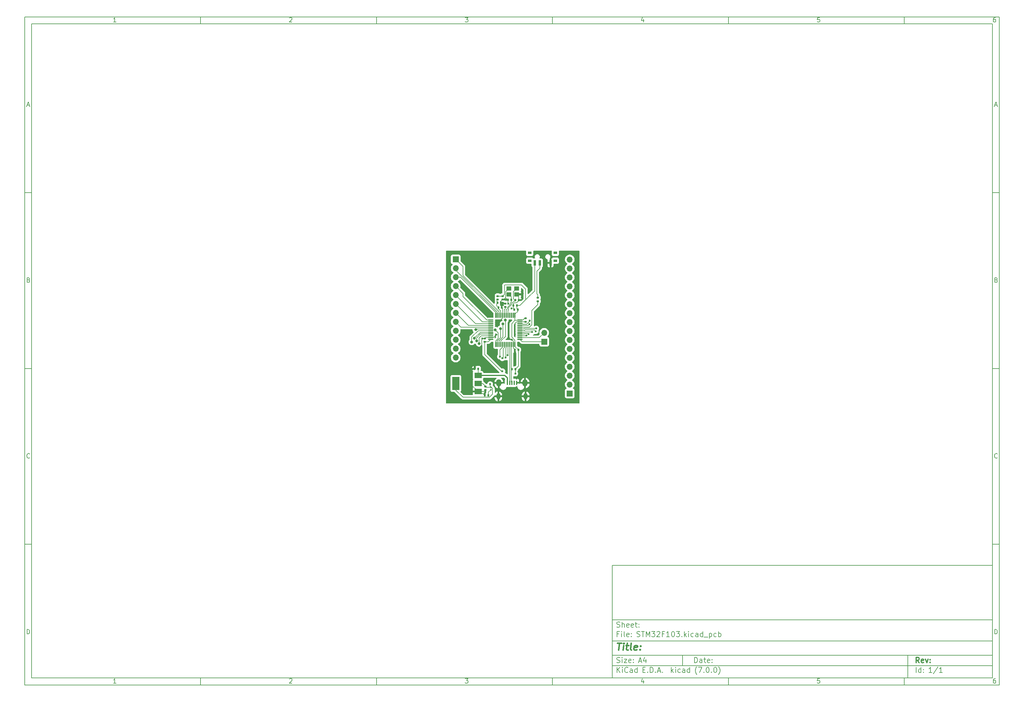
<source format=gbr>
%TF.GenerationSoftware,KiCad,Pcbnew,(7.0.0)*%
%TF.CreationDate,2023-03-08T00:24:42-05:00*%
%TF.ProjectId,STM32F103,53544d33-3246-4313-9033-2e6b69636164,rev?*%
%TF.SameCoordinates,Original*%
%TF.FileFunction,Copper,L1,Top*%
%TF.FilePolarity,Positive*%
%FSLAX46Y46*%
G04 Gerber Fmt 4.6, Leading zero omitted, Abs format (unit mm)*
G04 Created by KiCad (PCBNEW (7.0.0)) date 2023-03-08 00:24:42*
%MOMM*%
%LPD*%
G01*
G04 APERTURE LIST*
G04 Aperture macros list*
%AMRoundRect*
0 Rectangle with rounded corners*
0 $1 Rounding radius*
0 $2 $3 $4 $5 $6 $7 $8 $9 X,Y pos of 4 corners*
0 Add a 4 corners polygon primitive as box body*
4,1,4,$2,$3,$4,$5,$6,$7,$8,$9,$2,$3,0*
0 Add four circle primitives for the rounded corners*
1,1,$1+$1,$2,$3*
1,1,$1+$1,$4,$5*
1,1,$1+$1,$6,$7*
1,1,$1+$1,$8,$9*
0 Add four rect primitives between the rounded corners*
20,1,$1+$1,$2,$3,$4,$5,0*
20,1,$1+$1,$4,$5,$6,$7,0*
20,1,$1+$1,$6,$7,$8,$9,0*
20,1,$1+$1,$8,$9,$2,$3,0*%
G04 Aperture macros list end*
%ADD10C,0.100000*%
%ADD11C,0.150000*%
%ADD12C,0.300000*%
%ADD13C,0.400000*%
%TA.AperFunction,SMDPad,CuDef*%
%ADD14RoundRect,0.140000X0.140000X0.170000X-0.140000X0.170000X-0.140000X-0.170000X0.140000X-0.170000X0*%
%TD*%
%TA.AperFunction,SMDPad,CuDef*%
%ADD15RoundRect,0.100000X0.100000X-0.130000X0.100000X0.130000X-0.100000X0.130000X-0.100000X-0.130000X0*%
%TD*%
%TA.AperFunction,SMDPad,CuDef*%
%ADD16RoundRect,0.140000X-0.140000X-0.170000X0.140000X-0.170000X0.140000X0.170000X-0.140000X0.170000X0*%
%TD*%
%TA.AperFunction,SMDPad,CuDef*%
%ADD17RoundRect,0.140000X-0.170000X0.140000X-0.170000X-0.140000X0.170000X-0.140000X0.170000X0.140000X0*%
%TD*%
%TA.AperFunction,SMDPad,CuDef*%
%ADD18RoundRect,0.135000X-0.185000X0.135000X-0.185000X-0.135000X0.185000X-0.135000X0.185000X0.135000X0*%
%TD*%
%TA.AperFunction,ComponentPad*%
%ADD19R,1.700000X1.700000*%
%TD*%
%TA.AperFunction,ComponentPad*%
%ADD20O,1.700000X1.700000*%
%TD*%
%TA.AperFunction,SMDPad,CuDef*%
%ADD21RoundRect,0.135000X0.135000X0.185000X-0.135000X0.185000X-0.135000X-0.185000X0.135000X-0.185000X0*%
%TD*%
%TA.AperFunction,SMDPad,CuDef*%
%ADD22RoundRect,0.147500X-0.172500X0.147500X-0.172500X-0.147500X0.172500X-0.147500X0.172500X0.147500X0*%
%TD*%
%TA.AperFunction,SMDPad,CuDef*%
%ADD23RoundRect,0.140000X0.170000X-0.140000X0.170000X0.140000X-0.170000X0.140000X-0.170000X-0.140000X0*%
%TD*%
%TA.AperFunction,SMDPad,CuDef*%
%ADD24RoundRect,0.075000X-0.075000X0.662500X-0.075000X-0.662500X0.075000X-0.662500X0.075000X0.662500X0*%
%TD*%
%TA.AperFunction,SMDPad,CuDef*%
%ADD25RoundRect,0.075000X-0.662500X0.075000X-0.662500X-0.075000X0.662500X-0.075000X0.662500X0.075000X0*%
%TD*%
%TA.AperFunction,SMDPad,CuDef*%
%ADD26R,2.000000X1.500000*%
%TD*%
%TA.AperFunction,SMDPad,CuDef*%
%ADD27R,2.000000X3.800000*%
%TD*%
%TA.AperFunction,SMDPad,CuDef*%
%ADD28R,1.400000X1.200000*%
%TD*%
%TA.AperFunction,SMDPad,CuDef*%
%ADD29R,1.000000X0.800000*%
%TD*%
%TA.AperFunction,SMDPad,CuDef*%
%ADD30R,0.700000X1.500000*%
%TD*%
%TA.AperFunction,SMDPad,CuDef*%
%ADD31R,0.450000X1.300000*%
%TD*%
%TA.AperFunction,ComponentPad*%
%ADD32O,1.150000X1.800000*%
%TD*%
%TA.AperFunction,ComponentPad*%
%ADD33O,1.450000X2.000000*%
%TD*%
%TA.AperFunction,ViaPad*%
%ADD34C,0.600000*%
%TD*%
%TA.AperFunction,ViaPad*%
%ADD35C,0.800000*%
%TD*%
%TA.AperFunction,Conductor*%
%ADD36C,0.200000*%
%TD*%
%TA.AperFunction,Conductor*%
%ADD37C,0.300000*%
%TD*%
G04 APERTURE END LIST*
D10*
D11*
X177002200Y-166007200D02*
X285002200Y-166007200D01*
X285002200Y-198007200D01*
X177002200Y-198007200D01*
X177002200Y-166007200D01*
D10*
D11*
X10000000Y-10000000D02*
X287002200Y-10000000D01*
X287002200Y-200007200D01*
X10000000Y-200007200D01*
X10000000Y-10000000D01*
D10*
D11*
X12000000Y-12000000D02*
X285002200Y-12000000D01*
X285002200Y-198007200D01*
X12000000Y-198007200D01*
X12000000Y-12000000D01*
D10*
D11*
X60000000Y-12000000D02*
X60000000Y-10000000D01*
D10*
D11*
X110000000Y-12000000D02*
X110000000Y-10000000D01*
D10*
D11*
X160000000Y-12000000D02*
X160000000Y-10000000D01*
D10*
D11*
X210000000Y-12000000D02*
X210000000Y-10000000D01*
D10*
D11*
X260000000Y-12000000D02*
X260000000Y-10000000D01*
D10*
D11*
X35990476Y-11477595D02*
X35247619Y-11477595D01*
X35619047Y-11477595D02*
X35619047Y-10177595D01*
X35619047Y-10177595D02*
X35495238Y-10363309D01*
X35495238Y-10363309D02*
X35371428Y-10487119D01*
X35371428Y-10487119D02*
X35247619Y-10549023D01*
D10*
D11*
X85247619Y-10301404D02*
X85309523Y-10239500D01*
X85309523Y-10239500D02*
X85433333Y-10177595D01*
X85433333Y-10177595D02*
X85742857Y-10177595D01*
X85742857Y-10177595D02*
X85866666Y-10239500D01*
X85866666Y-10239500D02*
X85928571Y-10301404D01*
X85928571Y-10301404D02*
X85990476Y-10425214D01*
X85990476Y-10425214D02*
X85990476Y-10549023D01*
X85990476Y-10549023D02*
X85928571Y-10734738D01*
X85928571Y-10734738D02*
X85185714Y-11477595D01*
X85185714Y-11477595D02*
X85990476Y-11477595D01*
D10*
D11*
X135185714Y-10177595D02*
X135990476Y-10177595D01*
X135990476Y-10177595D02*
X135557142Y-10672833D01*
X135557142Y-10672833D02*
X135742857Y-10672833D01*
X135742857Y-10672833D02*
X135866666Y-10734738D01*
X135866666Y-10734738D02*
X135928571Y-10796642D01*
X135928571Y-10796642D02*
X135990476Y-10920452D01*
X135990476Y-10920452D02*
X135990476Y-11229976D01*
X135990476Y-11229976D02*
X135928571Y-11353785D01*
X135928571Y-11353785D02*
X135866666Y-11415690D01*
X135866666Y-11415690D02*
X135742857Y-11477595D01*
X135742857Y-11477595D02*
X135371428Y-11477595D01*
X135371428Y-11477595D02*
X135247619Y-11415690D01*
X135247619Y-11415690D02*
X135185714Y-11353785D01*
D10*
D11*
X185866666Y-10610928D02*
X185866666Y-11477595D01*
X185557142Y-10115690D02*
X185247619Y-11044261D01*
X185247619Y-11044261D02*
X186052380Y-11044261D01*
D10*
D11*
X235928571Y-10177595D02*
X235309523Y-10177595D01*
X235309523Y-10177595D02*
X235247619Y-10796642D01*
X235247619Y-10796642D02*
X235309523Y-10734738D01*
X235309523Y-10734738D02*
X235433333Y-10672833D01*
X235433333Y-10672833D02*
X235742857Y-10672833D01*
X235742857Y-10672833D02*
X235866666Y-10734738D01*
X235866666Y-10734738D02*
X235928571Y-10796642D01*
X235928571Y-10796642D02*
X235990476Y-10920452D01*
X235990476Y-10920452D02*
X235990476Y-11229976D01*
X235990476Y-11229976D02*
X235928571Y-11353785D01*
X235928571Y-11353785D02*
X235866666Y-11415690D01*
X235866666Y-11415690D02*
X235742857Y-11477595D01*
X235742857Y-11477595D02*
X235433333Y-11477595D01*
X235433333Y-11477595D02*
X235309523Y-11415690D01*
X235309523Y-11415690D02*
X235247619Y-11353785D01*
D10*
D11*
X285866666Y-10177595D02*
X285619047Y-10177595D01*
X285619047Y-10177595D02*
X285495238Y-10239500D01*
X285495238Y-10239500D02*
X285433333Y-10301404D01*
X285433333Y-10301404D02*
X285309523Y-10487119D01*
X285309523Y-10487119D02*
X285247619Y-10734738D01*
X285247619Y-10734738D02*
X285247619Y-11229976D01*
X285247619Y-11229976D02*
X285309523Y-11353785D01*
X285309523Y-11353785D02*
X285371428Y-11415690D01*
X285371428Y-11415690D02*
X285495238Y-11477595D01*
X285495238Y-11477595D02*
X285742857Y-11477595D01*
X285742857Y-11477595D02*
X285866666Y-11415690D01*
X285866666Y-11415690D02*
X285928571Y-11353785D01*
X285928571Y-11353785D02*
X285990476Y-11229976D01*
X285990476Y-11229976D02*
X285990476Y-10920452D01*
X285990476Y-10920452D02*
X285928571Y-10796642D01*
X285928571Y-10796642D02*
X285866666Y-10734738D01*
X285866666Y-10734738D02*
X285742857Y-10672833D01*
X285742857Y-10672833D02*
X285495238Y-10672833D01*
X285495238Y-10672833D02*
X285371428Y-10734738D01*
X285371428Y-10734738D02*
X285309523Y-10796642D01*
X285309523Y-10796642D02*
X285247619Y-10920452D01*
D10*
D11*
X60000000Y-198007200D02*
X60000000Y-200007200D01*
D10*
D11*
X110000000Y-198007200D02*
X110000000Y-200007200D01*
D10*
D11*
X160000000Y-198007200D02*
X160000000Y-200007200D01*
D10*
D11*
X210000000Y-198007200D02*
X210000000Y-200007200D01*
D10*
D11*
X260000000Y-198007200D02*
X260000000Y-200007200D01*
D10*
D11*
X35990476Y-199484795D02*
X35247619Y-199484795D01*
X35619047Y-199484795D02*
X35619047Y-198184795D01*
X35619047Y-198184795D02*
X35495238Y-198370509D01*
X35495238Y-198370509D02*
X35371428Y-198494319D01*
X35371428Y-198494319D02*
X35247619Y-198556223D01*
D10*
D11*
X85247619Y-198308604D02*
X85309523Y-198246700D01*
X85309523Y-198246700D02*
X85433333Y-198184795D01*
X85433333Y-198184795D02*
X85742857Y-198184795D01*
X85742857Y-198184795D02*
X85866666Y-198246700D01*
X85866666Y-198246700D02*
X85928571Y-198308604D01*
X85928571Y-198308604D02*
X85990476Y-198432414D01*
X85990476Y-198432414D02*
X85990476Y-198556223D01*
X85990476Y-198556223D02*
X85928571Y-198741938D01*
X85928571Y-198741938D02*
X85185714Y-199484795D01*
X85185714Y-199484795D02*
X85990476Y-199484795D01*
D10*
D11*
X135185714Y-198184795D02*
X135990476Y-198184795D01*
X135990476Y-198184795D02*
X135557142Y-198680033D01*
X135557142Y-198680033D02*
X135742857Y-198680033D01*
X135742857Y-198680033D02*
X135866666Y-198741938D01*
X135866666Y-198741938D02*
X135928571Y-198803842D01*
X135928571Y-198803842D02*
X135990476Y-198927652D01*
X135990476Y-198927652D02*
X135990476Y-199237176D01*
X135990476Y-199237176D02*
X135928571Y-199360985D01*
X135928571Y-199360985D02*
X135866666Y-199422890D01*
X135866666Y-199422890D02*
X135742857Y-199484795D01*
X135742857Y-199484795D02*
X135371428Y-199484795D01*
X135371428Y-199484795D02*
X135247619Y-199422890D01*
X135247619Y-199422890D02*
X135185714Y-199360985D01*
D10*
D11*
X185866666Y-198618128D02*
X185866666Y-199484795D01*
X185557142Y-198122890D02*
X185247619Y-199051461D01*
X185247619Y-199051461D02*
X186052380Y-199051461D01*
D10*
D11*
X235928571Y-198184795D02*
X235309523Y-198184795D01*
X235309523Y-198184795D02*
X235247619Y-198803842D01*
X235247619Y-198803842D02*
X235309523Y-198741938D01*
X235309523Y-198741938D02*
X235433333Y-198680033D01*
X235433333Y-198680033D02*
X235742857Y-198680033D01*
X235742857Y-198680033D02*
X235866666Y-198741938D01*
X235866666Y-198741938D02*
X235928571Y-198803842D01*
X235928571Y-198803842D02*
X235990476Y-198927652D01*
X235990476Y-198927652D02*
X235990476Y-199237176D01*
X235990476Y-199237176D02*
X235928571Y-199360985D01*
X235928571Y-199360985D02*
X235866666Y-199422890D01*
X235866666Y-199422890D02*
X235742857Y-199484795D01*
X235742857Y-199484795D02*
X235433333Y-199484795D01*
X235433333Y-199484795D02*
X235309523Y-199422890D01*
X235309523Y-199422890D02*
X235247619Y-199360985D01*
D10*
D11*
X285866666Y-198184795D02*
X285619047Y-198184795D01*
X285619047Y-198184795D02*
X285495238Y-198246700D01*
X285495238Y-198246700D02*
X285433333Y-198308604D01*
X285433333Y-198308604D02*
X285309523Y-198494319D01*
X285309523Y-198494319D02*
X285247619Y-198741938D01*
X285247619Y-198741938D02*
X285247619Y-199237176D01*
X285247619Y-199237176D02*
X285309523Y-199360985D01*
X285309523Y-199360985D02*
X285371428Y-199422890D01*
X285371428Y-199422890D02*
X285495238Y-199484795D01*
X285495238Y-199484795D02*
X285742857Y-199484795D01*
X285742857Y-199484795D02*
X285866666Y-199422890D01*
X285866666Y-199422890D02*
X285928571Y-199360985D01*
X285928571Y-199360985D02*
X285990476Y-199237176D01*
X285990476Y-199237176D02*
X285990476Y-198927652D01*
X285990476Y-198927652D02*
X285928571Y-198803842D01*
X285928571Y-198803842D02*
X285866666Y-198741938D01*
X285866666Y-198741938D02*
X285742857Y-198680033D01*
X285742857Y-198680033D02*
X285495238Y-198680033D01*
X285495238Y-198680033D02*
X285371428Y-198741938D01*
X285371428Y-198741938D02*
X285309523Y-198803842D01*
X285309523Y-198803842D02*
X285247619Y-198927652D01*
D10*
D11*
X10000000Y-60000000D02*
X12000000Y-60000000D01*
D10*
D11*
X10000000Y-110000000D02*
X12000000Y-110000000D01*
D10*
D11*
X10000000Y-160000000D02*
X12000000Y-160000000D01*
D10*
D11*
X10690476Y-35106166D02*
X11309523Y-35106166D01*
X10566666Y-35477595D02*
X10999999Y-34177595D01*
X10999999Y-34177595D02*
X11433333Y-35477595D01*
D10*
D11*
X11092857Y-84796642D02*
X11278571Y-84858547D01*
X11278571Y-84858547D02*
X11340476Y-84920452D01*
X11340476Y-84920452D02*
X11402380Y-85044261D01*
X11402380Y-85044261D02*
X11402380Y-85229976D01*
X11402380Y-85229976D02*
X11340476Y-85353785D01*
X11340476Y-85353785D02*
X11278571Y-85415690D01*
X11278571Y-85415690D02*
X11154761Y-85477595D01*
X11154761Y-85477595D02*
X10659523Y-85477595D01*
X10659523Y-85477595D02*
X10659523Y-84177595D01*
X10659523Y-84177595D02*
X11092857Y-84177595D01*
X11092857Y-84177595D02*
X11216666Y-84239500D01*
X11216666Y-84239500D02*
X11278571Y-84301404D01*
X11278571Y-84301404D02*
X11340476Y-84425214D01*
X11340476Y-84425214D02*
X11340476Y-84549023D01*
X11340476Y-84549023D02*
X11278571Y-84672833D01*
X11278571Y-84672833D02*
X11216666Y-84734738D01*
X11216666Y-84734738D02*
X11092857Y-84796642D01*
X11092857Y-84796642D02*
X10659523Y-84796642D01*
D10*
D11*
X11402380Y-135353785D02*
X11340476Y-135415690D01*
X11340476Y-135415690D02*
X11154761Y-135477595D01*
X11154761Y-135477595D02*
X11030952Y-135477595D01*
X11030952Y-135477595D02*
X10845238Y-135415690D01*
X10845238Y-135415690D02*
X10721428Y-135291880D01*
X10721428Y-135291880D02*
X10659523Y-135168071D01*
X10659523Y-135168071D02*
X10597619Y-134920452D01*
X10597619Y-134920452D02*
X10597619Y-134734738D01*
X10597619Y-134734738D02*
X10659523Y-134487119D01*
X10659523Y-134487119D02*
X10721428Y-134363309D01*
X10721428Y-134363309D02*
X10845238Y-134239500D01*
X10845238Y-134239500D02*
X11030952Y-134177595D01*
X11030952Y-134177595D02*
X11154761Y-134177595D01*
X11154761Y-134177595D02*
X11340476Y-134239500D01*
X11340476Y-134239500D02*
X11402380Y-134301404D01*
D10*
D11*
X10659523Y-185477595D02*
X10659523Y-184177595D01*
X10659523Y-184177595D02*
X10969047Y-184177595D01*
X10969047Y-184177595D02*
X11154761Y-184239500D01*
X11154761Y-184239500D02*
X11278571Y-184363309D01*
X11278571Y-184363309D02*
X11340476Y-184487119D01*
X11340476Y-184487119D02*
X11402380Y-184734738D01*
X11402380Y-184734738D02*
X11402380Y-184920452D01*
X11402380Y-184920452D02*
X11340476Y-185168071D01*
X11340476Y-185168071D02*
X11278571Y-185291880D01*
X11278571Y-185291880D02*
X11154761Y-185415690D01*
X11154761Y-185415690D02*
X10969047Y-185477595D01*
X10969047Y-185477595D02*
X10659523Y-185477595D01*
D10*
D11*
X287002200Y-60000000D02*
X285002200Y-60000000D01*
D10*
D11*
X287002200Y-110000000D02*
X285002200Y-110000000D01*
D10*
D11*
X287002200Y-160000000D02*
X285002200Y-160000000D01*
D10*
D11*
X285692676Y-35106166D02*
X286311723Y-35106166D01*
X285568866Y-35477595D02*
X286002199Y-34177595D01*
X286002199Y-34177595D02*
X286435533Y-35477595D01*
D10*
D11*
X286095057Y-84796642D02*
X286280771Y-84858547D01*
X286280771Y-84858547D02*
X286342676Y-84920452D01*
X286342676Y-84920452D02*
X286404580Y-85044261D01*
X286404580Y-85044261D02*
X286404580Y-85229976D01*
X286404580Y-85229976D02*
X286342676Y-85353785D01*
X286342676Y-85353785D02*
X286280771Y-85415690D01*
X286280771Y-85415690D02*
X286156961Y-85477595D01*
X286156961Y-85477595D02*
X285661723Y-85477595D01*
X285661723Y-85477595D02*
X285661723Y-84177595D01*
X285661723Y-84177595D02*
X286095057Y-84177595D01*
X286095057Y-84177595D02*
X286218866Y-84239500D01*
X286218866Y-84239500D02*
X286280771Y-84301404D01*
X286280771Y-84301404D02*
X286342676Y-84425214D01*
X286342676Y-84425214D02*
X286342676Y-84549023D01*
X286342676Y-84549023D02*
X286280771Y-84672833D01*
X286280771Y-84672833D02*
X286218866Y-84734738D01*
X286218866Y-84734738D02*
X286095057Y-84796642D01*
X286095057Y-84796642D02*
X285661723Y-84796642D01*
D10*
D11*
X286404580Y-135353785D02*
X286342676Y-135415690D01*
X286342676Y-135415690D02*
X286156961Y-135477595D01*
X286156961Y-135477595D02*
X286033152Y-135477595D01*
X286033152Y-135477595D02*
X285847438Y-135415690D01*
X285847438Y-135415690D02*
X285723628Y-135291880D01*
X285723628Y-135291880D02*
X285661723Y-135168071D01*
X285661723Y-135168071D02*
X285599819Y-134920452D01*
X285599819Y-134920452D02*
X285599819Y-134734738D01*
X285599819Y-134734738D02*
X285661723Y-134487119D01*
X285661723Y-134487119D02*
X285723628Y-134363309D01*
X285723628Y-134363309D02*
X285847438Y-134239500D01*
X285847438Y-134239500D02*
X286033152Y-134177595D01*
X286033152Y-134177595D02*
X286156961Y-134177595D01*
X286156961Y-134177595D02*
X286342676Y-134239500D01*
X286342676Y-134239500D02*
X286404580Y-134301404D01*
D10*
D11*
X285661723Y-185477595D02*
X285661723Y-184177595D01*
X285661723Y-184177595D02*
X285971247Y-184177595D01*
X285971247Y-184177595D02*
X286156961Y-184239500D01*
X286156961Y-184239500D02*
X286280771Y-184363309D01*
X286280771Y-184363309D02*
X286342676Y-184487119D01*
X286342676Y-184487119D02*
X286404580Y-184734738D01*
X286404580Y-184734738D02*
X286404580Y-184920452D01*
X286404580Y-184920452D02*
X286342676Y-185168071D01*
X286342676Y-185168071D02*
X286280771Y-185291880D01*
X286280771Y-185291880D02*
X286156961Y-185415690D01*
X286156961Y-185415690D02*
X285971247Y-185477595D01*
X285971247Y-185477595D02*
X285661723Y-185477595D01*
D10*
D11*
X200359342Y-193658271D02*
X200359342Y-192158271D01*
X200359342Y-192158271D02*
X200716485Y-192158271D01*
X200716485Y-192158271D02*
X200930771Y-192229700D01*
X200930771Y-192229700D02*
X201073628Y-192372557D01*
X201073628Y-192372557D02*
X201145057Y-192515414D01*
X201145057Y-192515414D02*
X201216485Y-192801128D01*
X201216485Y-192801128D02*
X201216485Y-193015414D01*
X201216485Y-193015414D02*
X201145057Y-193301128D01*
X201145057Y-193301128D02*
X201073628Y-193443985D01*
X201073628Y-193443985D02*
X200930771Y-193586842D01*
X200930771Y-193586842D02*
X200716485Y-193658271D01*
X200716485Y-193658271D02*
X200359342Y-193658271D01*
X202502200Y-193658271D02*
X202502200Y-192872557D01*
X202502200Y-192872557D02*
X202430771Y-192729700D01*
X202430771Y-192729700D02*
X202287914Y-192658271D01*
X202287914Y-192658271D02*
X202002200Y-192658271D01*
X202002200Y-192658271D02*
X201859342Y-192729700D01*
X202502200Y-193586842D02*
X202359342Y-193658271D01*
X202359342Y-193658271D02*
X202002200Y-193658271D01*
X202002200Y-193658271D02*
X201859342Y-193586842D01*
X201859342Y-193586842D02*
X201787914Y-193443985D01*
X201787914Y-193443985D02*
X201787914Y-193301128D01*
X201787914Y-193301128D02*
X201859342Y-193158271D01*
X201859342Y-193158271D02*
X202002200Y-193086842D01*
X202002200Y-193086842D02*
X202359342Y-193086842D01*
X202359342Y-193086842D02*
X202502200Y-193015414D01*
X203002200Y-192658271D02*
X203573628Y-192658271D01*
X203216485Y-192158271D02*
X203216485Y-193443985D01*
X203216485Y-193443985D02*
X203287914Y-193586842D01*
X203287914Y-193586842D02*
X203430771Y-193658271D01*
X203430771Y-193658271D02*
X203573628Y-193658271D01*
X204645057Y-193586842D02*
X204502200Y-193658271D01*
X204502200Y-193658271D02*
X204216486Y-193658271D01*
X204216486Y-193658271D02*
X204073628Y-193586842D01*
X204073628Y-193586842D02*
X204002200Y-193443985D01*
X204002200Y-193443985D02*
X204002200Y-192872557D01*
X204002200Y-192872557D02*
X204073628Y-192729700D01*
X204073628Y-192729700D02*
X204216486Y-192658271D01*
X204216486Y-192658271D02*
X204502200Y-192658271D01*
X204502200Y-192658271D02*
X204645057Y-192729700D01*
X204645057Y-192729700D02*
X204716486Y-192872557D01*
X204716486Y-192872557D02*
X204716486Y-193015414D01*
X204716486Y-193015414D02*
X204002200Y-193158271D01*
X205359342Y-193515414D02*
X205430771Y-193586842D01*
X205430771Y-193586842D02*
X205359342Y-193658271D01*
X205359342Y-193658271D02*
X205287914Y-193586842D01*
X205287914Y-193586842D02*
X205359342Y-193515414D01*
X205359342Y-193515414D02*
X205359342Y-193658271D01*
X205359342Y-192729700D02*
X205430771Y-192801128D01*
X205430771Y-192801128D02*
X205359342Y-192872557D01*
X205359342Y-192872557D02*
X205287914Y-192801128D01*
X205287914Y-192801128D02*
X205359342Y-192729700D01*
X205359342Y-192729700D02*
X205359342Y-192872557D01*
D10*
D11*
X177002200Y-194507200D02*
X285002200Y-194507200D01*
D10*
D11*
X178359342Y-196458271D02*
X178359342Y-194958271D01*
X179216485Y-196458271D02*
X178573628Y-195601128D01*
X179216485Y-194958271D02*
X178359342Y-195815414D01*
X179859342Y-196458271D02*
X179859342Y-195458271D01*
X179859342Y-194958271D02*
X179787914Y-195029700D01*
X179787914Y-195029700D02*
X179859342Y-195101128D01*
X179859342Y-195101128D02*
X179930771Y-195029700D01*
X179930771Y-195029700D02*
X179859342Y-194958271D01*
X179859342Y-194958271D02*
X179859342Y-195101128D01*
X181430771Y-196315414D02*
X181359343Y-196386842D01*
X181359343Y-196386842D02*
X181145057Y-196458271D01*
X181145057Y-196458271D02*
X181002200Y-196458271D01*
X181002200Y-196458271D02*
X180787914Y-196386842D01*
X180787914Y-196386842D02*
X180645057Y-196243985D01*
X180645057Y-196243985D02*
X180573628Y-196101128D01*
X180573628Y-196101128D02*
X180502200Y-195815414D01*
X180502200Y-195815414D02*
X180502200Y-195601128D01*
X180502200Y-195601128D02*
X180573628Y-195315414D01*
X180573628Y-195315414D02*
X180645057Y-195172557D01*
X180645057Y-195172557D02*
X180787914Y-195029700D01*
X180787914Y-195029700D02*
X181002200Y-194958271D01*
X181002200Y-194958271D02*
X181145057Y-194958271D01*
X181145057Y-194958271D02*
X181359343Y-195029700D01*
X181359343Y-195029700D02*
X181430771Y-195101128D01*
X182716486Y-196458271D02*
X182716486Y-195672557D01*
X182716486Y-195672557D02*
X182645057Y-195529700D01*
X182645057Y-195529700D02*
X182502200Y-195458271D01*
X182502200Y-195458271D02*
X182216486Y-195458271D01*
X182216486Y-195458271D02*
X182073628Y-195529700D01*
X182716486Y-196386842D02*
X182573628Y-196458271D01*
X182573628Y-196458271D02*
X182216486Y-196458271D01*
X182216486Y-196458271D02*
X182073628Y-196386842D01*
X182073628Y-196386842D02*
X182002200Y-196243985D01*
X182002200Y-196243985D02*
X182002200Y-196101128D01*
X182002200Y-196101128D02*
X182073628Y-195958271D01*
X182073628Y-195958271D02*
X182216486Y-195886842D01*
X182216486Y-195886842D02*
X182573628Y-195886842D01*
X182573628Y-195886842D02*
X182716486Y-195815414D01*
X184073629Y-196458271D02*
X184073629Y-194958271D01*
X184073629Y-196386842D02*
X183930771Y-196458271D01*
X183930771Y-196458271D02*
X183645057Y-196458271D01*
X183645057Y-196458271D02*
X183502200Y-196386842D01*
X183502200Y-196386842D02*
X183430771Y-196315414D01*
X183430771Y-196315414D02*
X183359343Y-196172557D01*
X183359343Y-196172557D02*
X183359343Y-195743985D01*
X183359343Y-195743985D02*
X183430771Y-195601128D01*
X183430771Y-195601128D02*
X183502200Y-195529700D01*
X183502200Y-195529700D02*
X183645057Y-195458271D01*
X183645057Y-195458271D02*
X183930771Y-195458271D01*
X183930771Y-195458271D02*
X184073629Y-195529700D01*
X185687914Y-195672557D02*
X186187914Y-195672557D01*
X186402200Y-196458271D02*
X185687914Y-196458271D01*
X185687914Y-196458271D02*
X185687914Y-194958271D01*
X185687914Y-194958271D02*
X186402200Y-194958271D01*
X187045057Y-196315414D02*
X187116486Y-196386842D01*
X187116486Y-196386842D02*
X187045057Y-196458271D01*
X187045057Y-196458271D02*
X186973629Y-196386842D01*
X186973629Y-196386842D02*
X187045057Y-196315414D01*
X187045057Y-196315414D02*
X187045057Y-196458271D01*
X187759343Y-196458271D02*
X187759343Y-194958271D01*
X187759343Y-194958271D02*
X188116486Y-194958271D01*
X188116486Y-194958271D02*
X188330772Y-195029700D01*
X188330772Y-195029700D02*
X188473629Y-195172557D01*
X188473629Y-195172557D02*
X188545058Y-195315414D01*
X188545058Y-195315414D02*
X188616486Y-195601128D01*
X188616486Y-195601128D02*
X188616486Y-195815414D01*
X188616486Y-195815414D02*
X188545058Y-196101128D01*
X188545058Y-196101128D02*
X188473629Y-196243985D01*
X188473629Y-196243985D02*
X188330772Y-196386842D01*
X188330772Y-196386842D02*
X188116486Y-196458271D01*
X188116486Y-196458271D02*
X187759343Y-196458271D01*
X189259343Y-196315414D02*
X189330772Y-196386842D01*
X189330772Y-196386842D02*
X189259343Y-196458271D01*
X189259343Y-196458271D02*
X189187915Y-196386842D01*
X189187915Y-196386842D02*
X189259343Y-196315414D01*
X189259343Y-196315414D02*
X189259343Y-196458271D01*
X189902201Y-196029700D02*
X190616487Y-196029700D01*
X189759344Y-196458271D02*
X190259344Y-194958271D01*
X190259344Y-194958271D02*
X190759344Y-196458271D01*
X191259343Y-196315414D02*
X191330772Y-196386842D01*
X191330772Y-196386842D02*
X191259343Y-196458271D01*
X191259343Y-196458271D02*
X191187915Y-196386842D01*
X191187915Y-196386842D02*
X191259343Y-196315414D01*
X191259343Y-196315414D02*
X191259343Y-196458271D01*
X193773629Y-196458271D02*
X193773629Y-194958271D01*
X193916487Y-195886842D02*
X194345058Y-196458271D01*
X194345058Y-195458271D02*
X193773629Y-196029700D01*
X194987915Y-196458271D02*
X194987915Y-195458271D01*
X194987915Y-194958271D02*
X194916487Y-195029700D01*
X194916487Y-195029700D02*
X194987915Y-195101128D01*
X194987915Y-195101128D02*
X195059344Y-195029700D01*
X195059344Y-195029700D02*
X194987915Y-194958271D01*
X194987915Y-194958271D02*
X194987915Y-195101128D01*
X196345059Y-196386842D02*
X196202201Y-196458271D01*
X196202201Y-196458271D02*
X195916487Y-196458271D01*
X195916487Y-196458271D02*
X195773630Y-196386842D01*
X195773630Y-196386842D02*
X195702201Y-196315414D01*
X195702201Y-196315414D02*
X195630773Y-196172557D01*
X195630773Y-196172557D02*
X195630773Y-195743985D01*
X195630773Y-195743985D02*
X195702201Y-195601128D01*
X195702201Y-195601128D02*
X195773630Y-195529700D01*
X195773630Y-195529700D02*
X195916487Y-195458271D01*
X195916487Y-195458271D02*
X196202201Y-195458271D01*
X196202201Y-195458271D02*
X196345059Y-195529700D01*
X197630773Y-196458271D02*
X197630773Y-195672557D01*
X197630773Y-195672557D02*
X197559344Y-195529700D01*
X197559344Y-195529700D02*
X197416487Y-195458271D01*
X197416487Y-195458271D02*
X197130773Y-195458271D01*
X197130773Y-195458271D02*
X196987915Y-195529700D01*
X197630773Y-196386842D02*
X197487915Y-196458271D01*
X197487915Y-196458271D02*
X197130773Y-196458271D01*
X197130773Y-196458271D02*
X196987915Y-196386842D01*
X196987915Y-196386842D02*
X196916487Y-196243985D01*
X196916487Y-196243985D02*
X196916487Y-196101128D01*
X196916487Y-196101128D02*
X196987915Y-195958271D01*
X196987915Y-195958271D02*
X197130773Y-195886842D01*
X197130773Y-195886842D02*
X197487915Y-195886842D01*
X197487915Y-195886842D02*
X197630773Y-195815414D01*
X198987916Y-196458271D02*
X198987916Y-194958271D01*
X198987916Y-196386842D02*
X198845058Y-196458271D01*
X198845058Y-196458271D02*
X198559344Y-196458271D01*
X198559344Y-196458271D02*
X198416487Y-196386842D01*
X198416487Y-196386842D02*
X198345058Y-196315414D01*
X198345058Y-196315414D02*
X198273630Y-196172557D01*
X198273630Y-196172557D02*
X198273630Y-195743985D01*
X198273630Y-195743985D02*
X198345058Y-195601128D01*
X198345058Y-195601128D02*
X198416487Y-195529700D01*
X198416487Y-195529700D02*
X198559344Y-195458271D01*
X198559344Y-195458271D02*
X198845058Y-195458271D01*
X198845058Y-195458271D02*
X198987916Y-195529700D01*
X201030773Y-197029700D02*
X200959344Y-196958271D01*
X200959344Y-196958271D02*
X200816487Y-196743985D01*
X200816487Y-196743985D02*
X200745059Y-196601128D01*
X200745059Y-196601128D02*
X200673630Y-196386842D01*
X200673630Y-196386842D02*
X200602201Y-196029700D01*
X200602201Y-196029700D02*
X200602201Y-195743985D01*
X200602201Y-195743985D02*
X200673630Y-195386842D01*
X200673630Y-195386842D02*
X200745059Y-195172557D01*
X200745059Y-195172557D02*
X200816487Y-195029700D01*
X200816487Y-195029700D02*
X200959344Y-194815414D01*
X200959344Y-194815414D02*
X201030773Y-194743985D01*
X201459344Y-194958271D02*
X202459344Y-194958271D01*
X202459344Y-194958271D02*
X201816487Y-196458271D01*
X203030772Y-196315414D02*
X203102201Y-196386842D01*
X203102201Y-196386842D02*
X203030772Y-196458271D01*
X203030772Y-196458271D02*
X202959344Y-196386842D01*
X202959344Y-196386842D02*
X203030772Y-196315414D01*
X203030772Y-196315414D02*
X203030772Y-196458271D01*
X204030773Y-194958271D02*
X204173630Y-194958271D01*
X204173630Y-194958271D02*
X204316487Y-195029700D01*
X204316487Y-195029700D02*
X204387916Y-195101128D01*
X204387916Y-195101128D02*
X204459344Y-195243985D01*
X204459344Y-195243985D02*
X204530773Y-195529700D01*
X204530773Y-195529700D02*
X204530773Y-195886842D01*
X204530773Y-195886842D02*
X204459344Y-196172557D01*
X204459344Y-196172557D02*
X204387916Y-196315414D01*
X204387916Y-196315414D02*
X204316487Y-196386842D01*
X204316487Y-196386842D02*
X204173630Y-196458271D01*
X204173630Y-196458271D02*
X204030773Y-196458271D01*
X204030773Y-196458271D02*
X203887916Y-196386842D01*
X203887916Y-196386842D02*
X203816487Y-196315414D01*
X203816487Y-196315414D02*
X203745058Y-196172557D01*
X203745058Y-196172557D02*
X203673630Y-195886842D01*
X203673630Y-195886842D02*
X203673630Y-195529700D01*
X203673630Y-195529700D02*
X203745058Y-195243985D01*
X203745058Y-195243985D02*
X203816487Y-195101128D01*
X203816487Y-195101128D02*
X203887916Y-195029700D01*
X203887916Y-195029700D02*
X204030773Y-194958271D01*
X205173629Y-196315414D02*
X205245058Y-196386842D01*
X205245058Y-196386842D02*
X205173629Y-196458271D01*
X205173629Y-196458271D02*
X205102201Y-196386842D01*
X205102201Y-196386842D02*
X205173629Y-196315414D01*
X205173629Y-196315414D02*
X205173629Y-196458271D01*
X206173630Y-194958271D02*
X206316487Y-194958271D01*
X206316487Y-194958271D02*
X206459344Y-195029700D01*
X206459344Y-195029700D02*
X206530773Y-195101128D01*
X206530773Y-195101128D02*
X206602201Y-195243985D01*
X206602201Y-195243985D02*
X206673630Y-195529700D01*
X206673630Y-195529700D02*
X206673630Y-195886842D01*
X206673630Y-195886842D02*
X206602201Y-196172557D01*
X206602201Y-196172557D02*
X206530773Y-196315414D01*
X206530773Y-196315414D02*
X206459344Y-196386842D01*
X206459344Y-196386842D02*
X206316487Y-196458271D01*
X206316487Y-196458271D02*
X206173630Y-196458271D01*
X206173630Y-196458271D02*
X206030773Y-196386842D01*
X206030773Y-196386842D02*
X205959344Y-196315414D01*
X205959344Y-196315414D02*
X205887915Y-196172557D01*
X205887915Y-196172557D02*
X205816487Y-195886842D01*
X205816487Y-195886842D02*
X205816487Y-195529700D01*
X205816487Y-195529700D02*
X205887915Y-195243985D01*
X205887915Y-195243985D02*
X205959344Y-195101128D01*
X205959344Y-195101128D02*
X206030773Y-195029700D01*
X206030773Y-195029700D02*
X206173630Y-194958271D01*
X207173629Y-197029700D02*
X207245058Y-196958271D01*
X207245058Y-196958271D02*
X207387915Y-196743985D01*
X207387915Y-196743985D02*
X207459344Y-196601128D01*
X207459344Y-196601128D02*
X207530772Y-196386842D01*
X207530772Y-196386842D02*
X207602201Y-196029700D01*
X207602201Y-196029700D02*
X207602201Y-195743985D01*
X207602201Y-195743985D02*
X207530772Y-195386842D01*
X207530772Y-195386842D02*
X207459344Y-195172557D01*
X207459344Y-195172557D02*
X207387915Y-195029700D01*
X207387915Y-195029700D02*
X207245058Y-194815414D01*
X207245058Y-194815414D02*
X207173629Y-194743985D01*
D10*
D11*
X177002200Y-191507200D02*
X285002200Y-191507200D01*
D10*
D12*
X264216485Y-193658271D02*
X263716485Y-192943985D01*
X263359342Y-193658271D02*
X263359342Y-192158271D01*
X263359342Y-192158271D02*
X263930771Y-192158271D01*
X263930771Y-192158271D02*
X264073628Y-192229700D01*
X264073628Y-192229700D02*
X264145057Y-192301128D01*
X264145057Y-192301128D02*
X264216485Y-192443985D01*
X264216485Y-192443985D02*
X264216485Y-192658271D01*
X264216485Y-192658271D02*
X264145057Y-192801128D01*
X264145057Y-192801128D02*
X264073628Y-192872557D01*
X264073628Y-192872557D02*
X263930771Y-192943985D01*
X263930771Y-192943985D02*
X263359342Y-192943985D01*
X265430771Y-193586842D02*
X265287914Y-193658271D01*
X265287914Y-193658271D02*
X265002200Y-193658271D01*
X265002200Y-193658271D02*
X264859342Y-193586842D01*
X264859342Y-193586842D02*
X264787914Y-193443985D01*
X264787914Y-193443985D02*
X264787914Y-192872557D01*
X264787914Y-192872557D02*
X264859342Y-192729700D01*
X264859342Y-192729700D02*
X265002200Y-192658271D01*
X265002200Y-192658271D02*
X265287914Y-192658271D01*
X265287914Y-192658271D02*
X265430771Y-192729700D01*
X265430771Y-192729700D02*
X265502200Y-192872557D01*
X265502200Y-192872557D02*
X265502200Y-193015414D01*
X265502200Y-193015414D02*
X264787914Y-193158271D01*
X266002199Y-192658271D02*
X266359342Y-193658271D01*
X266359342Y-193658271D02*
X266716485Y-192658271D01*
X267287913Y-193515414D02*
X267359342Y-193586842D01*
X267359342Y-193586842D02*
X267287913Y-193658271D01*
X267287913Y-193658271D02*
X267216485Y-193586842D01*
X267216485Y-193586842D02*
X267287913Y-193515414D01*
X267287913Y-193515414D02*
X267287913Y-193658271D01*
X267287913Y-192729700D02*
X267359342Y-192801128D01*
X267359342Y-192801128D02*
X267287913Y-192872557D01*
X267287913Y-192872557D02*
X267216485Y-192801128D01*
X267216485Y-192801128D02*
X267287913Y-192729700D01*
X267287913Y-192729700D02*
X267287913Y-192872557D01*
D10*
D11*
X178287914Y-193586842D02*
X178502200Y-193658271D01*
X178502200Y-193658271D02*
X178859342Y-193658271D01*
X178859342Y-193658271D02*
X179002200Y-193586842D01*
X179002200Y-193586842D02*
X179073628Y-193515414D01*
X179073628Y-193515414D02*
X179145057Y-193372557D01*
X179145057Y-193372557D02*
X179145057Y-193229700D01*
X179145057Y-193229700D02*
X179073628Y-193086842D01*
X179073628Y-193086842D02*
X179002200Y-193015414D01*
X179002200Y-193015414D02*
X178859342Y-192943985D01*
X178859342Y-192943985D02*
X178573628Y-192872557D01*
X178573628Y-192872557D02*
X178430771Y-192801128D01*
X178430771Y-192801128D02*
X178359342Y-192729700D01*
X178359342Y-192729700D02*
X178287914Y-192586842D01*
X178287914Y-192586842D02*
X178287914Y-192443985D01*
X178287914Y-192443985D02*
X178359342Y-192301128D01*
X178359342Y-192301128D02*
X178430771Y-192229700D01*
X178430771Y-192229700D02*
X178573628Y-192158271D01*
X178573628Y-192158271D02*
X178930771Y-192158271D01*
X178930771Y-192158271D02*
X179145057Y-192229700D01*
X179787913Y-193658271D02*
X179787913Y-192658271D01*
X179787913Y-192158271D02*
X179716485Y-192229700D01*
X179716485Y-192229700D02*
X179787913Y-192301128D01*
X179787913Y-192301128D02*
X179859342Y-192229700D01*
X179859342Y-192229700D02*
X179787913Y-192158271D01*
X179787913Y-192158271D02*
X179787913Y-192301128D01*
X180359342Y-192658271D02*
X181145057Y-192658271D01*
X181145057Y-192658271D02*
X180359342Y-193658271D01*
X180359342Y-193658271D02*
X181145057Y-193658271D01*
X182287914Y-193586842D02*
X182145057Y-193658271D01*
X182145057Y-193658271D02*
X181859343Y-193658271D01*
X181859343Y-193658271D02*
X181716485Y-193586842D01*
X181716485Y-193586842D02*
X181645057Y-193443985D01*
X181645057Y-193443985D02*
X181645057Y-192872557D01*
X181645057Y-192872557D02*
X181716485Y-192729700D01*
X181716485Y-192729700D02*
X181859343Y-192658271D01*
X181859343Y-192658271D02*
X182145057Y-192658271D01*
X182145057Y-192658271D02*
X182287914Y-192729700D01*
X182287914Y-192729700D02*
X182359343Y-192872557D01*
X182359343Y-192872557D02*
X182359343Y-193015414D01*
X182359343Y-193015414D02*
X181645057Y-193158271D01*
X183002199Y-193515414D02*
X183073628Y-193586842D01*
X183073628Y-193586842D02*
X183002199Y-193658271D01*
X183002199Y-193658271D02*
X182930771Y-193586842D01*
X182930771Y-193586842D02*
X183002199Y-193515414D01*
X183002199Y-193515414D02*
X183002199Y-193658271D01*
X183002199Y-192729700D02*
X183073628Y-192801128D01*
X183073628Y-192801128D02*
X183002199Y-192872557D01*
X183002199Y-192872557D02*
X182930771Y-192801128D01*
X182930771Y-192801128D02*
X183002199Y-192729700D01*
X183002199Y-192729700D02*
X183002199Y-192872557D01*
X184545057Y-193229700D02*
X185259343Y-193229700D01*
X184402200Y-193658271D02*
X184902200Y-192158271D01*
X184902200Y-192158271D02*
X185402200Y-193658271D01*
X186545057Y-192658271D02*
X186545057Y-193658271D01*
X186187914Y-192086842D02*
X185830771Y-193158271D01*
X185830771Y-193158271D02*
X186759342Y-193158271D01*
D10*
D11*
X263359342Y-196458271D02*
X263359342Y-194958271D01*
X264716486Y-196458271D02*
X264716486Y-194958271D01*
X264716486Y-196386842D02*
X264573628Y-196458271D01*
X264573628Y-196458271D02*
X264287914Y-196458271D01*
X264287914Y-196458271D02*
X264145057Y-196386842D01*
X264145057Y-196386842D02*
X264073628Y-196315414D01*
X264073628Y-196315414D02*
X264002200Y-196172557D01*
X264002200Y-196172557D02*
X264002200Y-195743985D01*
X264002200Y-195743985D02*
X264073628Y-195601128D01*
X264073628Y-195601128D02*
X264145057Y-195529700D01*
X264145057Y-195529700D02*
X264287914Y-195458271D01*
X264287914Y-195458271D02*
X264573628Y-195458271D01*
X264573628Y-195458271D02*
X264716486Y-195529700D01*
X265430771Y-196315414D02*
X265502200Y-196386842D01*
X265502200Y-196386842D02*
X265430771Y-196458271D01*
X265430771Y-196458271D02*
X265359343Y-196386842D01*
X265359343Y-196386842D02*
X265430771Y-196315414D01*
X265430771Y-196315414D02*
X265430771Y-196458271D01*
X265430771Y-195529700D02*
X265502200Y-195601128D01*
X265502200Y-195601128D02*
X265430771Y-195672557D01*
X265430771Y-195672557D02*
X265359343Y-195601128D01*
X265359343Y-195601128D02*
X265430771Y-195529700D01*
X265430771Y-195529700D02*
X265430771Y-195672557D01*
X267830772Y-196458271D02*
X266973629Y-196458271D01*
X267402200Y-196458271D02*
X267402200Y-194958271D01*
X267402200Y-194958271D02*
X267259343Y-195172557D01*
X267259343Y-195172557D02*
X267116486Y-195315414D01*
X267116486Y-195315414D02*
X266973629Y-195386842D01*
X269545057Y-194886842D02*
X268259343Y-196815414D01*
X270830772Y-196458271D02*
X269973629Y-196458271D01*
X270402200Y-196458271D02*
X270402200Y-194958271D01*
X270402200Y-194958271D02*
X270259343Y-195172557D01*
X270259343Y-195172557D02*
X270116486Y-195315414D01*
X270116486Y-195315414D02*
X269973629Y-195386842D01*
D10*
D11*
X177002200Y-187507200D02*
X285002200Y-187507200D01*
D10*
D13*
X178454580Y-188041961D02*
X179597438Y-188041961D01*
X178776009Y-190041961D02*
X179026009Y-188041961D01*
X180014105Y-190041961D02*
X180180771Y-188708628D01*
X180264105Y-188041961D02*
X180156962Y-188137200D01*
X180156962Y-188137200D02*
X180240295Y-188232438D01*
X180240295Y-188232438D02*
X180347438Y-188137200D01*
X180347438Y-188137200D02*
X180264105Y-188041961D01*
X180264105Y-188041961D02*
X180240295Y-188232438D01*
X180847438Y-188708628D02*
X181609343Y-188708628D01*
X181216486Y-188041961D02*
X181002200Y-189756247D01*
X181002200Y-189756247D02*
X181073629Y-189946723D01*
X181073629Y-189946723D02*
X181252200Y-190041961D01*
X181252200Y-190041961D02*
X181442676Y-190041961D01*
X182395057Y-190041961D02*
X182216486Y-189946723D01*
X182216486Y-189946723D02*
X182145057Y-189756247D01*
X182145057Y-189756247D02*
X182359343Y-188041961D01*
X183930771Y-189946723D02*
X183728390Y-190041961D01*
X183728390Y-190041961D02*
X183347438Y-190041961D01*
X183347438Y-190041961D02*
X183168867Y-189946723D01*
X183168867Y-189946723D02*
X183097438Y-189756247D01*
X183097438Y-189756247D02*
X183192676Y-188994342D01*
X183192676Y-188994342D02*
X183311724Y-188803866D01*
X183311724Y-188803866D02*
X183514105Y-188708628D01*
X183514105Y-188708628D02*
X183895057Y-188708628D01*
X183895057Y-188708628D02*
X184073628Y-188803866D01*
X184073628Y-188803866D02*
X184145057Y-188994342D01*
X184145057Y-188994342D02*
X184121247Y-189184819D01*
X184121247Y-189184819D02*
X183145057Y-189375295D01*
X184895057Y-189851485D02*
X184978391Y-189946723D01*
X184978391Y-189946723D02*
X184871248Y-190041961D01*
X184871248Y-190041961D02*
X184787914Y-189946723D01*
X184787914Y-189946723D02*
X184895057Y-189851485D01*
X184895057Y-189851485D02*
X184871248Y-190041961D01*
X185026010Y-188803866D02*
X185109343Y-188899104D01*
X185109343Y-188899104D02*
X185002200Y-188994342D01*
X185002200Y-188994342D02*
X184918867Y-188899104D01*
X184918867Y-188899104D02*
X185026010Y-188803866D01*
X185026010Y-188803866D02*
X185002200Y-188994342D01*
D10*
D11*
X178859342Y-185472557D02*
X178359342Y-185472557D01*
X178359342Y-186258271D02*
X178359342Y-184758271D01*
X178359342Y-184758271D02*
X179073628Y-184758271D01*
X179645056Y-186258271D02*
X179645056Y-185258271D01*
X179645056Y-184758271D02*
X179573628Y-184829700D01*
X179573628Y-184829700D02*
X179645056Y-184901128D01*
X179645056Y-184901128D02*
X179716485Y-184829700D01*
X179716485Y-184829700D02*
X179645056Y-184758271D01*
X179645056Y-184758271D02*
X179645056Y-184901128D01*
X180573628Y-186258271D02*
X180430771Y-186186842D01*
X180430771Y-186186842D02*
X180359342Y-186043985D01*
X180359342Y-186043985D02*
X180359342Y-184758271D01*
X181716485Y-186186842D02*
X181573628Y-186258271D01*
X181573628Y-186258271D02*
X181287914Y-186258271D01*
X181287914Y-186258271D02*
X181145056Y-186186842D01*
X181145056Y-186186842D02*
X181073628Y-186043985D01*
X181073628Y-186043985D02*
X181073628Y-185472557D01*
X181073628Y-185472557D02*
X181145056Y-185329700D01*
X181145056Y-185329700D02*
X181287914Y-185258271D01*
X181287914Y-185258271D02*
X181573628Y-185258271D01*
X181573628Y-185258271D02*
X181716485Y-185329700D01*
X181716485Y-185329700D02*
X181787914Y-185472557D01*
X181787914Y-185472557D02*
X181787914Y-185615414D01*
X181787914Y-185615414D02*
X181073628Y-185758271D01*
X182430770Y-186115414D02*
X182502199Y-186186842D01*
X182502199Y-186186842D02*
X182430770Y-186258271D01*
X182430770Y-186258271D02*
X182359342Y-186186842D01*
X182359342Y-186186842D02*
X182430770Y-186115414D01*
X182430770Y-186115414D02*
X182430770Y-186258271D01*
X182430770Y-185329700D02*
X182502199Y-185401128D01*
X182502199Y-185401128D02*
X182430770Y-185472557D01*
X182430770Y-185472557D02*
X182359342Y-185401128D01*
X182359342Y-185401128D02*
X182430770Y-185329700D01*
X182430770Y-185329700D02*
X182430770Y-185472557D01*
X183973628Y-186186842D02*
X184187914Y-186258271D01*
X184187914Y-186258271D02*
X184545056Y-186258271D01*
X184545056Y-186258271D02*
X184687914Y-186186842D01*
X184687914Y-186186842D02*
X184759342Y-186115414D01*
X184759342Y-186115414D02*
X184830771Y-185972557D01*
X184830771Y-185972557D02*
X184830771Y-185829700D01*
X184830771Y-185829700D02*
X184759342Y-185686842D01*
X184759342Y-185686842D02*
X184687914Y-185615414D01*
X184687914Y-185615414D02*
X184545056Y-185543985D01*
X184545056Y-185543985D02*
X184259342Y-185472557D01*
X184259342Y-185472557D02*
X184116485Y-185401128D01*
X184116485Y-185401128D02*
X184045056Y-185329700D01*
X184045056Y-185329700D02*
X183973628Y-185186842D01*
X183973628Y-185186842D02*
X183973628Y-185043985D01*
X183973628Y-185043985D02*
X184045056Y-184901128D01*
X184045056Y-184901128D02*
X184116485Y-184829700D01*
X184116485Y-184829700D02*
X184259342Y-184758271D01*
X184259342Y-184758271D02*
X184616485Y-184758271D01*
X184616485Y-184758271D02*
X184830771Y-184829700D01*
X185259342Y-184758271D02*
X186116485Y-184758271D01*
X185687913Y-186258271D02*
X185687913Y-184758271D01*
X186616484Y-186258271D02*
X186616484Y-184758271D01*
X186616484Y-184758271D02*
X187116484Y-185829700D01*
X187116484Y-185829700D02*
X187616484Y-184758271D01*
X187616484Y-184758271D02*
X187616484Y-186258271D01*
X188187913Y-184758271D02*
X189116485Y-184758271D01*
X189116485Y-184758271D02*
X188616485Y-185329700D01*
X188616485Y-185329700D02*
X188830770Y-185329700D01*
X188830770Y-185329700D02*
X188973628Y-185401128D01*
X188973628Y-185401128D02*
X189045056Y-185472557D01*
X189045056Y-185472557D02*
X189116485Y-185615414D01*
X189116485Y-185615414D02*
X189116485Y-185972557D01*
X189116485Y-185972557D02*
X189045056Y-186115414D01*
X189045056Y-186115414D02*
X188973628Y-186186842D01*
X188973628Y-186186842D02*
X188830770Y-186258271D01*
X188830770Y-186258271D02*
X188402199Y-186258271D01*
X188402199Y-186258271D02*
X188259342Y-186186842D01*
X188259342Y-186186842D02*
X188187913Y-186115414D01*
X189687913Y-184901128D02*
X189759341Y-184829700D01*
X189759341Y-184829700D02*
X189902199Y-184758271D01*
X189902199Y-184758271D02*
X190259341Y-184758271D01*
X190259341Y-184758271D02*
X190402199Y-184829700D01*
X190402199Y-184829700D02*
X190473627Y-184901128D01*
X190473627Y-184901128D02*
X190545056Y-185043985D01*
X190545056Y-185043985D02*
X190545056Y-185186842D01*
X190545056Y-185186842D02*
X190473627Y-185401128D01*
X190473627Y-185401128D02*
X189616484Y-186258271D01*
X189616484Y-186258271D02*
X190545056Y-186258271D01*
X191687912Y-185472557D02*
X191187912Y-185472557D01*
X191187912Y-186258271D02*
X191187912Y-184758271D01*
X191187912Y-184758271D02*
X191902198Y-184758271D01*
X193259341Y-186258271D02*
X192402198Y-186258271D01*
X192830769Y-186258271D02*
X192830769Y-184758271D01*
X192830769Y-184758271D02*
X192687912Y-184972557D01*
X192687912Y-184972557D02*
X192545055Y-185115414D01*
X192545055Y-185115414D02*
X192402198Y-185186842D01*
X194187912Y-184758271D02*
X194330769Y-184758271D01*
X194330769Y-184758271D02*
X194473626Y-184829700D01*
X194473626Y-184829700D02*
X194545055Y-184901128D01*
X194545055Y-184901128D02*
X194616483Y-185043985D01*
X194616483Y-185043985D02*
X194687912Y-185329700D01*
X194687912Y-185329700D02*
X194687912Y-185686842D01*
X194687912Y-185686842D02*
X194616483Y-185972557D01*
X194616483Y-185972557D02*
X194545055Y-186115414D01*
X194545055Y-186115414D02*
X194473626Y-186186842D01*
X194473626Y-186186842D02*
X194330769Y-186258271D01*
X194330769Y-186258271D02*
X194187912Y-186258271D01*
X194187912Y-186258271D02*
X194045055Y-186186842D01*
X194045055Y-186186842D02*
X193973626Y-186115414D01*
X193973626Y-186115414D02*
X193902197Y-185972557D01*
X193902197Y-185972557D02*
X193830769Y-185686842D01*
X193830769Y-185686842D02*
X193830769Y-185329700D01*
X193830769Y-185329700D02*
X193902197Y-185043985D01*
X193902197Y-185043985D02*
X193973626Y-184901128D01*
X193973626Y-184901128D02*
X194045055Y-184829700D01*
X194045055Y-184829700D02*
X194187912Y-184758271D01*
X195187911Y-184758271D02*
X196116483Y-184758271D01*
X196116483Y-184758271D02*
X195616483Y-185329700D01*
X195616483Y-185329700D02*
X195830768Y-185329700D01*
X195830768Y-185329700D02*
X195973626Y-185401128D01*
X195973626Y-185401128D02*
X196045054Y-185472557D01*
X196045054Y-185472557D02*
X196116483Y-185615414D01*
X196116483Y-185615414D02*
X196116483Y-185972557D01*
X196116483Y-185972557D02*
X196045054Y-186115414D01*
X196045054Y-186115414D02*
X195973626Y-186186842D01*
X195973626Y-186186842D02*
X195830768Y-186258271D01*
X195830768Y-186258271D02*
X195402197Y-186258271D01*
X195402197Y-186258271D02*
X195259340Y-186186842D01*
X195259340Y-186186842D02*
X195187911Y-186115414D01*
X196759339Y-186115414D02*
X196830768Y-186186842D01*
X196830768Y-186186842D02*
X196759339Y-186258271D01*
X196759339Y-186258271D02*
X196687911Y-186186842D01*
X196687911Y-186186842D02*
X196759339Y-186115414D01*
X196759339Y-186115414D02*
X196759339Y-186258271D01*
X197473625Y-186258271D02*
X197473625Y-184758271D01*
X197616483Y-185686842D02*
X198045054Y-186258271D01*
X198045054Y-185258271D02*
X197473625Y-185829700D01*
X198687911Y-186258271D02*
X198687911Y-185258271D01*
X198687911Y-184758271D02*
X198616483Y-184829700D01*
X198616483Y-184829700D02*
X198687911Y-184901128D01*
X198687911Y-184901128D02*
X198759340Y-184829700D01*
X198759340Y-184829700D02*
X198687911Y-184758271D01*
X198687911Y-184758271D02*
X198687911Y-184901128D01*
X200045055Y-186186842D02*
X199902197Y-186258271D01*
X199902197Y-186258271D02*
X199616483Y-186258271D01*
X199616483Y-186258271D02*
X199473626Y-186186842D01*
X199473626Y-186186842D02*
X199402197Y-186115414D01*
X199402197Y-186115414D02*
X199330769Y-185972557D01*
X199330769Y-185972557D02*
X199330769Y-185543985D01*
X199330769Y-185543985D02*
X199402197Y-185401128D01*
X199402197Y-185401128D02*
X199473626Y-185329700D01*
X199473626Y-185329700D02*
X199616483Y-185258271D01*
X199616483Y-185258271D02*
X199902197Y-185258271D01*
X199902197Y-185258271D02*
X200045055Y-185329700D01*
X201330769Y-186258271D02*
X201330769Y-185472557D01*
X201330769Y-185472557D02*
X201259340Y-185329700D01*
X201259340Y-185329700D02*
X201116483Y-185258271D01*
X201116483Y-185258271D02*
X200830769Y-185258271D01*
X200830769Y-185258271D02*
X200687911Y-185329700D01*
X201330769Y-186186842D02*
X201187911Y-186258271D01*
X201187911Y-186258271D02*
X200830769Y-186258271D01*
X200830769Y-186258271D02*
X200687911Y-186186842D01*
X200687911Y-186186842D02*
X200616483Y-186043985D01*
X200616483Y-186043985D02*
X200616483Y-185901128D01*
X200616483Y-185901128D02*
X200687911Y-185758271D01*
X200687911Y-185758271D02*
X200830769Y-185686842D01*
X200830769Y-185686842D02*
X201187911Y-185686842D01*
X201187911Y-185686842D02*
X201330769Y-185615414D01*
X202687912Y-186258271D02*
X202687912Y-184758271D01*
X202687912Y-186186842D02*
X202545054Y-186258271D01*
X202545054Y-186258271D02*
X202259340Y-186258271D01*
X202259340Y-186258271D02*
X202116483Y-186186842D01*
X202116483Y-186186842D02*
X202045054Y-186115414D01*
X202045054Y-186115414D02*
X201973626Y-185972557D01*
X201973626Y-185972557D02*
X201973626Y-185543985D01*
X201973626Y-185543985D02*
X202045054Y-185401128D01*
X202045054Y-185401128D02*
X202116483Y-185329700D01*
X202116483Y-185329700D02*
X202259340Y-185258271D01*
X202259340Y-185258271D02*
X202545054Y-185258271D01*
X202545054Y-185258271D02*
X202687912Y-185329700D01*
X203045055Y-186401128D02*
X204187912Y-186401128D01*
X204545054Y-185258271D02*
X204545054Y-186758271D01*
X204545054Y-185329700D02*
X204687912Y-185258271D01*
X204687912Y-185258271D02*
X204973626Y-185258271D01*
X204973626Y-185258271D02*
X205116483Y-185329700D01*
X205116483Y-185329700D02*
X205187912Y-185401128D01*
X205187912Y-185401128D02*
X205259340Y-185543985D01*
X205259340Y-185543985D02*
X205259340Y-185972557D01*
X205259340Y-185972557D02*
X205187912Y-186115414D01*
X205187912Y-186115414D02*
X205116483Y-186186842D01*
X205116483Y-186186842D02*
X204973626Y-186258271D01*
X204973626Y-186258271D02*
X204687912Y-186258271D01*
X204687912Y-186258271D02*
X204545054Y-186186842D01*
X206545055Y-186186842D02*
X206402197Y-186258271D01*
X206402197Y-186258271D02*
X206116483Y-186258271D01*
X206116483Y-186258271D02*
X205973626Y-186186842D01*
X205973626Y-186186842D02*
X205902197Y-186115414D01*
X205902197Y-186115414D02*
X205830769Y-185972557D01*
X205830769Y-185972557D02*
X205830769Y-185543985D01*
X205830769Y-185543985D02*
X205902197Y-185401128D01*
X205902197Y-185401128D02*
X205973626Y-185329700D01*
X205973626Y-185329700D02*
X206116483Y-185258271D01*
X206116483Y-185258271D02*
X206402197Y-185258271D01*
X206402197Y-185258271D02*
X206545055Y-185329700D01*
X207187911Y-186258271D02*
X207187911Y-184758271D01*
X207187911Y-185329700D02*
X207330769Y-185258271D01*
X207330769Y-185258271D02*
X207616483Y-185258271D01*
X207616483Y-185258271D02*
X207759340Y-185329700D01*
X207759340Y-185329700D02*
X207830769Y-185401128D01*
X207830769Y-185401128D02*
X207902197Y-185543985D01*
X207902197Y-185543985D02*
X207902197Y-185972557D01*
X207902197Y-185972557D02*
X207830769Y-186115414D01*
X207830769Y-186115414D02*
X207759340Y-186186842D01*
X207759340Y-186186842D02*
X207616483Y-186258271D01*
X207616483Y-186258271D02*
X207330769Y-186258271D01*
X207330769Y-186258271D02*
X207187911Y-186186842D01*
D10*
D11*
X177002200Y-181507200D02*
X285002200Y-181507200D01*
D10*
D11*
X178287914Y-183486842D02*
X178502200Y-183558271D01*
X178502200Y-183558271D02*
X178859342Y-183558271D01*
X178859342Y-183558271D02*
X179002200Y-183486842D01*
X179002200Y-183486842D02*
X179073628Y-183415414D01*
X179073628Y-183415414D02*
X179145057Y-183272557D01*
X179145057Y-183272557D02*
X179145057Y-183129700D01*
X179145057Y-183129700D02*
X179073628Y-182986842D01*
X179073628Y-182986842D02*
X179002200Y-182915414D01*
X179002200Y-182915414D02*
X178859342Y-182843985D01*
X178859342Y-182843985D02*
X178573628Y-182772557D01*
X178573628Y-182772557D02*
X178430771Y-182701128D01*
X178430771Y-182701128D02*
X178359342Y-182629700D01*
X178359342Y-182629700D02*
X178287914Y-182486842D01*
X178287914Y-182486842D02*
X178287914Y-182343985D01*
X178287914Y-182343985D02*
X178359342Y-182201128D01*
X178359342Y-182201128D02*
X178430771Y-182129700D01*
X178430771Y-182129700D02*
X178573628Y-182058271D01*
X178573628Y-182058271D02*
X178930771Y-182058271D01*
X178930771Y-182058271D02*
X179145057Y-182129700D01*
X179787913Y-183558271D02*
X179787913Y-182058271D01*
X180430771Y-183558271D02*
X180430771Y-182772557D01*
X180430771Y-182772557D02*
X180359342Y-182629700D01*
X180359342Y-182629700D02*
X180216485Y-182558271D01*
X180216485Y-182558271D02*
X180002199Y-182558271D01*
X180002199Y-182558271D02*
X179859342Y-182629700D01*
X179859342Y-182629700D02*
X179787913Y-182701128D01*
X181716485Y-183486842D02*
X181573628Y-183558271D01*
X181573628Y-183558271D02*
X181287914Y-183558271D01*
X181287914Y-183558271D02*
X181145056Y-183486842D01*
X181145056Y-183486842D02*
X181073628Y-183343985D01*
X181073628Y-183343985D02*
X181073628Y-182772557D01*
X181073628Y-182772557D02*
X181145056Y-182629700D01*
X181145056Y-182629700D02*
X181287914Y-182558271D01*
X181287914Y-182558271D02*
X181573628Y-182558271D01*
X181573628Y-182558271D02*
X181716485Y-182629700D01*
X181716485Y-182629700D02*
X181787914Y-182772557D01*
X181787914Y-182772557D02*
X181787914Y-182915414D01*
X181787914Y-182915414D02*
X181073628Y-183058271D01*
X183002199Y-183486842D02*
X182859342Y-183558271D01*
X182859342Y-183558271D02*
X182573628Y-183558271D01*
X182573628Y-183558271D02*
X182430770Y-183486842D01*
X182430770Y-183486842D02*
X182359342Y-183343985D01*
X182359342Y-183343985D02*
X182359342Y-182772557D01*
X182359342Y-182772557D02*
X182430770Y-182629700D01*
X182430770Y-182629700D02*
X182573628Y-182558271D01*
X182573628Y-182558271D02*
X182859342Y-182558271D01*
X182859342Y-182558271D02*
X183002199Y-182629700D01*
X183002199Y-182629700D02*
X183073628Y-182772557D01*
X183073628Y-182772557D02*
X183073628Y-182915414D01*
X183073628Y-182915414D02*
X182359342Y-183058271D01*
X183502199Y-182558271D02*
X184073627Y-182558271D01*
X183716484Y-182058271D02*
X183716484Y-183343985D01*
X183716484Y-183343985D02*
X183787913Y-183486842D01*
X183787913Y-183486842D02*
X183930770Y-183558271D01*
X183930770Y-183558271D02*
X184073627Y-183558271D01*
X184573627Y-183415414D02*
X184645056Y-183486842D01*
X184645056Y-183486842D02*
X184573627Y-183558271D01*
X184573627Y-183558271D02*
X184502199Y-183486842D01*
X184502199Y-183486842D02*
X184573627Y-183415414D01*
X184573627Y-183415414D02*
X184573627Y-183558271D01*
X184573627Y-182629700D02*
X184645056Y-182701128D01*
X184645056Y-182701128D02*
X184573627Y-182772557D01*
X184573627Y-182772557D02*
X184502199Y-182701128D01*
X184502199Y-182701128D02*
X184573627Y-182629700D01*
X184573627Y-182629700D02*
X184573627Y-182772557D01*
D10*
D12*
D10*
D11*
D10*
D11*
D10*
D11*
D10*
D11*
D10*
D11*
X197002200Y-191507200D02*
X197002200Y-194507200D01*
D10*
D11*
X261002200Y-191507200D02*
X261002200Y-198007200D01*
D14*
%TO.P,C3,1*%
%TO.N,+3.3V*%
X149860000Y-92050000D03*
%TO.P,C3,2*%
%TO.N,GND*%
X148900000Y-92050000D03*
%TD*%
D15*
%TO.P,D1,1,K*%
%TO.N,Net-(D1-Pad1)*%
X142550000Y-116010000D03*
%TO.P,D1,2,A*%
%TO.N,+3.3V*%
X142550000Y-115370000D03*
%TD*%
D16*
%TO.P,C9,1*%
%TO.N,+3.3VA*%
X144380000Y-91340000D03*
%TO.P,C9,2*%
%TO.N,GND*%
X145340000Y-91340000D03*
%TD*%
D17*
%TO.P,C6,1*%
%TO.N,+3.3V*%
X152340000Y-95730000D03*
%TO.P,C6,2*%
%TO.N,GND*%
X152340000Y-96690000D03*
%TD*%
D18*
%TO.P,R2,1*%
%TO.N,/SW BOOT0*%
X155820000Y-89840000D03*
%TO.P,R2,2*%
%TO.N,Net-(R2-Pad2)*%
X155820000Y-90860000D03*
%TD*%
D19*
%TO.P,J3,1,Pin_1*%
%TO.N,PB0*%
X164904999Y-117079999D03*
D20*
%TO.P,J3,2,Pin_2*%
%TO.N,PB1*%
X164904999Y-114539999D03*
%TO.P,J3,3,Pin_3*%
%TO.N,PB2*%
X164904999Y-111999999D03*
%TO.P,J3,4,Pin_4*%
%TO.N,PB3*%
X164904999Y-109459999D03*
%TO.P,J3,5,Pin_5*%
%TO.N,PB4*%
X164904999Y-106919999D03*
%TO.P,J3,6,Pin_6*%
%TO.N,PB5*%
X164904999Y-104379999D03*
%TO.P,J3,7,Pin_7*%
%TO.N,PB6*%
X164904999Y-101839999D03*
%TO.P,J3,8,Pin_8*%
%TO.N,PB7*%
X164904999Y-99299999D03*
%TO.P,J3,9,Pin_9*%
%TO.N,PB8*%
X164904999Y-96759999D03*
%TO.P,J3,10,Pin_10*%
%TO.N,PB9*%
X164904999Y-94219999D03*
%TO.P,J3,11,Pin_11*%
%TO.N,PB10*%
X164904999Y-91679999D03*
%TO.P,J3,12,Pin_12*%
%TO.N,PB11*%
X164904999Y-89139999D03*
%TO.P,J3,13,Pin_13*%
%TO.N,PB12*%
X164904999Y-86599999D03*
%TO.P,J3,14,Pin_14*%
%TO.N,PB13*%
X164904999Y-84059999D03*
%TO.P,J3,15,Pin_15*%
%TO.N,PB14*%
X164904999Y-81519999D03*
%TO.P,J3,16,Pin_16*%
%TO.N,PB15*%
X164904999Y-78979999D03*
%TD*%
D21*
%TO.P,R1,1*%
%TO.N,Net-(D1-Pad1)*%
X141790000Y-117620000D03*
%TO.P,R1,2*%
%TO.N,GND*%
X140770000Y-117620000D03*
%TD*%
D14*
%TO.P,C7,1*%
%TO.N,+3.3V*%
X150120000Y-93230000D03*
%TO.P,C7,2*%
%TO.N,GND*%
X149160000Y-93230000D03*
%TD*%
D19*
%TO.P,J1,1,Pin_1*%
%TO.N,SWDIO*%
X157639999Y-102364999D03*
D20*
%TO.P,J1,2,Pin_2*%
%TO.N,SWCLK*%
X157639999Y-99824999D03*
%TD*%
D22*
%TO.P,FB1,1*%
%TO.N,+3.3V*%
X144420000Y-89405000D03*
%TO.P,FB1,2*%
%TO.N,+3.3VA*%
X144420000Y-90375000D03*
%TD*%
D23*
%TO.P,C4,1*%
%TO.N,+3.3V*%
X140710000Y-102380000D03*
%TO.P,C4,2*%
%TO.N,GND*%
X140710000Y-101420000D03*
%TD*%
D24*
%TO.P,U2,1,VBAT*%
%TO.N,+3.3V*%
X149340000Y-94817500D03*
%TO.P,U2,2,PC13*%
%TO.N,unconnected-(U2-Pad2)*%
X148840000Y-94817500D03*
%TO.P,U2,3,PC14*%
%TO.N,unconnected-(U2-Pad3)*%
X148340000Y-94817500D03*
%TO.P,U2,4,PC15*%
%TO.N,unconnected-(U2-Pad4)*%
X147840000Y-94817500D03*
%TO.P,U2,5,PD0*%
%TO.N,/HSE_IN*%
X147340000Y-94817500D03*
%TO.P,U2,6,PD1*%
%TO.N,/HSE_OUT*%
X146840000Y-94817500D03*
%TO.P,U2,7,NRST*%
%TO.N,/NRST*%
X146340000Y-94817500D03*
%TO.P,U2,8,VSSA*%
%TO.N,GND*%
X145840000Y-94817500D03*
%TO.P,U2,9,VDDA*%
%TO.N,+3.3VA*%
X145340000Y-94817500D03*
%TO.P,U2,10,PA0*%
%TO.N,PA0*%
X144840000Y-94817500D03*
%TO.P,U2,11,PA1*%
%TO.N,PA1*%
X144340000Y-94817500D03*
%TO.P,U2,12,PA2*%
%TO.N,PA2*%
X143840000Y-94817500D03*
D25*
%TO.P,U2,13,PA3*%
%TO.N,PA3*%
X142427500Y-96230000D03*
%TO.P,U2,14,PA4*%
%TO.N,PA4*%
X142427500Y-96730000D03*
%TO.P,U2,15,PA5*%
%TO.N,PA5*%
X142427500Y-97230000D03*
%TO.P,U2,16,PA6*%
%TO.N,PA6*%
X142427500Y-97730000D03*
%TO.P,U2,17,PA7*%
%TO.N,PA7*%
X142427500Y-98230000D03*
%TO.P,U2,18,PB0*%
%TO.N,PB0*%
X142427500Y-98730000D03*
%TO.P,U2,19,PB1*%
%TO.N,PB1*%
X142427500Y-99230000D03*
%TO.P,U2,20,PB2*%
%TO.N,PB2*%
X142427500Y-99730000D03*
%TO.P,U2,21,PB10*%
%TO.N,PB10*%
X142427500Y-100230000D03*
%TO.P,U2,22,PB11*%
%TO.N,PB11*%
X142427500Y-100730000D03*
%TO.P,U2,23,VSS*%
%TO.N,GND*%
X142427500Y-101230000D03*
%TO.P,U2,24,VDD*%
%TO.N,+3.3V*%
X142427500Y-101730000D03*
D24*
%TO.P,U2,25,PB12*%
%TO.N,PB12*%
X143840000Y-103142500D03*
%TO.P,U2,26,PB13*%
%TO.N,PB13*%
X144340000Y-103142500D03*
%TO.P,U2,27,PB14*%
%TO.N,PB14*%
X144840000Y-103142500D03*
%TO.P,U2,28,PB15*%
%TO.N,PB15*%
X145340000Y-103142500D03*
%TO.P,U2,29,PA8*%
%TO.N,PA8*%
X145840000Y-103142500D03*
%TO.P,U2,30,PA9*%
%TO.N,PA9*%
X146340000Y-103142500D03*
%TO.P,U2,31,PA10*%
%TO.N,PA10*%
X146840000Y-103142500D03*
%TO.P,U2,32,PA11*%
%TO.N,PA11*%
X147340000Y-103142500D03*
%TO.P,U2,33,PA12*%
%TO.N,USB_D-*%
X147840000Y-103142500D03*
%TO.P,U2,34,PA13*%
%TO.N,USB_D+*%
X148340000Y-103142500D03*
%TO.P,U2,35,VSS*%
%TO.N,GND*%
X148840000Y-103142500D03*
%TO.P,U2,36,VDD*%
%TO.N,+3.3V*%
X149340000Y-103142500D03*
D25*
%TO.P,U2,37,PA14*%
%TO.N,SWDIO*%
X150752500Y-101730000D03*
%TO.P,U2,38,PA15*%
%TO.N,SWCLK*%
X150752500Y-101230000D03*
%TO.P,U2,39,PB3*%
%TO.N,PB3*%
X150752500Y-100730000D03*
%TO.P,U2,40,PB4*%
%TO.N,PB4*%
X150752500Y-100230000D03*
%TO.P,U2,41,PB5*%
%TO.N,PB5*%
X150752500Y-99730000D03*
%TO.P,U2,42,PB6*%
%TO.N,PB6*%
X150752500Y-99230000D03*
%TO.P,U2,43,PB7*%
%TO.N,PB7*%
X150752500Y-98730000D03*
%TO.P,U2,44,BOOT0*%
%TO.N,Net-(R2-Pad2)*%
X150752500Y-98230000D03*
%TO.P,U2,45,PB8*%
%TO.N,PB8*%
X150752500Y-97730000D03*
%TO.P,U2,46,PB9*%
%TO.N,PB9*%
X150752500Y-97230000D03*
%TO.P,U2,47,VSS*%
%TO.N,GND*%
X150752500Y-96730000D03*
%TO.P,U2,48,VDD*%
%TO.N,+3.3V*%
X150752500Y-96230000D03*
%TD*%
D16*
%TO.P,C8,1*%
%TO.N,+3.3VA*%
X144620000Y-92680000D03*
%TO.P,C8,2*%
%TO.N,GND*%
X145580000Y-92680000D03*
%TD*%
%TO.P,C12,1*%
%TO.N,/HSE_IN*%
X149440000Y-90500000D03*
%TO.P,C12,2*%
%TO.N,GND*%
X150400000Y-90500000D03*
%TD*%
D26*
%TO.P,U1,1,GND*%
%TO.N,GND*%
X138849999Y-116539999D03*
%TO.P,U1,2,VO*%
%TO.N,+3.3V*%
X138849999Y-114239999D03*
D27*
X132549999Y-114239999D03*
D26*
%TO.P,U1,3,VI*%
%TO.N,VBUS*%
X138849999Y-111939999D03*
%TD*%
D19*
%TO.P,J4,1,Pin_1*%
%TO.N,PA0*%
X132494999Y-78929999D03*
D20*
%TO.P,J4,2,Pin_2*%
%TO.N,PA1*%
X132494999Y-81469999D03*
%TO.P,J4,3,Pin_3*%
%TO.N,PA2*%
X132494999Y-84009999D03*
%TO.P,J4,4,Pin_4*%
%TO.N,PA3*%
X132494999Y-86549999D03*
%TO.P,J4,5,Pin_5*%
%TO.N,PA4*%
X132494999Y-89089999D03*
%TO.P,J4,6,Pin_6*%
%TO.N,PA5*%
X132494999Y-91629999D03*
%TO.P,J4,7,Pin_7*%
%TO.N,PA6*%
X132494999Y-94169999D03*
%TO.P,J4,8,Pin_8*%
%TO.N,PA7*%
X132494999Y-96709999D03*
%TO.P,J4,9,Pin_9*%
%TO.N,PA8*%
X132494999Y-99249999D03*
%TO.P,J4,10,Pin_10*%
%TO.N,PA9*%
X132494999Y-101789999D03*
%TO.P,J4,11,Pin_11*%
%TO.N,PA10*%
X132494999Y-104329999D03*
%TO.P,J4,12,Pin_12*%
%TO.N,PA11*%
X132494999Y-106869999D03*
%TD*%
D28*
%TO.P,Y1,1,1*%
%TO.N,/HSE_OUT*%
X147639999Y-88929999D03*
%TO.P,Y1,2,2*%
%TO.N,GND*%
X149839999Y-88929999D03*
%TO.P,Y1,3,3*%
%TO.N,/HSE_IN*%
X149839999Y-87229999D03*
%TO.P,Y1,4,4*%
%TO.N,GND*%
X147639999Y-87229999D03*
%TD*%
D14*
%TO.P,C1,1*%
%TO.N,VBUS*%
X138870000Y-110060000D03*
%TO.P,C1,2*%
%TO.N,GND*%
X137910000Y-110060000D03*
%TD*%
D21*
%TO.P,R3,1*%
%TO.N,+3.3V*%
X149450000Y-110200000D03*
%TO.P,R3,2*%
%TO.N,USB_D+*%
X148430000Y-110200000D03*
%TD*%
D14*
%TO.P,C13,1*%
%TO.N,/HSE_OUT*%
X148300000Y-90470000D03*
%TO.P,C13,2*%
%TO.N,GND*%
X147340000Y-90470000D03*
%TD*%
D17*
%TO.P,C2,1*%
%TO.N,+3.3V*%
X140880000Y-115120000D03*
%TO.P,C2,2*%
%TO.N,GND*%
X140880000Y-116080000D03*
%TD*%
D14*
%TO.P,C5,1*%
%TO.N,+3.3V*%
X150290000Y-104670000D03*
%TO.P,C5,2*%
%TO.N,GND*%
X149330000Y-104670000D03*
%TD*%
D29*
%TO.P,SW1,*%
%TO.N,*%
X153529999Y-77114999D03*
X160829999Y-79324999D03*
X153529999Y-79324999D03*
X160829999Y-77114999D03*
D30*
%TO.P,SW1,1,A*%
%TO.N,GND*%
X159429999Y-79974999D03*
%TO.P,SW1,2,B*%
%TO.N,/SW BOOT0*%
X156429999Y-79974999D03*
%TO.P,SW1,3,C*%
%TO.N,+3.3V*%
X154929999Y-79974999D03*
%TD*%
D17*
%TO.P,C10,1*%
%TO.N,+3.3V*%
X145860000Y-89410000D03*
%TO.P,C10,2*%
%TO.N,GND*%
X145860000Y-90370000D03*
%TD*%
D23*
%TO.P,C11,1*%
%TO.N,/NRST*%
X146550000Y-92480000D03*
%TO.P,C11,2*%
%TO.N,GND*%
X146550000Y-91520000D03*
%TD*%
D31*
%TO.P,J2,1,VBUS*%
%TO.N,VBUS*%
X147189999Y-114059999D03*
%TO.P,J2,2,D-*%
%TO.N,USB_D-*%
X147839999Y-114059999D03*
%TO.P,J2,3,D+*%
%TO.N,USB_D+*%
X148489999Y-114059999D03*
%TO.P,J2,4,ID*%
%TO.N,unconnected-(J2-Pad4)*%
X149139999Y-114059999D03*
%TO.P,J2,5,GND*%
%TO.N,GND*%
X149789999Y-114059999D03*
D32*
%TO.P,J2,6,Shield*%
X144614999Y-117909999D03*
D33*
X144764999Y-114109999D03*
D32*
X152364999Y-117909999D03*
D33*
X152214999Y-114109999D03*
%TD*%
D34*
%TO.N,GND*%
X148460000Y-83450000D03*
X157090000Y-110730000D03*
X147470000Y-91520000D03*
X162410000Y-78110000D03*
X148437708Y-101782292D03*
X148270000Y-117250000D03*
X148350000Y-92940000D03*
X141900000Y-110430000D03*
X140920000Y-116820000D03*
X141650000Y-93920000D03*
X145920000Y-91980000D03*
X142720000Y-90160000D03*
X149260000Y-100390000D03*
X135270000Y-99730000D03*
X135530000Y-78440000D03*
X149420000Y-105370000D03*
X144030000Y-100390000D03*
D35*
X151380000Y-88690000D03*
X158310000Y-83590000D03*
D34*
X161370000Y-100750000D03*
X160690000Y-118680000D03*
X137080000Y-116540000D03*
X131440000Y-109720000D03*
X136760000Y-109920000D03*
X145140000Y-96320000D03*
X146180000Y-81570000D03*
X151090000Y-77600000D03*
X140070000Y-101500000D03*
X145080000Y-88100000D03*
X158280000Y-80000000D03*
X142540000Y-106230000D03*
X146760000Y-109590000D03*
X135020000Y-87000000D03*
%TO.N,+3.3V*%
X149440000Y-111440000D03*
X145770000Y-110780000D03*
X142280000Y-114440000D03*
D35*
%TO.N,PB0*%
X138190500Y-98929500D03*
%TO.N,PB1*%
X137060000Y-102440000D03*
%TO.N,PB2*%
X137759500Y-101410000D03*
D34*
%TO.N,PB3*%
X152560000Y-100630500D03*
%TO.N,PB4*%
X153230000Y-100146500D03*
%TO.N,PB5*%
X154250000Y-99620000D03*
%TO.N,PB6*%
X155240000Y-99400000D03*
%TO.N,PB7*%
X155378335Y-98612557D03*
%TO.N,PB8*%
X153436089Y-97396089D03*
%TO.N,PB9*%
X153550500Y-96341459D03*
D35*
%TO.N,PB10*%
X138459500Y-102151155D03*
%TO.N,PB11*%
X139159000Y-102903072D03*
%TO.N,PB12*%
X143752666Y-99029205D03*
%TO.N,PB13*%
X145231000Y-98648494D03*
%TO.N,PB14*%
X145930500Y-97340000D03*
%TO.N,PB15*%
X146630000Y-96250000D03*
D34*
%TO.N,PA8*%
X145070000Y-106620000D03*
%TO.N,PA9*%
X145770000Y-107070000D03*
%TO.N,PA10*%
X146710500Y-106854125D03*
%TO.N,PA11*%
X147290000Y-106220000D03*
%TD*%
D36*
%TO.N,GND*%
X150080000Y-88690000D02*
X149840000Y-88930000D01*
X151380000Y-88690000D02*
X150080000Y-88690000D01*
%TO.N,/SW BOOT0*%
X155570000Y-82320000D02*
X156430000Y-81460000D01*
X155570000Y-88730000D02*
X155570000Y-82320000D01*
X155820000Y-88980000D02*
X155570000Y-88730000D01*
X156430000Y-81460000D02*
X156430000Y-79975000D01*
X155820000Y-89840000D02*
X155820000Y-88980000D01*
D37*
%TO.N,VBUS*%
X147190000Y-114060000D02*
X147190000Y-112670000D01*
X147190000Y-112670000D02*
X146460000Y-111940000D01*
X146460000Y-111940000D02*
X138850000Y-111940000D01*
D36*
X138850000Y-110270000D02*
X138850000Y-111940000D01*
%TO.N,GND*%
X147340000Y-91390000D02*
X147470000Y-91520000D01*
X148900000Y-91540000D02*
X148900000Y-92050000D01*
X146640000Y-88130000D02*
X147540000Y-87230000D01*
X139920000Y-101810000D02*
X140310000Y-101420000D01*
X159430000Y-82470000D02*
X159430000Y-79975000D01*
X145570000Y-91910000D02*
X145190000Y-91530000D01*
X138140000Y-110060000D02*
X138140000Y-105139950D01*
X147340000Y-90470000D02*
X147340000Y-91390000D01*
X150752500Y-96730000D02*
X152300000Y-96730000D01*
X140890001Y-116180000D02*
X140530001Y-116540000D01*
X149330000Y-104670000D02*
X148840000Y-104180000D01*
X140770000Y-117620000D02*
X140280000Y-117130000D01*
X148840000Y-104180000D02*
X148840000Y-103142500D01*
X146640000Y-89830000D02*
X146640000Y-88130000D01*
X145190000Y-91530000D02*
X145190000Y-91040000D01*
X152300000Y-96730000D02*
X152340000Y-96690000D01*
X147540000Y-87230000D02*
X147640000Y-87230000D01*
X148900000Y-92970000D02*
X149160000Y-93230000D01*
X149770984Y-91310000D02*
X149130000Y-91310000D01*
X146100000Y-90370000D02*
X146640000Y-89830000D01*
X145960000Y-91520000D02*
X146550000Y-91520000D01*
X138850000Y-116540000D02*
X136690001Y-114380001D01*
X140280000Y-117130000D02*
X139440000Y-117130000D01*
X136690001Y-110970000D02*
X137600000Y-110060000D01*
X150752500Y-96730000D02*
X149840000Y-96730000D01*
X148840000Y-102184584D02*
X148437708Y-101782292D01*
X149840000Y-96730000D02*
X149320000Y-97250000D01*
X145840000Y-94817500D02*
X145840000Y-95620000D01*
X139440000Y-117130000D02*
X138850000Y-116540000D01*
X140530001Y-116540000D02*
X138850000Y-116540000D01*
X150400000Y-89490000D02*
X149840000Y-88930000D01*
X147340000Y-90470000D02*
X147280000Y-90470000D01*
X138140000Y-105139950D02*
X139920000Y-103359950D01*
X140900000Y-101230000D02*
X140710000Y-101420000D01*
X136690001Y-114380001D02*
X136690001Y-110970000D01*
X142427500Y-101230000D02*
X140900000Y-101230000D01*
X148840000Y-103142500D02*
X148840000Y-102184584D01*
X150400000Y-90500000D02*
X150400000Y-89490000D01*
X150400000Y-90500000D02*
X150400000Y-90680984D01*
X145570000Y-92590000D02*
X145570000Y-91910000D01*
X158310000Y-83590000D02*
X159430000Y-82470000D01*
X148900000Y-92050000D02*
X148900000Y-92970000D01*
X145840000Y-92860000D02*
X145570000Y-92590000D01*
X139920000Y-103359950D02*
X139920000Y-101810000D01*
X149130000Y-91310000D02*
X148900000Y-91540000D01*
X150400000Y-90680984D02*
X149770984Y-91310000D01*
X145840000Y-95620000D02*
X145140000Y-96320000D01*
X145860000Y-90370000D02*
X146100000Y-90370000D01*
X145190000Y-91040000D02*
X145860000Y-90370000D01*
X145840000Y-94817500D02*
X145840000Y-92860000D01*
X140310000Y-101420000D02*
X140710000Y-101420000D01*
X145570000Y-91910000D02*
X145960000Y-91520000D01*
X142427500Y-101230000D02*
X143190000Y-101230000D01*
X137600000Y-110060000D02*
X138140000Y-110060000D01*
X143190000Y-101230000D02*
X144030000Y-100390000D01*
X147280000Y-90470000D02*
X146640000Y-89830000D01*
%TO.N,+3.3V*%
X149860000Y-92050000D02*
X150770000Y-92050000D01*
X149340000Y-103142500D02*
X149340000Y-101940000D01*
X148420000Y-97230000D02*
X149340000Y-96310000D01*
X150120000Y-93770000D02*
X150120000Y-93230000D01*
X154910000Y-87970000D02*
X154930000Y-87950000D01*
X150752500Y-96230000D02*
X151590000Y-96230000D01*
X151190000Y-86200000D02*
X146440000Y-86200000D01*
X152505000Y-90315000D02*
X152370000Y-90180000D01*
X132550000Y-116170000D02*
X134547000Y-118167000D01*
X149340000Y-94817500D02*
X149340000Y-94550000D01*
X149860000Y-92970000D02*
X150120000Y-93230000D01*
X151590000Y-96230000D02*
X152090000Y-95730000D01*
X140710000Y-102380000D02*
X141777500Y-102380000D01*
X152370000Y-87380000D02*
X151190000Y-86200000D01*
X142660000Y-115370000D02*
X142550000Y-115370000D01*
X145855000Y-89405000D02*
X145860000Y-89410000D01*
X142280000Y-114440000D02*
X142280000Y-115100000D01*
X140710000Y-102380000D02*
X140710000Y-106020000D01*
X154930000Y-87950000D02*
X154930000Y-79975000D01*
X132550000Y-114240000D02*
X132550000Y-116170000D01*
X146310000Y-86330000D02*
X146310000Y-88960000D01*
X142510001Y-115355000D02*
X141025000Y-115355000D01*
X140890000Y-115220000D02*
X140890000Y-115000000D01*
X142143000Y-118167000D02*
X142977000Y-117333000D01*
X153025000Y-89795000D02*
X154850000Y-87970000D01*
X152370000Y-90180000D02*
X152370000Y-87380000D01*
X152505000Y-90315000D02*
X153025000Y-89795000D01*
X146310000Y-88960000D02*
X145860000Y-89410000D01*
X154850000Y-87970000D02*
X154910000Y-87970000D01*
X149340000Y-103720000D02*
X150290000Y-104670000D01*
X149860000Y-92050000D02*
X149860000Y-92970000D01*
X149340000Y-101940000D02*
X148420000Y-101020000D01*
X144420000Y-89405000D02*
X145855000Y-89405000D01*
X149450000Y-110200000D02*
X150290000Y-109360000D01*
X146440000Y-86200000D02*
X146310000Y-86330000D01*
X141025000Y-115355000D02*
X140890000Y-115220000D01*
X150290000Y-109360000D02*
X150290000Y-104670000D01*
X140710000Y-106020000D02*
X145470000Y-110780000D01*
X149340000Y-94550000D02*
X150120000Y-93770000D01*
X150770000Y-92050000D02*
X152505000Y-90315000D01*
X148420000Y-101020000D02*
X148420000Y-97230000D01*
X141777500Y-102380000D02*
X142427500Y-101730000D01*
X149340000Y-96310000D02*
X150672500Y-96310000D01*
X140130000Y-114240000D02*
X138850000Y-114240000D01*
X149340000Y-103142500D02*
X149340000Y-103720000D01*
X149340000Y-96310000D02*
X149340000Y-94817500D01*
X145470000Y-110780000D02*
X145770000Y-110780000D01*
X152090000Y-95730000D02*
X152340000Y-95730000D01*
X149440000Y-111440000D02*
X149440000Y-110210000D01*
X140890000Y-115000000D02*
X140130000Y-114240000D01*
X142977000Y-115687000D02*
X142660000Y-115370000D01*
X149440000Y-110210000D02*
X149450000Y-110200000D01*
X142280000Y-115100000D02*
X142550000Y-115370000D01*
X150672500Y-96310000D02*
X150752500Y-96230000D01*
X142977000Y-117333000D02*
X142977000Y-115687000D01*
X134547000Y-118167000D02*
X142143000Y-118167000D01*
%TO.N,+3.3VA*%
X144170000Y-92150000D02*
X144170000Y-91590000D01*
X144610000Y-92990000D02*
X144610000Y-92590000D01*
X145220000Y-93929670D02*
X145340000Y-94049670D01*
X145220000Y-93929670D02*
X145220000Y-93600000D01*
X145220000Y-93600000D02*
X144610000Y-92990000D01*
X144170000Y-91590000D02*
X144230000Y-91530000D01*
X144230000Y-90565000D02*
X144420000Y-90375000D01*
X144230000Y-91530000D02*
X144230000Y-90565000D01*
X145340000Y-94049670D02*
X145340000Y-94817500D01*
X144610000Y-92590000D02*
X144170000Y-92150000D01*
%TO.N,/NRST*%
X146550000Y-92480000D02*
X146550000Y-93000000D01*
X146550000Y-93000000D02*
X146340000Y-93210000D01*
X146340000Y-93210000D02*
X146340000Y-94817500D01*
%TO.N,/HSE_IN*%
X147340000Y-93480000D02*
X147560000Y-93260000D01*
X148840000Y-90130000D02*
X148840000Y-88130000D01*
X147340000Y-94817500D02*
X147340000Y-93480000D01*
X147560000Y-93260000D02*
X147560000Y-92680000D01*
X147560000Y-92680000D02*
X148393000Y-91847000D01*
X148393000Y-91547000D02*
X149440000Y-90500000D01*
X149740000Y-87230000D02*
X149840000Y-87230000D01*
X148840000Y-88130000D02*
X149740000Y-87230000D01*
X148393000Y-91847000D02*
X148393000Y-91547000D01*
X149210000Y-90500000D02*
X148840000Y-90130000D01*
X149440000Y-90500000D02*
X149210000Y-90500000D01*
%TO.N,/HSE_OUT*%
X147160000Y-92950000D02*
X146810000Y-93300000D01*
X148300000Y-90470000D02*
X148300000Y-91177552D01*
X148066000Y-91711552D02*
X147160000Y-92617552D01*
X146810000Y-93300000D02*
X146810000Y-94787500D01*
X148300000Y-91177552D02*
X148066000Y-91411552D01*
X148066000Y-91411552D02*
X148066000Y-91711552D01*
X147160000Y-92617552D02*
X147160000Y-92950000D01*
X146810000Y-94787500D02*
X146840000Y-94817500D01*
X148300000Y-90470000D02*
X148300000Y-89590000D01*
X148300000Y-89590000D02*
X147640000Y-88930000D01*
%TO.N,Net-(D1-Pad1)*%
X141790000Y-117620000D02*
X141790000Y-116715001D01*
X141790000Y-116715001D02*
X142510001Y-115995000D01*
%TO.N,SWDIO*%
X150752500Y-101730000D02*
X151387500Y-102365000D01*
X151387500Y-102365000D02*
X157640000Y-102365000D01*
%TO.N,SWCLK*%
X156235000Y-101230000D02*
X157640000Y-99825000D01*
X150752500Y-101230000D02*
X156235000Y-101230000D01*
%TO.N,USB_D-*%
X147840000Y-106275291D02*
X147857000Y-106258291D01*
X147857000Y-106258291D02*
X147857000Y-105821709D01*
X147840000Y-114060000D02*
X147840000Y-106275291D01*
X147857000Y-105821709D02*
X147840000Y-105804709D01*
X147840000Y-105804709D02*
X147840000Y-103142500D01*
%TO.N,USB_D+*%
X148290001Y-105618341D02*
X148290001Y-103192499D01*
X148292000Y-105620340D02*
X148290001Y-105618341D01*
X148490000Y-114060000D02*
X148292000Y-113862000D01*
X148290001Y-103192499D02*
X148340000Y-103142500D01*
X148292000Y-113862000D02*
X148292000Y-105620340D01*
%TO.N,Net-(R2-Pad2)*%
X154150000Y-93460000D02*
X154150000Y-97530000D01*
X155820000Y-90860000D02*
X155820000Y-91790000D01*
X154150000Y-97530000D02*
X153460000Y-98220000D01*
X155820000Y-91790000D02*
X154150000Y-93460000D01*
X153460000Y-98220000D02*
X150762500Y-98220000D01*
X150762500Y-98220000D02*
X150752500Y-98230000D01*
%TO.N,PB0*%
X138390000Y-98730000D02*
X142427500Y-98730000D01*
X138190500Y-98929500D02*
X138390000Y-98730000D01*
%TO.N,PB1*%
X137060000Y-101049950D02*
X137060000Y-102440000D01*
X142427500Y-99230000D02*
X138879950Y-99230000D01*
X138879950Y-99230000D02*
X137060000Y-101049950D01*
%TO.N,PB2*%
X137759500Y-101410000D02*
X137760000Y-101410000D01*
X139440000Y-99730000D02*
X142427500Y-99730000D01*
X137760000Y-101410000D02*
X139440000Y-99730000D01*
%TO.N,PB3*%
X152560000Y-100630500D02*
X152460500Y-100730000D01*
X152460500Y-100730000D02*
X150752500Y-100730000D01*
%TO.N,PB4*%
X152040000Y-100230000D02*
X150752500Y-100230000D01*
X152239500Y-100030500D02*
X152040000Y-100230000D01*
X153230000Y-100146500D02*
X153114000Y-100030500D01*
X153114000Y-100030500D02*
X152239500Y-100030500D01*
%TO.N,PB5*%
X152084314Y-99620000D02*
X154250000Y-99620000D01*
X150752500Y-99730000D02*
X151974314Y-99730000D01*
X151974314Y-99730000D02*
X152084314Y-99620000D01*
%TO.N,PB6*%
X154860000Y-99020000D02*
X152190000Y-99020000D01*
X152190000Y-99020000D02*
X151980000Y-99230000D01*
X155240000Y-99400000D02*
X154860000Y-99020000D01*
X151980000Y-99230000D02*
X150752500Y-99230000D01*
%TO.N,PB7*%
X151910000Y-98620000D02*
X155370892Y-98620000D01*
X151800000Y-98730000D02*
X150752500Y-98730000D01*
X151900000Y-98630000D02*
X151910000Y-98620000D01*
X155370892Y-98620000D02*
X155378335Y-98612557D01*
X151900000Y-98630000D02*
X151800000Y-98730000D01*
%TO.N,PB8*%
X150752500Y-97730000D02*
X153102178Y-97730000D01*
X153102178Y-97730000D02*
X153436089Y-97396089D01*
%TO.N,PB9*%
X150752500Y-97230000D02*
X151417092Y-97230000D01*
X153550500Y-96529500D02*
X153550500Y-96341459D01*
X152677000Y-97403000D02*
X153550500Y-96529500D01*
X151417092Y-97230000D02*
X151590092Y-97403000D01*
X151590092Y-97403000D02*
X152677000Y-97403000D01*
%TO.N,PB10*%
X138459500Y-101620000D02*
X138459500Y-102151155D01*
X142427500Y-100230000D02*
X139505686Y-100230000D01*
X138527843Y-101207843D02*
X138459500Y-101276186D01*
X138459500Y-101276186D02*
X138459500Y-101620000D01*
X139505686Y-100230000D02*
X138527843Y-101207843D01*
%TO.N,PB11*%
X139159000Y-102903072D02*
X139159000Y-101281000D01*
X139159000Y-101281000D02*
X139710000Y-100730000D01*
X139710000Y-100730000D02*
X142427500Y-100730000D01*
%TO.N,PB12*%
X143840000Y-103142500D02*
X143840000Y-102175104D01*
X144560000Y-101455104D02*
X144560000Y-99836539D01*
X143840000Y-102175104D02*
X144560000Y-101455104D01*
X144560000Y-99836539D02*
X143752666Y-99029205D01*
%TO.N,PB13*%
X144340000Y-102137552D02*
X145231000Y-101246552D01*
X145231000Y-101246552D02*
X145231000Y-98648494D01*
X144340000Y-103142500D02*
X144340000Y-102137552D01*
%TO.N,PB14*%
X144840000Y-102100000D02*
X144840000Y-103142500D01*
X145930500Y-97340000D02*
X145930500Y-101009500D01*
X145930500Y-101009500D02*
X144840000Y-102100000D01*
%TO.N,PB15*%
X146680000Y-96300000D02*
X146680000Y-100830000D01*
X146680000Y-100830000D02*
X145340000Y-102170000D01*
X145340000Y-102170000D02*
X145340000Y-103142500D01*
X146630000Y-96250000D02*
X146680000Y-96300000D01*
%TO.N,PA2*%
X143840000Y-94817500D02*
X143840000Y-94000000D01*
X143840000Y-94000000D02*
X133850000Y-84010000D01*
X133850000Y-84010000D02*
X132495000Y-84010000D01*
%TO.N,PA3*%
X141300000Y-96230000D02*
X134580000Y-89510000D01*
X132495000Y-86705000D02*
X132495000Y-86550000D01*
X134580000Y-89510000D02*
X134580000Y-88635000D01*
X142427500Y-96230000D02*
X141300000Y-96230000D01*
X134580000Y-88635000D02*
X132495000Y-86550000D01*
%TO.N,PA4*%
X140070000Y-96730000D02*
X132495000Y-89155000D01*
X132495000Y-89155000D02*
X132495000Y-89090000D01*
X142427500Y-96730000D02*
X140070000Y-96730000D01*
%TO.N,PA5*%
X132495000Y-91630000D02*
X138095000Y-97230000D01*
X138095000Y-97230000D02*
X142427500Y-97230000D01*
%TO.N,PA6*%
X132495000Y-94170000D02*
X136055000Y-97730000D01*
X136055000Y-97730000D02*
X142427500Y-97730000D01*
%TO.N,PA7*%
X142427500Y-98230000D02*
X134015000Y-98230000D01*
X134015000Y-98230000D02*
X132495000Y-96710000D01*
%TO.N,PA8*%
X145840000Y-103910330D02*
X145840000Y-103142500D01*
X145070000Y-106620000D02*
X145070000Y-104680330D01*
X145070000Y-104680330D02*
X145840000Y-103910330D01*
%TO.N,PA9*%
X146020000Y-107110000D02*
X146020000Y-104330330D01*
X146390000Y-103192500D02*
X146340000Y-103142500D01*
X146390000Y-103960330D02*
X146390000Y-103192500D01*
X146020000Y-104330330D02*
X146390000Y-103960330D01*
%TO.N,PA10*%
X146840000Y-104080000D02*
X146840000Y-103142500D01*
X146730000Y-104190000D02*
X146840000Y-104080000D01*
X146730000Y-106653625D02*
X146730000Y-104190000D01*
X146750500Y-106674125D02*
X146730000Y-106653625D01*
%TO.N,PA11*%
X147330000Y-103372500D02*
X147290000Y-103332500D01*
X147330000Y-106180000D02*
X147330000Y-103372500D01*
X147330000Y-103152500D02*
X147340000Y-103142500D01*
X147290000Y-106220000D02*
X147330000Y-106180000D01*
%TO.N,PA0*%
X144840000Y-94817500D02*
X144795000Y-94772500D01*
X134530000Y-83558628D02*
X134530000Y-80965000D01*
X144795000Y-93823628D02*
X134530000Y-83558628D01*
X134530000Y-80965000D02*
X132495000Y-78930000D01*
X144795000Y-94772500D02*
X144795000Y-93823628D01*
%TO.N,PA1*%
X144290000Y-93884314D02*
X132495000Y-82089314D01*
X144290000Y-94840000D02*
X144290000Y-93884314D01*
X132495000Y-82089314D02*
X132495000Y-81470000D01*
%TD*%
%TA.AperFunction,Conductor*%
%TO.N,GND*%
G36*
X140800215Y-115920527D02*
G01*
X140866149Y-115947838D01*
X140885543Y-115950391D01*
X140985115Y-115963500D01*
X140985120Y-115963500D01*
X141024449Y-115968677D01*
X141080271Y-115990386D01*
X141119764Y-116035419D01*
X141134000Y-116093599D01*
X141134000Y-116786287D01*
X141122195Y-116839537D01*
X141088992Y-116882808D01*
X141040612Y-116907993D01*
X141027506Y-116911504D01*
X141024000Y-116924590D01*
X141024000Y-117282458D01*
X141018997Y-117317610D01*
X141016166Y-117327353D01*
X141016164Y-117327359D01*
X141014371Y-117333534D01*
X141013866Y-117339939D01*
X141013866Y-117339944D01*
X141011693Y-117367555D01*
X141011500Y-117370011D01*
X141011500Y-117372480D01*
X141011500Y-117432500D01*
X140994619Y-117495500D01*
X140948500Y-117541619D01*
X140885500Y-117558500D01*
X140642000Y-117558500D01*
X140579000Y-117541619D01*
X140532881Y-117495500D01*
X140516000Y-117432500D01*
X140516000Y-116873713D01*
X140527805Y-116820463D01*
X140561008Y-116777192D01*
X140609388Y-116752007D01*
X140622493Y-116748495D01*
X140626000Y-116735410D01*
X140626000Y-116036937D01*
X140640878Y-115977541D01*
X140681998Y-115932172D01*
X140739650Y-115911544D01*
X140800215Y-115920527D01*
G37*
%TD.AperFunction*%
%TA.AperFunction,Conductor*%
G36*
X143118500Y-102405381D02*
G01*
X143164619Y-102451500D01*
X143181500Y-102514500D01*
X143181500Y-103843244D01*
X143182037Y-103847329D01*
X143182038Y-103847331D01*
X143195440Y-103949135D01*
X143195441Y-103949141D01*
X143196519Y-103957324D01*
X143199678Y-103964952D01*
X143199679Y-103964953D01*
X143252153Y-104091638D01*
X143252154Y-104091641D01*
X143255314Y-104099268D01*
X143260341Y-104105819D01*
X143260342Y-104105821D01*
X143302550Y-104160827D01*
X143348843Y-104221157D01*
X143470732Y-104314686D01*
X143612676Y-104373481D01*
X143726756Y-104388500D01*
X143949122Y-104388500D01*
X143953244Y-104388500D01*
X144067324Y-104373481D01*
X144067528Y-104375030D01*
X144112472Y-104375030D01*
X144112676Y-104373481D01*
X144226756Y-104388500D01*
X144230878Y-104388500D01*
X144350994Y-104388500D01*
X144418694Y-104408233D01*
X144465189Y-104461250D01*
X144475915Y-104530945D01*
X144461500Y-104640445D01*
X144461500Y-104640450D01*
X144456250Y-104680330D01*
X144457328Y-104688518D01*
X144460422Y-104712020D01*
X144461500Y-104728466D01*
X144461500Y-106035278D01*
X144454429Y-106076894D01*
X144435541Y-106111066D01*
X144433889Y-106112719D01*
X144430129Y-106118702D01*
X144430125Y-106118708D01*
X144340721Y-106260993D01*
X144340717Y-106261000D01*
X144336957Y-106266985D01*
X144334622Y-106273656D01*
X144334619Y-106273664D01*
X144279119Y-106432275D01*
X144279117Y-106432280D01*
X144276783Y-106438953D01*
X144275991Y-106445979D01*
X144275991Y-106445981D01*
X144260123Y-106586813D01*
X144256384Y-106620000D01*
X144276783Y-106801047D01*
X144279118Y-106807720D01*
X144279119Y-106807724D01*
X144334619Y-106966335D01*
X144334621Y-106966339D01*
X144336957Y-106973015D01*
X144433889Y-107127281D01*
X144562719Y-107256111D01*
X144716985Y-107353043D01*
X144888953Y-107413217D01*
X144981311Y-107423623D01*
X145034240Y-107442144D01*
X145073891Y-107481795D01*
X145125554Y-107564017D01*
X145133889Y-107577281D01*
X145262719Y-107706111D01*
X145416985Y-107803043D01*
X145588953Y-107863217D01*
X145770000Y-107883616D01*
X145951047Y-107863217D01*
X146123015Y-107803043D01*
X146277281Y-107706111D01*
X146330201Y-107653190D01*
X146391257Y-107619445D01*
X146460907Y-107623356D01*
X146529453Y-107647342D01*
X146710500Y-107667741D01*
X146891547Y-107647342D01*
X147063515Y-107587168D01*
X147064397Y-107589690D01*
X147112603Y-107580119D01*
X147172557Y-107599245D01*
X147215784Y-107644981D01*
X147231500Y-107705919D01*
X147231500Y-111476050D01*
X147217767Y-111533253D01*
X147179561Y-111577986D01*
X147125211Y-111600499D01*
X147066564Y-111595883D01*
X147016405Y-111565145D01*
X146983654Y-111532394D01*
X146975663Y-111523613D01*
X146971416Y-111516920D01*
X146919741Y-111468394D01*
X146916899Y-111465639D01*
X146899140Y-111447880D01*
X146896333Y-111445073D01*
X146892826Y-111442352D01*
X146883804Y-111434647D01*
X146855912Y-111408455D01*
X146850133Y-111403028D01*
X146831337Y-111392694D01*
X146814816Y-111381841D01*
X146804130Y-111373552D01*
X146804123Y-111373548D01*
X146797868Y-111368696D01*
X146790602Y-111365551D01*
X146790596Y-111365548D01*
X146755463Y-111350344D01*
X146744807Y-111345124D01*
X146711279Y-111326692D01*
X146711276Y-111326691D01*
X146704337Y-111322876D01*
X146696663Y-111320905D01*
X146696659Y-111320904D01*
X146683565Y-111317542D01*
X146664868Y-111311141D01*
X146652451Y-111305768D01*
X146652449Y-111305767D01*
X146645176Y-111302620D01*
X146603339Y-111295993D01*
X146552463Y-111275916D01*
X146514886Y-111236170D01*
X146497693Y-111184247D01*
X146504122Y-111129930D01*
X146518573Y-111088632D01*
X146563217Y-110961047D01*
X146583616Y-110780000D01*
X146563217Y-110598953D01*
X146503043Y-110426985D01*
X146423944Y-110301100D01*
X146409878Y-110278714D01*
X146409877Y-110278713D01*
X146406111Y-110272719D01*
X146277281Y-110143889D01*
X146271287Y-110140123D01*
X146271285Y-110140121D01*
X146129006Y-110050721D01*
X146129003Y-110050719D01*
X146123015Y-110046957D01*
X146116339Y-110044621D01*
X146116335Y-110044619D01*
X145957724Y-109989119D01*
X145957720Y-109989118D01*
X145951047Y-109986783D01*
X145937139Y-109985216D01*
X145777029Y-109967176D01*
X145770000Y-109966384D01*
X145762971Y-109967176D01*
X145762970Y-109967176D01*
X145602854Y-109985216D01*
X145547132Y-109978937D01*
X145499652Y-109949103D01*
X141355405Y-105804856D01*
X141328091Y-105763979D01*
X141318500Y-105715761D01*
X141318500Y-103114500D01*
X141335381Y-103051500D01*
X141381500Y-103005381D01*
X141444500Y-102988500D01*
X141729364Y-102988500D01*
X141745807Y-102989577D01*
X141777500Y-102993750D01*
X141817380Y-102988500D01*
X141817385Y-102988500D01*
X141931322Y-102973500D01*
X141936351Y-102972838D01*
X142084376Y-102911524D01*
X142179572Y-102838477D01*
X142179574Y-102838474D01*
X142211487Y-102813987D01*
X142230954Y-102788616D01*
X142241806Y-102776241D01*
X142592644Y-102425404D01*
X142633522Y-102398091D01*
X142681740Y-102388500D01*
X143055500Y-102388500D01*
X143118500Y-102405381D01*
G37*
%TD.AperFunction*%
%TA.AperFunction,Conductor*%
G36*
X149240936Y-104500906D02*
G01*
X149291095Y-104531644D01*
X149464595Y-104705144D01*
X149491909Y-104746021D01*
X149501500Y-104794239D01*
X149501500Y-104905484D01*
X149504394Y-104942254D01*
X149550106Y-105099597D01*
X149554138Y-105106415D01*
X149554140Y-105106419D01*
X149566454Y-105127240D01*
X149584000Y-105191379D01*
X149584000Y-105467013D01*
X149586890Y-105479262D01*
X149605996Y-105487620D01*
X149645755Y-105515138D01*
X149672222Y-105555604D01*
X149681500Y-105603059D01*
X149681500Y-109055760D01*
X149671909Y-109103978D01*
X149644595Y-109144856D01*
X149454853Y-109334596D01*
X149413976Y-109361909D01*
X149365759Y-109371500D01*
X149252484Y-109371500D01*
X149252458Y-109371500D01*
X149250012Y-109371501D01*
X149247568Y-109371693D01*
X149247549Y-109371694D01*
X149219952Y-109373865D01*
X149219941Y-109373866D01*
X149213534Y-109374371D01*
X149207355Y-109376165D01*
X149207350Y-109376167D01*
X149125738Y-109399878D01*
X149061651Y-109418497D01*
X149003863Y-109421450D01*
X148950847Y-109398260D01*
X148913787Y-109353819D01*
X148900500Y-109297500D01*
X148900500Y-105668476D01*
X148901578Y-105652030D01*
X148904672Y-105628528D01*
X148905750Y-105620340D01*
X148904672Y-105612151D01*
X148904672Y-105603895D01*
X148906604Y-105603895D01*
X148912405Y-105554557D01*
X148948013Y-105503954D01*
X149003418Y-105476404D01*
X149047221Y-105477924D01*
X149047277Y-105476834D01*
X149073368Y-105478167D01*
X149076000Y-105467013D01*
X149076000Y-104620739D01*
X149089733Y-104563536D01*
X149127939Y-104518803D01*
X149182289Y-104496290D01*
X149240936Y-104500906D01*
G37*
%TD.AperFunction*%
%TA.AperFunction,Conductor*%
G36*
X148226756Y-96063500D02*
G01*
X148230878Y-96063500D01*
X148421760Y-96063500D01*
X148478963Y-96077233D01*
X148523696Y-96115439D01*
X148546209Y-96169789D01*
X148541593Y-96228436D01*
X148510856Y-96278593D01*
X148261359Y-96528091D01*
X148023767Y-96765683D01*
X148011380Y-96776546D01*
X147992562Y-96790986D01*
X147992555Y-96790992D01*
X147986013Y-96796013D01*
X147980992Y-96802555D01*
X147980989Y-96802559D01*
X147961576Y-96827858D01*
X147961525Y-96827925D01*
X147961523Y-96827928D01*
X147888476Y-96923124D01*
X147885318Y-96930747D01*
X147885315Y-96930753D01*
X147839601Y-97041117D01*
X147839601Y-97041118D01*
X147830320Y-97063523D01*
X147830318Y-97063530D01*
X147827162Y-97071150D01*
X147811500Y-97190115D01*
X147811500Y-97190120D01*
X147806250Y-97230000D01*
X147807328Y-97238188D01*
X147810422Y-97261690D01*
X147811500Y-97278136D01*
X147811500Y-100971864D01*
X147810422Y-100988307D01*
X147806250Y-101020000D01*
X147811500Y-101059880D01*
X147811500Y-101059885D01*
X147822747Y-101145314D01*
X147827162Y-101178851D01*
X147830319Y-101186474D01*
X147830321Y-101186479D01*
X147885315Y-101319246D01*
X147885316Y-101319249D01*
X147888476Y-101326876D01*
X147893502Y-101333427D01*
X147893504Y-101333429D01*
X147961523Y-101422072D01*
X147959813Y-101423384D01*
X147959814Y-101423386D01*
X147961525Y-101422074D01*
X147986013Y-101453987D01*
X147992558Y-101459009D01*
X147992562Y-101459013D01*
X148011379Y-101473452D01*
X148023770Y-101484319D01*
X148230946Y-101691495D01*
X148264559Y-101751978D01*
X148261165Y-101821090D01*
X148221786Y-101877988D01*
X148158300Y-101905512D01*
X148133922Y-101908721D01*
X148112678Y-101911518D01*
X148112476Y-101909974D01*
X148067527Y-101909974D01*
X148067324Y-101911519D01*
X147957331Y-101897038D01*
X147957329Y-101897037D01*
X147953244Y-101896500D01*
X147726756Y-101896500D01*
X147722671Y-101897037D01*
X147722668Y-101897038D01*
X147612676Y-101911519D01*
X147612473Y-101909974D01*
X147567527Y-101909974D01*
X147567324Y-101911519D01*
X147457331Y-101897038D01*
X147457329Y-101897037D01*
X147453244Y-101896500D01*
X147226756Y-101896500D01*
X147222671Y-101897037D01*
X147222668Y-101897038D01*
X147112676Y-101911519D01*
X147112473Y-101909974D01*
X147067527Y-101909974D01*
X147067324Y-101911519D01*
X146957331Y-101897038D01*
X146957329Y-101897037D01*
X146953244Y-101896500D01*
X146778238Y-101896500D01*
X146721035Y-101882767D01*
X146676302Y-101844561D01*
X146653789Y-101790211D01*
X146658405Y-101731564D01*
X146689140Y-101681407D01*
X147076242Y-101294305D01*
X147088622Y-101283450D01*
X147107437Y-101269013D01*
X147107437Y-101269012D01*
X147113987Y-101263987D01*
X147138474Y-101232074D01*
X147139063Y-101232526D01*
X147139066Y-101232524D01*
X147138477Y-101232072D01*
X147146852Y-101221157D01*
X147211524Y-101136876D01*
X147243414Y-101059885D01*
X147272838Y-100988850D01*
X147288500Y-100869885D01*
X147288500Y-100869878D01*
X147293750Y-100830000D01*
X147289577Y-100798307D01*
X147288500Y-100781864D01*
X147288500Y-96924759D01*
X147296869Y-96879605D01*
X147320864Y-96840449D01*
X147332128Y-96827939D01*
X147369040Y-96786944D01*
X147464527Y-96621556D01*
X147523542Y-96439928D01*
X147543504Y-96250000D01*
X147537762Y-96195371D01*
X147544577Y-96139368D01*
X147575150Y-96091949D01*
X147623352Y-96062627D01*
X147679518Y-96057281D01*
X147726756Y-96063500D01*
X147949122Y-96063500D01*
X147953244Y-96063500D01*
X148067324Y-96048481D01*
X148067528Y-96050030D01*
X148112472Y-96050030D01*
X148112676Y-96048481D01*
X148226756Y-96063500D01*
G37*
%TD.AperFunction*%
%TA.AperFunction,Conductor*%
G36*
X143836722Y-99994306D02*
G01*
X143888456Y-100025544D01*
X143914595Y-100051683D01*
X143941909Y-100092560D01*
X143951500Y-100140778D01*
X143951500Y-101150864D01*
X143941909Y-101199082D01*
X143914595Y-101239960D01*
X143799224Y-101355330D01*
X143741410Y-101388289D01*
X143674869Y-101387200D01*
X143643780Y-101378138D01*
X143607898Y-101361166D01*
X143579082Y-101333881D01*
X143558224Y-101306698D01*
X143535176Y-101257269D01*
X143535177Y-101202727D01*
X143558225Y-101153299D01*
X143579083Y-101126118D01*
X143607900Y-101098831D01*
X143643783Y-101081860D01*
X143663669Y-101076063D01*
X143665808Y-101062164D01*
X143657994Y-101002806D01*
X143659769Y-101002572D01*
X143659769Y-100957493D01*
X143658481Y-100957324D01*
X143659590Y-100948899D01*
X143673500Y-100843244D01*
X143673500Y-100616756D01*
X143658481Y-100502676D01*
X143660030Y-100502472D01*
X143660030Y-100457528D01*
X143658481Y-100457324D01*
X143661602Y-100433616D01*
X143673500Y-100343244D01*
X143673500Y-100116756D01*
X143674727Y-100116756D01*
X143684250Y-100063401D01*
X143721348Y-100015694D01*
X143776394Y-99990750D01*
X143836722Y-99994306D01*
G37*
%TD.AperFunction*%
%TA.AperFunction,Conductor*%
G36*
X149454561Y-97206303D02*
G01*
X149492767Y-97251036D01*
X149506500Y-97308239D01*
X149506500Y-97343244D01*
X149507037Y-97347329D01*
X149507038Y-97347331D01*
X149521519Y-97457324D01*
X149519974Y-97457527D01*
X149519974Y-97502473D01*
X149521519Y-97502676D01*
X149509066Y-97597268D01*
X149506500Y-97616756D01*
X149506500Y-97843244D01*
X149507037Y-97847329D01*
X149507038Y-97847331D01*
X149521519Y-97957324D01*
X149519973Y-97957527D01*
X149519975Y-98002472D01*
X149521519Y-98002676D01*
X149507125Y-98112012D01*
X149506500Y-98116756D01*
X149506500Y-98343244D01*
X149507037Y-98347329D01*
X149507038Y-98347331D01*
X149521519Y-98457324D01*
X149519973Y-98457527D01*
X149519975Y-98502472D01*
X149521519Y-98502676D01*
X149509122Y-98596843D01*
X149506500Y-98616756D01*
X149506500Y-98843244D01*
X149507037Y-98847329D01*
X149507038Y-98847331D01*
X149521519Y-98957324D01*
X149519973Y-98957527D01*
X149519975Y-99002472D01*
X149521519Y-99002676D01*
X149506500Y-99116756D01*
X149506500Y-99343244D01*
X149507037Y-99347329D01*
X149507038Y-99347331D01*
X149521519Y-99457324D01*
X149519974Y-99457527D01*
X149519974Y-99502473D01*
X149521519Y-99502676D01*
X149507605Y-99608366D01*
X149506500Y-99616756D01*
X149506500Y-99843244D01*
X149507037Y-99847329D01*
X149507038Y-99847331D01*
X149521519Y-99957324D01*
X149519973Y-99957527D01*
X149519975Y-100002472D01*
X149521519Y-100002676D01*
X149506500Y-100116756D01*
X149506500Y-100343244D01*
X149507037Y-100347329D01*
X149507038Y-100347331D01*
X149521519Y-100457324D01*
X149519974Y-100457527D01*
X149519974Y-100502473D01*
X149521519Y-100502676D01*
X149510598Y-100585632D01*
X149506500Y-100616756D01*
X149506500Y-100843244D01*
X149507037Y-100847329D01*
X149507038Y-100847331D01*
X149519106Y-100938999D01*
X149511815Y-101000600D01*
X149476014Y-101051256D01*
X149420381Y-101078692D01*
X149358398Y-101076256D01*
X149305089Y-101044540D01*
X149065405Y-100804856D01*
X149038091Y-100763979D01*
X149028500Y-100715761D01*
X149028500Y-97534240D01*
X149038091Y-97486022D01*
X149065404Y-97445145D01*
X149177114Y-97333435D01*
X149291405Y-97219143D01*
X149341564Y-97188406D01*
X149400211Y-97183790D01*
X149454561Y-97206303D01*
G37*
%TD.AperFunction*%
%TA.AperFunction,Conductor*%
G36*
X145614287Y-96048189D02*
G01*
X145618154Y-96049769D01*
X145623602Y-96049770D01*
X145628988Y-96051214D01*
X145628266Y-96053903D01*
X145673688Y-96072471D01*
X145713426Y-96122860D01*
X145723192Y-96186285D01*
X145722237Y-96195375D01*
X145716496Y-96250000D01*
X145717186Y-96256565D01*
X145726131Y-96341675D01*
X145719224Y-96397936D01*
X145688354Y-96445476D01*
X145647648Y-96469939D01*
X145648212Y-96471206D01*
X145479778Y-96546197D01*
X145479775Y-96546198D01*
X145473748Y-96548882D01*
X145468407Y-96552762D01*
X145468406Y-96552763D01*
X145324591Y-96657250D01*
X145324583Y-96657256D01*
X145319247Y-96661134D01*
X145314830Y-96666039D01*
X145314825Y-96666044D01*
X145195879Y-96798148D01*
X145191460Y-96803056D01*
X145188161Y-96808769D01*
X145188158Y-96808774D01*
X145102832Y-96956564D01*
X145095973Y-96968444D01*
X145093934Y-96974718D01*
X145093930Y-96974728D01*
X145038997Y-97143794D01*
X145038995Y-97143801D01*
X145036958Y-97150072D01*
X145036268Y-97156633D01*
X145036268Y-97156635D01*
X145031435Y-97202616D01*
X145016996Y-97340000D01*
X145017686Y-97346565D01*
X145029348Y-97457528D01*
X145036958Y-97529928D01*
X145038995Y-97536200D01*
X145038997Y-97536205D01*
X145063927Y-97612930D01*
X145066351Y-97682348D01*
X145031622Y-97742502D01*
X144970292Y-97775112D01*
X144955176Y-97778325D01*
X144955167Y-97778327D01*
X144948712Y-97779700D01*
X144942682Y-97782384D01*
X144942681Y-97782385D01*
X144780278Y-97854691D01*
X144780275Y-97854692D01*
X144774248Y-97857376D01*
X144768907Y-97861256D01*
X144768906Y-97861257D01*
X144625091Y-97965744D01*
X144625083Y-97965750D01*
X144619747Y-97969628D01*
X144615330Y-97974533D01*
X144615325Y-97974538D01*
X144502119Y-98100267D01*
X144491960Y-98111550D01*
X144488661Y-98117263D01*
X144488661Y-98117264D01*
X144426966Y-98224122D01*
X144377000Y-98272373D01*
X144309057Y-98286814D01*
X144243786Y-98263057D01*
X144214759Y-98241967D01*
X144214755Y-98241965D01*
X144209418Y-98238087D01*
X144034954Y-98160411D01*
X144028501Y-98159039D01*
X144028497Y-98159038D01*
X143854609Y-98122077D01*
X143854606Y-98122076D01*
X143848153Y-98120705D01*
X143841550Y-98120705D01*
X143784519Y-98120705D01*
X143726340Y-98106469D01*
X143681307Y-98066978D01*
X143662505Y-98018632D01*
X143661698Y-98018849D01*
X143660028Y-98012618D01*
X143660028Y-98012263D01*
X143659597Y-98011155D01*
X143659227Y-98008342D01*
X143658481Y-98002679D01*
X143660028Y-98002476D01*
X143660030Y-97957527D01*
X143658481Y-97957324D01*
X143661805Y-97932074D01*
X143673500Y-97843244D01*
X143673500Y-97616756D01*
X143658481Y-97502676D01*
X143658481Y-97502675D01*
X143660030Y-97502472D01*
X143660030Y-97457528D01*
X143658481Y-97457324D01*
X143660084Y-97445145D01*
X143673500Y-97343244D01*
X143673500Y-97116756D01*
X143658481Y-97002676D01*
X143660030Y-97002472D01*
X143660030Y-96957528D01*
X143658481Y-96957324D01*
X143662768Y-96924759D01*
X143673500Y-96843244D01*
X143673500Y-96616756D01*
X143658481Y-96502676D01*
X143660028Y-96502472D01*
X143660030Y-96457527D01*
X143658481Y-96457324D01*
X143661635Y-96433364D01*
X143673500Y-96343244D01*
X143673500Y-96189500D01*
X143690381Y-96126500D01*
X143736500Y-96080381D01*
X143799500Y-96063500D01*
X143949122Y-96063500D01*
X143953244Y-96063500D01*
X144067324Y-96048481D01*
X144067528Y-96050030D01*
X144112472Y-96050030D01*
X144112676Y-96048481D01*
X144226756Y-96063500D01*
X144449122Y-96063500D01*
X144453244Y-96063500D01*
X144567324Y-96048481D01*
X144567528Y-96050030D01*
X144612472Y-96050030D01*
X144612676Y-96048481D01*
X144726756Y-96063500D01*
X144949122Y-96063500D01*
X144953244Y-96063500D01*
X145067324Y-96048481D01*
X145067528Y-96050030D01*
X145112472Y-96050030D01*
X145112676Y-96048481D01*
X145226756Y-96063500D01*
X145449122Y-96063500D01*
X145453244Y-96063500D01*
X145567324Y-96048481D01*
X145567493Y-96049769D01*
X145612530Y-96049769D01*
X145612764Y-96047989D01*
X145614287Y-96048189D01*
G37*
%TD.AperFunction*%
%TA.AperFunction,Conductor*%
G36*
X152453963Y-96532233D02*
G01*
X152498696Y-96570439D01*
X152521209Y-96624789D01*
X152516593Y-96683436D01*
X152485855Y-96733595D01*
X152461855Y-96757595D01*
X152420978Y-96784909D01*
X152372760Y-96794500D01*
X152190239Y-96794500D01*
X152133036Y-96780767D01*
X152088303Y-96742561D01*
X152065790Y-96688211D01*
X152070406Y-96629564D01*
X152101144Y-96579405D01*
X152125144Y-96555405D01*
X152166021Y-96528091D01*
X152214239Y-96518500D01*
X152396760Y-96518500D01*
X152453963Y-96532233D01*
G37*
%TD.AperFunction*%
%TA.AperFunction,Conductor*%
G36*
X133734642Y-84772496D02*
G01*
X133781596Y-84802145D01*
X143144595Y-94165144D01*
X143171909Y-94206021D01*
X143181500Y-94254239D01*
X143181500Y-95445500D01*
X143164619Y-95508500D01*
X143118500Y-95554619D01*
X143055500Y-95571500D01*
X141726756Y-95571500D01*
X141722671Y-95572037D01*
X141722668Y-95572038D01*
X141620864Y-95585441D01*
X141612676Y-95586519D01*
X141607224Y-95588776D01*
X141543192Y-95588774D01*
X141486712Y-95556163D01*
X135225405Y-89294856D01*
X135198091Y-89253979D01*
X135188500Y-89205761D01*
X135188500Y-88683136D01*
X135189578Y-88666690D01*
X135192672Y-88643188D01*
X135193750Y-88635000D01*
X135188500Y-88595122D01*
X135188500Y-88595115D01*
X135172838Y-88476150D01*
X135125504Y-88361877D01*
X135114685Y-88335756D01*
X135114684Y-88335755D01*
X135111524Y-88328125D01*
X135087952Y-88297405D01*
X135038477Y-88232928D01*
X135038474Y-88232925D01*
X135013987Y-88201013D01*
X134988619Y-88181547D01*
X134976229Y-88170680D01*
X133837722Y-87032173D01*
X133805338Y-86976527D01*
X133804673Y-86912146D01*
X133839564Y-86774368D01*
X133858156Y-86550000D01*
X133839564Y-86325632D01*
X133784296Y-86107384D01*
X133693860Y-85901209D01*
X133570722Y-85712732D01*
X133464269Y-85597094D01*
X133421772Y-85550930D01*
X133421767Y-85550925D01*
X133418240Y-85547094D01*
X133240576Y-85408811D01*
X133236002Y-85406336D01*
X133235995Y-85406331D01*
X133207320Y-85390814D01*
X133159048Y-85344498D01*
X133141289Y-85280000D01*
X133159048Y-85215502D01*
X133207320Y-85169186D01*
X133235990Y-85153671D01*
X133240576Y-85151189D01*
X133418240Y-85012906D01*
X133570722Y-84847268D01*
X133587015Y-84822328D01*
X133626886Y-84783673D01*
X133679501Y-84765912D01*
X133734642Y-84772496D01*
G37*
%TD.AperFunction*%
%TA.AperFunction,Conductor*%
G36*
X146105000Y-91102881D02*
G01*
X146151119Y-91149000D01*
X146168000Y-91212000D01*
X146168000Y-91249410D01*
X146171506Y-91262493D01*
X146184590Y-91266000D01*
X146678000Y-91266000D01*
X146741000Y-91282881D01*
X146787119Y-91329000D01*
X146804000Y-91392000D01*
X146804000Y-91565500D01*
X146787119Y-91628500D01*
X146741000Y-91674619D01*
X146678000Y-91691500D01*
X146314516Y-91691500D01*
X146312068Y-91691692D01*
X146312059Y-91691693D01*
X146284156Y-91693889D01*
X146284151Y-91693889D01*
X146277746Y-91694394D01*
X146271574Y-91696187D01*
X146271569Y-91696188D01*
X146128015Y-91737894D01*
X146128011Y-91737895D01*
X146120403Y-91740106D01*
X146113586Y-91744136D01*
X146113580Y-91744140D01*
X146092760Y-91756454D01*
X146028621Y-91774000D01*
X145818000Y-91774000D01*
X145755000Y-91757119D01*
X145708881Y-91711000D01*
X145692000Y-91648000D01*
X145692000Y-91610590D01*
X145688493Y-91597506D01*
X145675410Y-91594000D01*
X145610590Y-91594000D01*
X145597506Y-91597506D01*
X145594000Y-91610590D01*
X145594000Y-91805410D01*
X145597506Y-91818493D01*
X145610590Y-91822000D01*
X145708000Y-91822000D01*
X145771000Y-91838881D01*
X145817119Y-91885000D01*
X145834000Y-91948000D01*
X145834000Y-91954803D01*
X145816453Y-92018942D01*
X145784143Y-92073574D01*
X145784138Y-92073584D01*
X145780106Y-92080403D01*
X145777895Y-92088011D01*
X145777894Y-92088015D01*
X145736188Y-92231569D01*
X145736187Y-92231574D01*
X145734394Y-92237746D01*
X145733889Y-92244151D01*
X145733889Y-92244156D01*
X145731693Y-92272059D01*
X145731500Y-92274516D01*
X145731500Y-92685484D01*
X145734394Y-92722254D01*
X145749093Y-92772849D01*
X145752046Y-92830637D01*
X145728857Y-92883653D01*
X145684415Y-92920713D01*
X145628096Y-92934000D01*
X145534500Y-92934000D01*
X145471500Y-92917119D01*
X145425381Y-92871000D01*
X145408500Y-92808000D01*
X145408500Y-92446986D01*
X145408500Y-92444516D01*
X145405606Y-92407746D01*
X145359894Y-92250403D01*
X145276488Y-92109371D01*
X145160629Y-91993512D01*
X145153810Y-91989479D01*
X145153802Y-91989473D01*
X145147861Y-91985960D01*
X145102552Y-91939935D01*
X145086000Y-91877507D01*
X145086000Y-91861379D01*
X145103546Y-91797240D01*
X145112670Y-91781812D01*
X145119894Y-91769597D01*
X145165606Y-91612254D01*
X145168500Y-91575484D01*
X145168500Y-91212000D01*
X145185381Y-91149000D01*
X145231500Y-91102881D01*
X145294500Y-91086000D01*
X146042000Y-91086000D01*
X146105000Y-91102881D01*
G37*
%TD.AperFunction*%
%TA.AperFunction,Conductor*%
G36*
X151213436Y-87103406D02*
G01*
X151263595Y-87134144D01*
X151724595Y-87595144D01*
X151751909Y-87636021D01*
X151761500Y-87684239D01*
X151761500Y-90131864D01*
X151760422Y-90148303D01*
X151758750Y-90161009D01*
X151758315Y-90164315D01*
X151746398Y-90203595D01*
X151722488Y-90236960D01*
X151242353Y-90717095D01*
X151201476Y-90744409D01*
X151153258Y-90754000D01*
X150354500Y-90754000D01*
X150291500Y-90737119D01*
X150245381Y-90691000D01*
X150228500Y-90628000D01*
X150228500Y-90372000D01*
X150245381Y-90309000D01*
X150291500Y-90262881D01*
X150354500Y-90246000D01*
X151169113Y-90246000D01*
X151182465Y-90242234D01*
X151184867Y-90230157D01*
X151183312Y-90221641D01*
X151141642Y-90078216D01*
X151135396Y-90063780D01*
X151060123Y-89936500D01*
X151050484Y-89924074D01*
X151023778Y-89897368D01*
X150997046Y-89857873D01*
X150986909Y-89811271D01*
X150994818Y-89764240D01*
X151038739Y-89646482D01*
X151042337Y-89631257D01*
X151047640Y-89581938D01*
X151048000Y-89575223D01*
X151048000Y-89200590D01*
X151044493Y-89187506D01*
X151031410Y-89184000D01*
X149712000Y-89184000D01*
X149649000Y-89167119D01*
X149602881Y-89121000D01*
X149586000Y-89058000D01*
X149586000Y-88802000D01*
X149602881Y-88739000D01*
X149649000Y-88692881D01*
X149712000Y-88676000D01*
X151031410Y-88676000D01*
X151044493Y-88672493D01*
X151048000Y-88659410D01*
X151048000Y-88284777D01*
X151047640Y-88278061D01*
X151042337Y-88228742D01*
X151038739Y-88213517D01*
X151005630Y-88124748D01*
X150997685Y-88080714D01*
X151005630Y-88036681D01*
X151020682Y-87996328D01*
X151041989Y-87939201D01*
X151048500Y-87878638D01*
X151048500Y-87223239D01*
X151062233Y-87166036D01*
X151100439Y-87121303D01*
X151154789Y-87098790D01*
X151213436Y-87103406D01*
G37*
%TD.AperFunction*%
%TA.AperFunction,Conductor*%
G36*
X146652217Y-90127805D02*
G01*
X146695489Y-90161009D01*
X146720674Y-90209389D01*
X146721505Y-90212493D01*
X146734590Y-90216000D01*
X147385500Y-90216000D01*
X147448500Y-90232881D01*
X147494619Y-90279000D01*
X147511500Y-90342000D01*
X147511500Y-90598000D01*
X147494619Y-90661000D01*
X147448500Y-90707119D01*
X147385500Y-90724000D01*
X146631033Y-90724000D01*
X146577783Y-90712195D01*
X146534511Y-90678991D01*
X146509326Y-90630611D01*
X146508494Y-90627506D01*
X146495410Y-90624000D01*
X145732000Y-90624000D01*
X145669000Y-90607119D01*
X145622881Y-90561000D01*
X145606000Y-90498000D01*
X145606000Y-90324500D01*
X145622881Y-90261500D01*
X145669000Y-90215381D01*
X145732000Y-90198500D01*
X146093015Y-90198500D01*
X146095484Y-90198500D01*
X146132254Y-90195606D01*
X146289597Y-90149894D01*
X146317239Y-90133546D01*
X146381379Y-90116000D01*
X146598967Y-90116000D01*
X146652217Y-90127805D01*
G37*
%TD.AperFunction*%
%TA.AperFunction,Conductor*%
G36*
X152465915Y-76519699D02*
G01*
X152512396Y-76571446D01*
X152524337Y-76639967D01*
X152523161Y-76650910D01*
X152521859Y-76663016D01*
X152521858Y-76663029D01*
X152521500Y-76666362D01*
X152521500Y-77563638D01*
X152521859Y-77566985D01*
X152521860Y-77566988D01*
X152527168Y-77616367D01*
X152527169Y-77616373D01*
X152528011Y-77624201D01*
X152530762Y-77631578D01*
X152530763Y-77631580D01*
X152575962Y-77752763D01*
X152575964Y-77752766D01*
X152579111Y-77761204D01*
X152584508Y-77768414D01*
X152584510Y-77768417D01*
X152637207Y-77838811D01*
X152666739Y-77878261D01*
X152783796Y-77965889D01*
X152920799Y-78016989D01*
X152981362Y-78023500D01*
X154075269Y-78023500D01*
X154078638Y-78023500D01*
X154139201Y-78016989D01*
X154276204Y-77965889D01*
X154393261Y-77878261D01*
X154480889Y-77761204D01*
X154531989Y-77624201D01*
X154538500Y-77563638D01*
X154538500Y-76666362D01*
X154535662Y-76639967D01*
X154547604Y-76571446D01*
X154594085Y-76519699D01*
X154660940Y-76500500D01*
X159699060Y-76500500D01*
X159765915Y-76519699D01*
X159812396Y-76571446D01*
X159824337Y-76639967D01*
X159823161Y-76650910D01*
X159821859Y-76663016D01*
X159821858Y-76663029D01*
X159821500Y-76666362D01*
X159821500Y-77563638D01*
X159821859Y-77566985D01*
X159821860Y-77566988D01*
X159827168Y-77616367D01*
X159827169Y-77616373D01*
X159828011Y-77624201D01*
X159830762Y-77631578D01*
X159830763Y-77631580D01*
X159875962Y-77752763D01*
X159875964Y-77752766D01*
X159879111Y-77761204D01*
X159884508Y-77768414D01*
X159884510Y-77768417D01*
X159937207Y-77838811D01*
X159966739Y-77878261D01*
X160083796Y-77965889D01*
X160220799Y-78016989D01*
X160281362Y-78023500D01*
X161375269Y-78023500D01*
X161378638Y-78023500D01*
X161439201Y-78016989D01*
X161576204Y-77965889D01*
X161693261Y-77878261D01*
X161780889Y-77761204D01*
X161831989Y-77624201D01*
X161838500Y-77563638D01*
X161838500Y-76666362D01*
X161835662Y-76639967D01*
X161847604Y-76571446D01*
X161894085Y-76519699D01*
X161960940Y-76500500D01*
X167543500Y-76500500D01*
X167606500Y-76517381D01*
X167652619Y-76563500D01*
X167669500Y-76626500D01*
X167669500Y-119803500D01*
X167652619Y-119866500D01*
X167606500Y-119912619D01*
X167543500Y-119929500D01*
X129876500Y-119929500D01*
X129813500Y-119912619D01*
X129767381Y-119866500D01*
X129750500Y-119803500D01*
X129750500Y-116188638D01*
X131041500Y-116188638D01*
X131041859Y-116191985D01*
X131041860Y-116191988D01*
X131047168Y-116241367D01*
X131047169Y-116241373D01*
X131048011Y-116249201D01*
X131050762Y-116256578D01*
X131050763Y-116256580D01*
X131095962Y-116377763D01*
X131095964Y-116377766D01*
X131099111Y-116386204D01*
X131104508Y-116393414D01*
X131104510Y-116393417D01*
X131181340Y-116496049D01*
X131186739Y-116503261D01*
X131193950Y-116508659D01*
X131283644Y-116575804D01*
X131303796Y-116590889D01*
X131440799Y-116641989D01*
X131501362Y-116648500D01*
X132115761Y-116648500D01*
X132163979Y-116658091D01*
X132204856Y-116685405D01*
X134082680Y-118563229D01*
X134093547Y-118575619D01*
X134113013Y-118600987D01*
X134144925Y-118625474D01*
X134144928Y-118625477D01*
X134144946Y-118625490D01*
X134144951Y-118625495D01*
X134169954Y-118644680D01*
X134214318Y-118678721D01*
X134240125Y-118698524D01*
X134247756Y-118701684D01*
X134247758Y-118701686D01*
X134295290Y-118721374D01*
X134388150Y-118759838D01*
X134507115Y-118775500D01*
X134507122Y-118775500D01*
X134547000Y-118780750D01*
X134578692Y-118776577D01*
X134595136Y-118775500D01*
X142094864Y-118775500D01*
X142111307Y-118776577D01*
X142143000Y-118780750D01*
X142182880Y-118775500D01*
X142182885Y-118775500D01*
X142282456Y-118762391D01*
X142301851Y-118759838D01*
X142449876Y-118698524D01*
X142545072Y-118625477D01*
X142545074Y-118625474D01*
X142576987Y-118600987D01*
X142596457Y-118575611D01*
X142607309Y-118563238D01*
X142886960Y-118283587D01*
X143532000Y-118283587D01*
X143532285Y-118289579D01*
X143546163Y-118434915D01*
X143548424Y-118446649D01*
X143603311Y-118633575D01*
X143607756Y-118644680D01*
X143697025Y-118817838D01*
X143703490Y-118827897D01*
X143823919Y-118981035D01*
X143832169Y-118989687D01*
X143979401Y-119117264D01*
X143989144Y-119124202D01*
X144157858Y-119221609D01*
X144168732Y-119226575D01*
X144352846Y-119290298D01*
X144352891Y-119290308D01*
X144358644Y-119289898D01*
X144361000Y-119279069D01*
X144361000Y-119273490D01*
X144869000Y-119273490D01*
X144871545Y-119284555D01*
X144882903Y-119284420D01*
X144964993Y-119264505D01*
X144976282Y-119260599D01*
X145153503Y-119179665D01*
X145163851Y-119173690D01*
X145322551Y-119060680D01*
X145331580Y-119052857D01*
X145466031Y-118911849D01*
X145473409Y-118902467D01*
X145578742Y-118738565D01*
X145584218Y-118727942D01*
X145656626Y-118547076D01*
X145659992Y-118535612D01*
X145696865Y-118344302D01*
X145698000Y-118332417D01*
X145698000Y-118283587D01*
X151282000Y-118283587D01*
X151282285Y-118289579D01*
X151296163Y-118434915D01*
X151298424Y-118446649D01*
X151353311Y-118633575D01*
X151357756Y-118644680D01*
X151447025Y-118817838D01*
X151453490Y-118827897D01*
X151573919Y-118981035D01*
X151582169Y-118989687D01*
X151729401Y-119117264D01*
X151739144Y-119124202D01*
X151907858Y-119221609D01*
X151918732Y-119226575D01*
X152102846Y-119290298D01*
X152102891Y-119290308D01*
X152108644Y-119289898D01*
X152111000Y-119279069D01*
X152111000Y-119273490D01*
X152619000Y-119273490D01*
X152621545Y-119284555D01*
X152632903Y-119284420D01*
X152714993Y-119264505D01*
X152726282Y-119260599D01*
X152903503Y-119179665D01*
X152913851Y-119173690D01*
X153072551Y-119060680D01*
X153081580Y-119052857D01*
X153216031Y-118911849D01*
X153223409Y-118902467D01*
X153328742Y-118738565D01*
X153334218Y-118727942D01*
X153406626Y-118547076D01*
X153409992Y-118535612D01*
X153446865Y-118344302D01*
X153448000Y-118332417D01*
X153448000Y-118180590D01*
X153444493Y-118167506D01*
X153431410Y-118164000D01*
X152635590Y-118164000D01*
X152622506Y-118167506D01*
X152619000Y-118180590D01*
X152619000Y-119273490D01*
X152111000Y-119273490D01*
X152111000Y-118180590D01*
X152107493Y-118167506D01*
X152094410Y-118164000D01*
X151298590Y-118164000D01*
X151285506Y-118167506D01*
X151282000Y-118180590D01*
X151282000Y-118283587D01*
X145698000Y-118283587D01*
X145698000Y-118180590D01*
X145694493Y-118167506D01*
X145681410Y-118164000D01*
X144885590Y-118164000D01*
X144872506Y-118167506D01*
X144869000Y-118180590D01*
X144869000Y-119273490D01*
X144361000Y-119273490D01*
X144361000Y-118180590D01*
X144357493Y-118167506D01*
X144344410Y-118164000D01*
X143548590Y-118164000D01*
X143535506Y-118167506D01*
X143532000Y-118180590D01*
X143532000Y-118283587D01*
X142886960Y-118283587D01*
X143373235Y-117797312D01*
X143385622Y-117786450D01*
X143404437Y-117772013D01*
X143404437Y-117772012D01*
X143410987Y-117766987D01*
X143435474Y-117735074D01*
X143436063Y-117735526D01*
X143436066Y-117735524D01*
X143435477Y-117735072D01*
X143458325Y-117705296D01*
X143502559Y-117668994D01*
X143558287Y-117656000D01*
X144344410Y-117656000D01*
X144357493Y-117652493D01*
X144361000Y-117639410D01*
X144869000Y-117639410D01*
X144872506Y-117652493D01*
X144885590Y-117656000D01*
X145681410Y-117656000D01*
X145694493Y-117652493D01*
X145698000Y-117639410D01*
X151282000Y-117639410D01*
X151285506Y-117652493D01*
X151298590Y-117656000D01*
X152094410Y-117656000D01*
X152107493Y-117652493D01*
X152111000Y-117639410D01*
X152619000Y-117639410D01*
X152622506Y-117652493D01*
X152635590Y-117656000D01*
X153431410Y-117656000D01*
X153444493Y-117652493D01*
X153448000Y-117639410D01*
X153448000Y-117536413D01*
X153447714Y-117530420D01*
X153433836Y-117385084D01*
X153431575Y-117373350D01*
X153376688Y-117186424D01*
X153372243Y-117175319D01*
X153282974Y-117002161D01*
X153276509Y-116992102D01*
X153156080Y-116838964D01*
X153147830Y-116830312D01*
X153000598Y-116702735D01*
X152990855Y-116695797D01*
X152822141Y-116598390D01*
X152811267Y-116593424D01*
X152627153Y-116529701D01*
X152627108Y-116529691D01*
X152621355Y-116530101D01*
X152619000Y-116540931D01*
X152619000Y-117639410D01*
X152111000Y-117639410D01*
X152111000Y-116546510D01*
X152108454Y-116535444D01*
X152097096Y-116535579D01*
X152015006Y-116555494D01*
X152003717Y-116559400D01*
X151826496Y-116640334D01*
X151816148Y-116646309D01*
X151657448Y-116759319D01*
X151648419Y-116767142D01*
X151513968Y-116908150D01*
X151506590Y-116917532D01*
X151401257Y-117081434D01*
X151395781Y-117092057D01*
X151323373Y-117272923D01*
X151320007Y-117284387D01*
X151283134Y-117475697D01*
X151282000Y-117487583D01*
X151282000Y-117639410D01*
X145698000Y-117639410D01*
X145698000Y-117536413D01*
X145697714Y-117530420D01*
X145683836Y-117385084D01*
X145681575Y-117373350D01*
X145626688Y-117186424D01*
X145622243Y-117175319D01*
X145532974Y-117002161D01*
X145526509Y-116992102D01*
X145406080Y-116838964D01*
X145397830Y-116830312D01*
X145250598Y-116702735D01*
X145240855Y-116695797D01*
X145072141Y-116598390D01*
X145061267Y-116593424D01*
X144877153Y-116529701D01*
X144877108Y-116529691D01*
X144871355Y-116530101D01*
X144869000Y-116540931D01*
X144869000Y-117639410D01*
X144361000Y-117639410D01*
X144361000Y-116546510D01*
X144358454Y-116535444D01*
X144347096Y-116535579D01*
X144265006Y-116555494D01*
X144253717Y-116559400D01*
X144076496Y-116640334D01*
X144066148Y-116646309D01*
X143907448Y-116759319D01*
X143898419Y-116767142D01*
X143802691Y-116867540D01*
X143752711Y-116899660D01*
X143693568Y-116905308D01*
X143638413Y-116883227D01*
X143599507Y-116838327D01*
X143585500Y-116780590D01*
X143585500Y-115735144D01*
X143586578Y-115718698D01*
X143589673Y-115695188D01*
X143590751Y-115687000D01*
X143574512Y-115563651D01*
X143570916Y-115536337D01*
X143570915Y-115536336D01*
X143569838Y-115528149D01*
X143508524Y-115380124D01*
X143435478Y-115284929D01*
X143435474Y-115284925D01*
X143410987Y-115253013D01*
X143398476Y-115243413D01*
X143385619Y-115233547D01*
X143373229Y-115222680D01*
X143268437Y-115117888D01*
X143241123Y-115077010D01*
X143235947Y-115064513D01*
X143181524Y-114933124D01*
X143083987Y-114806013D01*
X143082263Y-114804690D01*
X143049904Y-114746141D01*
X143053815Y-114676492D01*
X143073217Y-114621047D01*
X143093616Y-114440000D01*
X143093341Y-114437556D01*
X143532000Y-114437556D01*
X143532252Y-114443183D01*
X143546403Y-114600412D01*
X143548417Y-114611511D01*
X143604449Y-114814536D01*
X143608413Y-114825099D01*
X143699796Y-115014858D01*
X143705582Y-115024542D01*
X143829384Y-115194941D01*
X143836798Y-115203427D01*
X143989041Y-115348985D01*
X143997851Y-115356011D01*
X144173631Y-115472042D01*
X144183567Y-115477389D01*
X144377239Y-115560169D01*
X144387955Y-115563651D01*
X144497159Y-115588576D01*
X144508480Y-115588576D01*
X144511000Y-115577537D01*
X144511000Y-114380590D01*
X144507493Y-114367506D01*
X144494410Y-114364000D01*
X143548590Y-114364000D01*
X143535506Y-114367506D01*
X143532000Y-114380590D01*
X143532000Y-114437556D01*
X143093341Y-114437556D01*
X143073217Y-114258953D01*
X143013043Y-114086985D01*
X142916111Y-113932719D01*
X142787281Y-113803889D01*
X142781287Y-113800123D01*
X142781285Y-113800121D01*
X142639006Y-113710721D01*
X142639003Y-113710719D01*
X142633015Y-113706957D01*
X142626339Y-113704621D01*
X142626335Y-113704619D01*
X142467724Y-113649119D01*
X142467720Y-113649118D01*
X142461047Y-113646783D01*
X142280000Y-113626384D01*
X142272971Y-113627176D01*
X142105981Y-113645991D01*
X142105979Y-113645991D01*
X142098953Y-113646783D01*
X142092280Y-113649117D01*
X142092275Y-113649119D01*
X141933664Y-113704619D01*
X141933656Y-113704622D01*
X141926985Y-113706957D01*
X141921000Y-113710717D01*
X141920993Y-113710721D01*
X141778714Y-113800121D01*
X141778707Y-113800126D01*
X141772719Y-113803889D01*
X141767714Y-113808893D01*
X141767710Y-113808897D01*
X141648897Y-113927710D01*
X141648893Y-113927714D01*
X141643889Y-113932719D01*
X141640126Y-113938707D01*
X141640121Y-113938714D01*
X141550721Y-114080993D01*
X141550717Y-114081000D01*
X141546957Y-114086985D01*
X141544622Y-114093656D01*
X141544619Y-114093664D01*
X141489119Y-114252275D01*
X141489117Y-114252280D01*
X141486783Y-114258953D01*
X141485991Y-114265976D01*
X141485989Y-114265988D01*
X141484467Y-114279498D01*
X141464726Y-114334330D01*
X141422422Y-114374413D01*
X141366607Y-114391174D01*
X141311974Y-114381512D01*
X141309597Y-114380106D01*
X141295340Y-114375964D01*
X141158430Y-114336188D01*
X141158427Y-114336187D01*
X141152254Y-114334394D01*
X141145852Y-114333890D01*
X141145835Y-114333887D01*
X141125527Y-114332289D01*
X141082664Y-114321103D01*
X141046322Y-114295773D01*
X140594314Y-113843765D01*
X140583446Y-113831373D01*
X140569014Y-113812564D01*
X140569013Y-113812563D01*
X140563987Y-113806013D01*
X140557436Y-113800986D01*
X140557434Y-113800984D01*
X140538790Y-113786678D01*
X140532074Y-113781525D01*
X140532072Y-113781523D01*
X140525938Y-113776816D01*
X140443429Y-113713504D01*
X140443427Y-113713502D01*
X140436876Y-113708476D01*
X140429247Y-113705316D01*
X140422092Y-113701185D01*
X140423107Y-113699426D01*
X140395408Y-113680920D01*
X140368092Y-113640042D01*
X140358500Y-113591821D01*
X140358500Y-113444731D01*
X140358500Y-113441362D01*
X140351989Y-113380799D01*
X140300889Y-113243796D01*
X140242280Y-113165504D01*
X140220031Y-113116784D01*
X140220031Y-113063216D01*
X140242280Y-113014495D01*
X140300889Y-112936204D01*
X140351989Y-112799201D01*
X140358500Y-112738638D01*
X140358500Y-112724500D01*
X140375381Y-112661500D01*
X140421500Y-112615381D01*
X140484500Y-112598500D01*
X143977855Y-112598500D01*
X144037562Y-112613545D01*
X144083011Y-112655087D01*
X144103348Y-112713205D01*
X144093716Y-112774021D01*
X144056415Y-112823011D01*
X143913896Y-112936666D01*
X143905752Y-112944453D01*
X143767175Y-113103066D01*
X143760546Y-113112190D01*
X143652514Y-113293006D01*
X143647628Y-113303151D01*
X143573616Y-113500355D01*
X143570618Y-113511218D01*
X143533011Y-113718455D01*
X143532000Y-113729690D01*
X143532000Y-113839410D01*
X143535506Y-113852493D01*
X143548590Y-113856000D01*
X145981410Y-113856000D01*
X145994493Y-113852493D01*
X145998000Y-113839410D01*
X145998000Y-113782444D01*
X145997747Y-113776816D01*
X145983596Y-113619587D01*
X145981582Y-113608488D01*
X145925550Y-113405463D01*
X145921586Y-113394900D01*
X145830203Y-113205141D01*
X145824417Y-113195457D01*
X145700615Y-113025058D01*
X145693201Y-113016572D01*
X145540958Y-112871014D01*
X145532148Y-112863988D01*
X145480137Y-112829656D01*
X145437541Y-112782206D01*
X145423631Y-112719977D01*
X145441970Y-112658906D01*
X145487860Y-112614635D01*
X145549550Y-112598500D01*
X146135050Y-112598500D01*
X146183268Y-112608091D01*
X146224145Y-112635405D01*
X146494595Y-112905855D01*
X146521909Y-112946732D01*
X146531500Y-112994950D01*
X146531500Y-113102467D01*
X146516743Y-113160279D01*
X146514111Y-113163796D01*
X146510962Y-113172237D01*
X146510961Y-113172240D01*
X146465763Y-113293419D01*
X146465761Y-113293423D01*
X146463011Y-113300799D01*
X146462169Y-113308625D01*
X146462168Y-113308632D01*
X146459388Y-113334497D01*
X146456500Y-113361362D01*
X146456500Y-113364731D01*
X146456500Y-114179199D01*
X146441231Y-114239321D01*
X146399125Y-114284871D01*
X146340387Y-114304810D01*
X146284822Y-114295263D01*
X146284605Y-114295933D01*
X146279989Y-114294433D01*
X146279253Y-114294307D01*
X146278315Y-114293889D01*
X146278311Y-114293887D01*
X146272288Y-114291206D01*
X146242485Y-114284871D01*
X146231919Y-114282625D01*
X146219183Y-114279212D01*
X146186212Y-114268499D01*
X146186204Y-114268497D01*
X146179928Y-114266458D01*
X146173364Y-114265768D01*
X146173355Y-114265766D01*
X146138874Y-114262141D01*
X146125856Y-114260079D01*
X146091952Y-114252873D01*
X146091941Y-114252871D01*
X146085487Y-114251500D01*
X145894513Y-114251500D01*
X145888059Y-114252871D01*
X145888056Y-114252872D01*
X145854143Y-114260080D01*
X145841125Y-114262141D01*
X145806646Y-114265766D01*
X145806637Y-114265767D01*
X145800072Y-114266458D01*
X145793798Y-114268496D01*
X145793786Y-114268499D01*
X145760817Y-114279212D01*
X145748080Y-114282625D01*
X145714168Y-114289833D01*
X145714161Y-114289834D01*
X145707712Y-114291206D01*
X145701690Y-114293887D01*
X145701678Y-114293891D01*
X145670004Y-114307993D01*
X145657699Y-114312717D01*
X145624726Y-114323431D01*
X145624719Y-114323433D01*
X145618444Y-114325473D01*
X145612732Y-114328770D01*
X145612727Y-114328773D01*
X145582708Y-114346105D01*
X145570996Y-114352074D01*
X145568716Y-114353090D01*
X145517430Y-114364000D01*
X145035590Y-114364000D01*
X145022506Y-114367506D01*
X145019000Y-114380590D01*
X145019000Y-115576826D01*
X145022946Y-115590335D01*
X145036377Y-115592360D01*
X145045859Y-115590196D01*
X145066981Y-115583333D01*
X145119090Y-115577855D01*
X145168921Y-115594046D01*
X145207858Y-115629107D01*
X145223145Y-115650149D01*
X145230325Y-115661205D01*
X145247658Y-115691226D01*
X145247660Y-115691230D01*
X145250960Y-115696944D01*
X145266975Y-115714731D01*
X145278575Y-115727614D01*
X145286873Y-115737862D01*
X145307249Y-115765906D01*
X145311134Y-115771253D01*
X145316039Y-115775669D01*
X145316042Y-115775672D01*
X145341804Y-115798868D01*
X145351131Y-115808195D01*
X145378747Y-115838866D01*
X145384088Y-115842747D01*
X145384091Y-115842749D01*
X145412135Y-115863124D01*
X145422384Y-115871423D01*
X145425191Y-115873950D01*
X145453056Y-115899040D01*
X145458771Y-115902339D01*
X145458773Y-115902341D01*
X145488794Y-115919674D01*
X145499855Y-115926857D01*
X145533248Y-115951118D01*
X145561060Y-115963500D01*
X145570956Y-115967906D01*
X145582710Y-115973896D01*
X145612715Y-115991220D01*
X145612720Y-115991222D01*
X145618444Y-115994527D01*
X145624730Y-115996569D01*
X145624736Y-115996572D01*
X145657698Y-116007282D01*
X145670013Y-116012009D01*
X145707712Y-116028794D01*
X145714174Y-116030167D01*
X145714176Y-116030168D01*
X145724509Y-116032364D01*
X145748076Y-116037373D01*
X145760814Y-116040785D01*
X145778095Y-116046401D01*
X145793790Y-116051501D01*
X145793792Y-116051501D01*
X145800072Y-116053542D01*
X145841128Y-116057857D01*
X145854136Y-116059917D01*
X145894513Y-116068500D01*
X145942390Y-116068500D01*
X146078878Y-116068500D01*
X146085487Y-116068500D01*
X146125860Y-116059918D01*
X146138873Y-116057856D01*
X146179928Y-116053542D01*
X146219178Y-116040787D01*
X146231919Y-116037374D01*
X146241117Y-116035419D01*
X146272288Y-116028794D01*
X146309994Y-116012005D01*
X146322292Y-116007283D01*
X146361556Y-115994527D01*
X146397293Y-115973892D01*
X146409036Y-115967908D01*
X146446752Y-115951118D01*
X146452098Y-115947234D01*
X146480149Y-115926854D01*
X146491202Y-115919675D01*
X146526944Y-115899040D01*
X146557618Y-115871419D01*
X146567857Y-115863128D01*
X146601253Y-115838866D01*
X146628877Y-115808184D01*
X146638184Y-115798877D01*
X146668866Y-115771253D01*
X146693128Y-115737857D01*
X146701419Y-115727618D01*
X146729040Y-115696944D01*
X146749675Y-115661202D01*
X146756854Y-115650149D01*
X146777234Y-115622098D01*
X146777235Y-115622096D01*
X146781118Y-115616752D01*
X146797908Y-115579036D01*
X146803893Y-115567293D01*
X146812446Y-115552480D01*
X146824527Y-115531556D01*
X146837283Y-115492292D01*
X146842008Y-115479987D01*
X146843165Y-115477389D01*
X146858794Y-115442288D01*
X146867373Y-115401919D01*
X146870789Y-115389174D01*
X146871251Y-115387753D01*
X146883542Y-115349928D01*
X146885496Y-115331328D01*
X146906349Y-115274041D01*
X146951654Y-115233248D01*
X147010807Y-115218500D01*
X147460271Y-115218500D01*
X147463638Y-115218500D01*
X147501532Y-115214426D01*
X147528468Y-115214426D01*
X147566362Y-115218500D01*
X148110271Y-115218500D01*
X148113638Y-115218500D01*
X148151532Y-115214426D01*
X148178468Y-115214426D01*
X148216362Y-115218500D01*
X148760271Y-115218500D01*
X148763638Y-115218500D01*
X148801532Y-115214426D01*
X148828468Y-115214426D01*
X148866362Y-115218500D01*
X149410271Y-115218500D01*
X149413638Y-115218500D01*
X149453886Y-115214173D01*
X149480820Y-115214173D01*
X149513065Y-115217640D01*
X149519777Y-115218000D01*
X149548410Y-115218000D01*
X149562779Y-115214149D01*
X149569591Y-115207337D01*
X149578958Y-115188625D01*
X149611415Y-115161171D01*
X149611204Y-115160889D01*
X149611204Y-115160888D01*
X149728261Y-115073261D01*
X149788131Y-114993283D01*
X149836658Y-114954178D01*
X149897989Y-114943113D01*
X149957121Y-114962794D01*
X149999588Y-115008407D01*
X150015000Y-115068792D01*
X150015000Y-115201410D01*
X150018850Y-115215779D01*
X150024947Y-115221876D01*
X150045382Y-115232064D01*
X150078012Y-115270267D01*
X150093121Y-115318183D01*
X150095767Y-115343362D01*
X150095768Y-115343369D01*
X150096458Y-115349928D01*
X150098497Y-115356204D01*
X150098499Y-115356212D01*
X150109212Y-115389183D01*
X150112625Y-115401919D01*
X150121206Y-115442288D01*
X150123890Y-115448317D01*
X150123891Y-115448319D01*
X150137994Y-115479995D01*
X150142721Y-115492309D01*
X150153377Y-115525108D01*
X150155473Y-115531556D01*
X150158770Y-115537267D01*
X150158773Y-115537273D01*
X150176107Y-115567296D01*
X150182094Y-115579045D01*
X150198882Y-115616752D01*
X150202761Y-115622092D01*
X150202764Y-115622096D01*
X150223144Y-115650148D01*
X150230325Y-115661205D01*
X150247658Y-115691226D01*
X150247660Y-115691230D01*
X150250960Y-115696944D01*
X150266975Y-115714731D01*
X150278575Y-115727614D01*
X150286873Y-115737862D01*
X150307249Y-115765906D01*
X150311134Y-115771253D01*
X150316039Y-115775669D01*
X150316042Y-115775672D01*
X150341804Y-115798868D01*
X150351131Y-115808195D01*
X150378747Y-115838866D01*
X150384088Y-115842747D01*
X150384091Y-115842749D01*
X150412135Y-115863124D01*
X150422384Y-115871423D01*
X150425191Y-115873950D01*
X150453056Y-115899040D01*
X150458771Y-115902339D01*
X150458773Y-115902341D01*
X150488794Y-115919674D01*
X150499855Y-115926857D01*
X150533248Y-115951118D01*
X150561060Y-115963500D01*
X150570956Y-115967906D01*
X150582710Y-115973896D01*
X150612715Y-115991220D01*
X150612720Y-115991222D01*
X150618444Y-115994527D01*
X150624730Y-115996569D01*
X150624736Y-115996572D01*
X150657698Y-116007282D01*
X150670013Y-116012009D01*
X150707712Y-116028794D01*
X150714174Y-116030167D01*
X150714176Y-116030168D01*
X150724509Y-116032364D01*
X150748076Y-116037373D01*
X150760814Y-116040785D01*
X150778095Y-116046401D01*
X150793790Y-116051501D01*
X150793792Y-116051501D01*
X150800072Y-116053542D01*
X150841128Y-116057857D01*
X150854136Y-116059917D01*
X150894513Y-116068500D01*
X150942390Y-116068500D01*
X151078878Y-116068500D01*
X151085487Y-116068500D01*
X151125860Y-116059918D01*
X151138873Y-116057856D01*
X151179928Y-116053542D01*
X151219178Y-116040787D01*
X151231919Y-116037374D01*
X151241117Y-116035419D01*
X151272288Y-116028794D01*
X151309994Y-116012005D01*
X151322292Y-116007283D01*
X151361556Y-115994527D01*
X151397293Y-115973892D01*
X151409036Y-115967908D01*
X151446752Y-115951118D01*
X151452098Y-115947234D01*
X151480149Y-115926854D01*
X151491202Y-115919675D01*
X151526944Y-115899040D01*
X151557618Y-115871419D01*
X151567857Y-115863128D01*
X151601253Y-115838866D01*
X151628877Y-115808184D01*
X151638184Y-115798877D01*
X151668866Y-115771253D01*
X151693128Y-115737857D01*
X151701419Y-115727618D01*
X151729040Y-115696944D01*
X151749675Y-115661202D01*
X151756853Y-115650150D01*
X151773408Y-115627364D01*
X151809108Y-115594239D01*
X151854703Y-115577127D01*
X151903381Y-115578584D01*
X151947159Y-115588576D01*
X151958480Y-115588576D01*
X151961000Y-115577537D01*
X151961000Y-115576826D01*
X152469000Y-115576826D01*
X152472946Y-115590335D01*
X152486376Y-115592360D01*
X152495864Y-115590194D01*
X152696180Y-115525108D01*
X152706537Y-115520682D01*
X152892023Y-115420866D01*
X152901421Y-115414663D01*
X153066103Y-115283333D01*
X153074247Y-115275546D01*
X153212824Y-115116933D01*
X153219453Y-115107809D01*
X153327485Y-114926993D01*
X153332371Y-114916848D01*
X153406383Y-114719644D01*
X153409381Y-114708781D01*
X153440009Y-114540000D01*
X163541844Y-114540000D01*
X163542274Y-114545189D01*
X163558995Y-114746987D01*
X163560436Y-114764368D01*
X163561717Y-114769426D01*
X163609015Y-114956204D01*
X163615704Y-114982616D01*
X163617797Y-114987389D01*
X163617799Y-114987393D01*
X163670079Y-115106580D01*
X163706140Y-115188791D01*
X163829278Y-115377268D01*
X163921447Y-115477389D01*
X163972474Y-115532819D01*
X164001711Y-115586423D01*
X164002314Y-115647478D01*
X163974140Y-115701648D01*
X163923807Y-115736212D01*
X163817240Y-115775960D01*
X163817231Y-115775964D01*
X163808796Y-115779111D01*
X163801588Y-115784506D01*
X163801582Y-115784510D01*
X163698950Y-115861340D01*
X163698946Y-115861343D01*
X163691739Y-115866739D01*
X163686343Y-115873946D01*
X163686340Y-115873950D01*
X163609510Y-115976582D01*
X163609506Y-115976588D01*
X163604111Y-115983796D01*
X163600965Y-115992230D01*
X163600962Y-115992236D01*
X163555763Y-116113419D01*
X163555761Y-116113423D01*
X163553011Y-116120799D01*
X163552169Y-116128625D01*
X163552168Y-116128632D01*
X163546860Y-116178011D01*
X163546500Y-116181362D01*
X163546500Y-117978638D01*
X163546859Y-117981985D01*
X163546860Y-117981988D01*
X163552168Y-118031367D01*
X163552169Y-118031373D01*
X163553011Y-118039201D01*
X163555762Y-118046578D01*
X163555763Y-118046580D01*
X163600962Y-118167763D01*
X163600964Y-118167766D01*
X163604111Y-118176204D01*
X163609508Y-118183414D01*
X163609510Y-118183417D01*
X163684497Y-118283587D01*
X163691739Y-118293261D01*
X163698950Y-118298659D01*
X163759921Y-118344302D01*
X163808796Y-118380889D01*
X163945799Y-118431989D01*
X164006362Y-118438500D01*
X165800269Y-118438500D01*
X165803638Y-118438500D01*
X165864201Y-118431989D01*
X166001204Y-118380889D01*
X166118261Y-118293261D01*
X166205889Y-118176204D01*
X166256989Y-118039201D01*
X166263500Y-117978638D01*
X166263500Y-116181362D01*
X166256989Y-116120799D01*
X166210275Y-115995556D01*
X166209037Y-115992236D01*
X166209036Y-115992235D01*
X166205889Y-115983796D01*
X166181426Y-115951118D01*
X166140988Y-115897098D01*
X166118261Y-115866739D01*
X166109117Y-115859894D01*
X166008417Y-115784510D01*
X166008414Y-115784508D01*
X166001204Y-115779111D01*
X165992765Y-115775963D01*
X165992757Y-115775959D01*
X165886193Y-115736212D01*
X165835859Y-115701648D01*
X165807685Y-115647478D01*
X165808288Y-115586422D01*
X165837523Y-115532821D01*
X165980722Y-115377268D01*
X166103860Y-115188791D01*
X166194296Y-114982616D01*
X166249564Y-114764368D01*
X166268156Y-114540000D01*
X166249564Y-114315632D01*
X166194296Y-114097384D01*
X166103860Y-113891209D01*
X165980722Y-113702732D01*
X165904181Y-113619587D01*
X165831772Y-113540930D01*
X165831767Y-113540925D01*
X165828240Y-113537094D01*
X165650576Y-113398811D01*
X165646002Y-113396336D01*
X165645995Y-113396331D01*
X165617320Y-113380814D01*
X165569048Y-113334498D01*
X165551289Y-113270000D01*
X165569048Y-113205502D01*
X165617320Y-113159186D01*
X165645990Y-113143671D01*
X165650576Y-113141189D01*
X165828240Y-113002906D01*
X165980722Y-112837268D01*
X166103860Y-112648791D01*
X166194296Y-112442616D01*
X166249564Y-112224368D01*
X166268156Y-112000000D01*
X166249564Y-111775632D01*
X166194296Y-111557384D01*
X166103860Y-111351209D01*
X165980722Y-111162732D01*
X165917140Y-111093664D01*
X165831772Y-111000930D01*
X165831767Y-111000925D01*
X165828240Y-110997094D01*
X165650576Y-110858811D01*
X165646002Y-110856336D01*
X165645995Y-110856331D01*
X165617320Y-110840814D01*
X165569048Y-110794498D01*
X165551289Y-110730000D01*
X165569048Y-110665502D01*
X165617320Y-110619186D01*
X165619636Y-110617933D01*
X165650576Y-110601189D01*
X165828240Y-110462906D01*
X165980722Y-110297268D01*
X166103860Y-110108791D01*
X166194296Y-109902616D01*
X166249564Y-109684368D01*
X166268156Y-109460000D01*
X166249564Y-109235632D01*
X166194296Y-109017384D01*
X166103860Y-108811209D01*
X165980722Y-108622732D01*
X165919956Y-108556723D01*
X165831772Y-108460930D01*
X165831767Y-108460925D01*
X165828240Y-108457094D01*
X165650576Y-108318811D01*
X165646002Y-108316336D01*
X165645995Y-108316331D01*
X165617320Y-108300814D01*
X165569048Y-108254498D01*
X165551289Y-108190000D01*
X165569048Y-108125502D01*
X165617320Y-108079186D01*
X165645990Y-108063671D01*
X165650576Y-108061189D01*
X165828240Y-107922906D01*
X165980722Y-107757268D01*
X166103860Y-107568791D01*
X166194296Y-107362616D01*
X166249564Y-107144368D01*
X166268156Y-106920000D01*
X166249564Y-106695632D01*
X166194296Y-106477384D01*
X166103860Y-106271209D01*
X165980722Y-106082732D01*
X165878660Y-105971864D01*
X165831772Y-105920930D01*
X165831767Y-105920925D01*
X165828240Y-105917094D01*
X165650576Y-105778811D01*
X165646002Y-105776336D01*
X165645995Y-105776331D01*
X165617320Y-105760814D01*
X165569048Y-105714498D01*
X165551289Y-105650000D01*
X165569048Y-105585502D01*
X165617320Y-105539186D01*
X165645990Y-105523671D01*
X165650576Y-105521189D01*
X165828240Y-105382906D01*
X165980722Y-105217268D01*
X166103860Y-105028791D01*
X166194296Y-104822616D01*
X166249564Y-104604368D01*
X166268156Y-104380000D01*
X166249564Y-104155632D01*
X166194296Y-103937384D01*
X166103860Y-103731209D01*
X165980722Y-103542732D01*
X165909865Y-103465761D01*
X165831772Y-103380930D01*
X165831767Y-103380925D01*
X165828240Y-103377094D01*
X165650576Y-103238811D01*
X165646002Y-103236336D01*
X165645995Y-103236331D01*
X165617320Y-103220814D01*
X165569048Y-103174498D01*
X165551289Y-103110000D01*
X165569048Y-103045502D01*
X165617320Y-102999186D01*
X165618372Y-102998617D01*
X165650576Y-102981189D01*
X165828240Y-102842906D01*
X165980722Y-102677268D01*
X166103860Y-102488791D01*
X166194296Y-102282616D01*
X166249564Y-102064368D01*
X166268156Y-101840000D01*
X166249564Y-101615632D01*
X166194296Y-101397384D01*
X166103860Y-101191209D01*
X165980722Y-101002732D01*
X165875886Y-100888851D01*
X165831772Y-100840930D01*
X165831767Y-100840925D01*
X165828240Y-100837094D01*
X165650576Y-100698811D01*
X165646002Y-100696336D01*
X165645995Y-100696331D01*
X165617320Y-100680814D01*
X165569048Y-100634498D01*
X165551289Y-100570000D01*
X165569048Y-100505502D01*
X165617320Y-100459186D01*
X165624128Y-100455502D01*
X165650576Y-100441189D01*
X165828240Y-100302906D01*
X165980722Y-100137268D01*
X166103860Y-99948791D01*
X166194296Y-99742616D01*
X166249564Y-99524368D01*
X166268156Y-99300000D01*
X166249564Y-99075632D01*
X166194296Y-98857384D01*
X166103860Y-98651209D01*
X165980722Y-98462732D01*
X165874487Y-98347331D01*
X165831772Y-98300930D01*
X165831767Y-98300925D01*
X165828240Y-98297094D01*
X165650576Y-98158811D01*
X165646002Y-98156336D01*
X165645995Y-98156331D01*
X165617320Y-98140814D01*
X165569048Y-98094498D01*
X165551289Y-98030000D01*
X165569048Y-97965502D01*
X165617320Y-97919186D01*
X165645990Y-97903671D01*
X165650576Y-97901189D01*
X165828240Y-97762906D01*
X165980722Y-97597268D01*
X166103860Y-97408791D01*
X166194296Y-97202616D01*
X166249564Y-96984368D01*
X166268156Y-96760000D01*
X166249564Y-96535632D01*
X166194296Y-96317384D01*
X166103860Y-96111209D01*
X165980722Y-95922732D01*
X165919956Y-95856723D01*
X165831772Y-95760930D01*
X165831767Y-95760925D01*
X165828240Y-95757094D01*
X165650576Y-95618811D01*
X165646002Y-95616336D01*
X165645995Y-95616331D01*
X165617320Y-95600814D01*
X165569048Y-95554498D01*
X165551289Y-95490000D01*
X165569048Y-95425502D01*
X165617320Y-95379186D01*
X165645990Y-95363671D01*
X165650576Y-95361189D01*
X165828240Y-95222906D01*
X165980722Y-95057268D01*
X166103860Y-94868791D01*
X166194296Y-94662616D01*
X166249564Y-94444368D01*
X166268156Y-94220000D01*
X166249564Y-93995632D01*
X166194296Y-93777384D01*
X166103860Y-93571209D01*
X165980722Y-93382732D01*
X165874209Y-93267029D01*
X165831772Y-93220930D01*
X165831767Y-93220925D01*
X165828240Y-93217094D01*
X165650576Y-93078811D01*
X165646002Y-93076336D01*
X165645995Y-93076331D01*
X165617320Y-93060814D01*
X165569048Y-93014498D01*
X165551289Y-92950000D01*
X165569048Y-92885502D01*
X165617320Y-92839186D01*
X165633118Y-92830637D01*
X165650576Y-92821189D01*
X165828240Y-92682906D01*
X165980722Y-92517268D01*
X166103860Y-92328791D01*
X166194296Y-92122616D01*
X166249564Y-91904368D01*
X166268156Y-91680000D01*
X166249564Y-91455632D01*
X166194296Y-91237384D01*
X166103860Y-91031209D01*
X165980722Y-90842732D01*
X165894424Y-90748988D01*
X165831772Y-90680930D01*
X165831767Y-90680925D01*
X165828240Y-90677094D01*
X165650576Y-90538811D01*
X165645997Y-90536333D01*
X165645994Y-90536331D01*
X165617318Y-90520812D01*
X165569047Y-90474494D01*
X165551289Y-90409996D01*
X165569050Y-90345499D01*
X165617321Y-90299185D01*
X165650576Y-90281189D01*
X165828240Y-90142906D01*
X165980722Y-89977268D01*
X166103860Y-89788791D01*
X166194296Y-89582616D01*
X166249564Y-89364368D01*
X166268156Y-89140000D01*
X166249564Y-88915632D01*
X166194296Y-88697384D01*
X166103860Y-88491209D01*
X165980722Y-88302732D01*
X165879946Y-88193261D01*
X165831772Y-88140930D01*
X165831767Y-88140925D01*
X165828240Y-88137094D01*
X165650576Y-87998811D01*
X165646002Y-87996336D01*
X165645995Y-87996331D01*
X165617320Y-87980814D01*
X165569048Y-87934498D01*
X165551289Y-87870000D01*
X165569048Y-87805502D01*
X165617320Y-87759186D01*
X165645990Y-87743671D01*
X165650576Y-87741189D01*
X165828240Y-87602906D01*
X165980722Y-87437268D01*
X166103860Y-87248791D01*
X166194296Y-87042616D01*
X166249564Y-86824368D01*
X166268156Y-86600000D01*
X166249564Y-86375632D01*
X166194296Y-86157384D01*
X166103860Y-85951209D01*
X165980722Y-85762732D01*
X165898578Y-85673501D01*
X165831772Y-85600930D01*
X165831767Y-85600925D01*
X165828240Y-85597094D01*
X165650576Y-85458811D01*
X165646002Y-85456336D01*
X165645995Y-85456331D01*
X165617320Y-85440814D01*
X165569048Y-85394498D01*
X165551289Y-85330000D01*
X165569048Y-85265502D01*
X165617320Y-85219186D01*
X165624128Y-85215502D01*
X165650576Y-85201189D01*
X165828240Y-85062906D01*
X165980722Y-84897268D01*
X166103860Y-84708791D01*
X166194296Y-84502616D01*
X166249564Y-84284368D01*
X166268156Y-84060000D01*
X166249564Y-83835632D01*
X166194296Y-83617384D01*
X166103860Y-83411209D01*
X165980722Y-83222732D01*
X165919956Y-83156723D01*
X165831772Y-83060930D01*
X165831767Y-83060925D01*
X165828240Y-83057094D01*
X165650576Y-82918811D01*
X165646002Y-82916336D01*
X165645995Y-82916331D01*
X165617320Y-82900814D01*
X165569048Y-82854498D01*
X165551289Y-82790000D01*
X165569048Y-82725502D01*
X165617320Y-82679186D01*
X165645990Y-82663671D01*
X165650576Y-82661189D01*
X165828240Y-82522906D01*
X165980722Y-82357268D01*
X166103860Y-82168791D01*
X166194296Y-81962616D01*
X166249564Y-81744368D01*
X166268156Y-81520000D01*
X166249564Y-81295632D01*
X166194296Y-81077384D01*
X166103860Y-80871209D01*
X165980722Y-80682732D01*
X165919956Y-80616723D01*
X165831772Y-80520930D01*
X165831767Y-80520925D01*
X165828240Y-80517094D01*
X165650576Y-80378811D01*
X165646002Y-80376336D01*
X165645995Y-80376331D01*
X165617320Y-80360814D01*
X165569048Y-80314498D01*
X165551289Y-80250000D01*
X165569048Y-80185502D01*
X165617320Y-80139186D01*
X165645990Y-80123671D01*
X165650576Y-80121189D01*
X165828240Y-79982906D01*
X165980722Y-79817268D01*
X166103860Y-79628791D01*
X166194296Y-79422616D01*
X166249564Y-79204368D01*
X166268156Y-78980000D01*
X166249564Y-78755632D01*
X166194296Y-78537384D01*
X166103860Y-78331209D01*
X165980722Y-78142732D01*
X165875113Y-78028011D01*
X165831772Y-77980930D01*
X165831767Y-77980925D01*
X165828240Y-77977094D01*
X165650576Y-77838811D01*
X165645997Y-77836333D01*
X165645994Y-77836331D01*
X165457159Y-77734139D01*
X165457156Y-77734137D01*
X165452574Y-77731658D01*
X165447650Y-77729967D01*
X165447642Y-77729964D01*
X165244565Y-77660248D01*
X165244559Y-77660246D01*
X165239635Y-77658556D01*
X165234498Y-77657698D01*
X165234495Y-77657698D01*
X165022706Y-77622357D01*
X165022703Y-77622356D01*
X165017569Y-77621500D01*
X164792431Y-77621500D01*
X164787297Y-77622356D01*
X164787293Y-77622357D01*
X164575504Y-77657698D01*
X164575498Y-77657699D01*
X164570365Y-77658556D01*
X164565443Y-77660245D01*
X164565434Y-77660248D01*
X164362357Y-77729964D01*
X164362344Y-77729969D01*
X164357426Y-77731658D01*
X164352847Y-77734135D01*
X164352840Y-77734139D01*
X164164005Y-77836331D01*
X164163997Y-77836336D01*
X164159424Y-77838811D01*
X164155313Y-77842010D01*
X164155311Y-77842012D01*
X163985878Y-77973888D01*
X163985872Y-77973893D01*
X163981760Y-77977094D01*
X163978237Y-77980919D01*
X163978227Y-77980930D01*
X163832806Y-78138899D01*
X163832802Y-78138902D01*
X163829278Y-78142732D01*
X163826430Y-78147090D01*
X163826427Y-78147095D01*
X163725700Y-78301270D01*
X163706140Y-78331209D01*
X163704048Y-78335978D01*
X163704046Y-78335982D01*
X163617799Y-78532606D01*
X163617796Y-78532614D01*
X163615704Y-78537384D01*
X163614423Y-78542440D01*
X163614422Y-78542445D01*
X163570254Y-78716860D01*
X163560436Y-78755632D01*
X163560006Y-78760820D01*
X163560005Y-78760827D01*
X163547875Y-78907217D01*
X163541844Y-78980000D01*
X163542274Y-78985189D01*
X163557841Y-79173061D01*
X163560436Y-79204368D01*
X163615704Y-79422616D01*
X163706140Y-79628791D01*
X163829278Y-79817268D01*
X163839745Y-79828638D01*
X163978227Y-79979069D01*
X163978231Y-79979073D01*
X163981760Y-79982906D01*
X164159424Y-80121189D01*
X164164002Y-80123666D01*
X164164009Y-80123671D01*
X164192680Y-80139187D01*
X164240951Y-80185503D01*
X164258710Y-80250000D01*
X164240951Y-80314497D01*
X164192680Y-80360813D01*
X164164009Y-80376328D01*
X164163993Y-80376338D01*
X164159424Y-80378811D01*
X164155313Y-80382010D01*
X164155311Y-80382012D01*
X163985878Y-80513888D01*
X163985872Y-80513893D01*
X163981760Y-80517094D01*
X163978237Y-80520919D01*
X163978227Y-80520930D01*
X163832806Y-80678899D01*
X163832802Y-80678902D01*
X163829278Y-80682732D01*
X163826430Y-80687090D01*
X163826427Y-80687095D01*
X163708992Y-80866843D01*
X163706140Y-80871209D01*
X163704048Y-80875978D01*
X163704046Y-80875982D01*
X163617799Y-81072606D01*
X163617796Y-81072614D01*
X163615704Y-81077384D01*
X163614423Y-81082440D01*
X163614422Y-81082445D01*
X163574379Y-81240573D01*
X163560436Y-81295632D01*
X163560006Y-81300820D01*
X163560005Y-81300827D01*
X163550805Y-81411856D01*
X163541844Y-81520000D01*
X163542274Y-81525189D01*
X163556292Y-81694368D01*
X163560436Y-81744368D01*
X163561717Y-81749426D01*
X163599597Y-81899013D01*
X163615704Y-81962616D01*
X163706140Y-82168791D01*
X163829278Y-82357268D01*
X163876236Y-82408278D01*
X163978227Y-82519069D01*
X163978231Y-82519073D01*
X163981760Y-82522906D01*
X164159424Y-82661189D01*
X164164002Y-82663666D01*
X164164009Y-82663671D01*
X164192680Y-82679187D01*
X164240951Y-82725503D01*
X164258710Y-82790000D01*
X164240951Y-82854497D01*
X164192680Y-82900813D01*
X164164009Y-82916328D01*
X164163993Y-82916338D01*
X164159424Y-82918811D01*
X164155313Y-82922010D01*
X164155311Y-82922012D01*
X163985878Y-83053888D01*
X163985872Y-83053893D01*
X163981760Y-83057094D01*
X163978237Y-83060919D01*
X163978227Y-83060930D01*
X163832806Y-83218899D01*
X163832802Y-83218902D01*
X163829278Y-83222732D01*
X163826430Y-83227090D01*
X163826427Y-83227095D01*
X163735688Y-83365982D01*
X163706140Y-83411209D01*
X163704048Y-83415978D01*
X163704046Y-83415982D01*
X163617799Y-83612606D01*
X163617796Y-83612614D01*
X163615704Y-83617384D01*
X163560436Y-83835632D01*
X163560006Y-83840820D01*
X163560005Y-83840827D01*
X163546417Y-84004811D01*
X163541844Y-84060000D01*
X163542274Y-84065189D01*
X163556292Y-84234368D01*
X163560436Y-84284368D01*
X163615704Y-84502616D01*
X163706140Y-84708791D01*
X163829278Y-84897268D01*
X163832806Y-84901100D01*
X163978227Y-85059069D01*
X163978231Y-85059073D01*
X163981760Y-85062906D01*
X164159424Y-85201189D01*
X164164002Y-85203666D01*
X164164009Y-85203671D01*
X164192680Y-85219187D01*
X164240951Y-85265503D01*
X164258710Y-85330000D01*
X164240951Y-85394497D01*
X164192680Y-85440813D01*
X164164009Y-85456328D01*
X164163993Y-85456338D01*
X164159424Y-85458811D01*
X164155313Y-85462010D01*
X164155311Y-85462012D01*
X163985878Y-85593888D01*
X163985872Y-85593893D01*
X163981760Y-85597094D01*
X163978237Y-85600919D01*
X163978227Y-85600930D01*
X163832806Y-85758899D01*
X163832802Y-85758902D01*
X163829278Y-85762732D01*
X163826430Y-85767090D01*
X163826427Y-85767095D01*
X163721352Y-85927925D01*
X163706140Y-85951209D01*
X163704048Y-85955978D01*
X163704046Y-85955982D01*
X163617799Y-86152606D01*
X163617796Y-86152614D01*
X163615704Y-86157384D01*
X163614423Y-86162440D01*
X163614422Y-86162445D01*
X163561717Y-86370573D01*
X163560436Y-86375632D01*
X163560006Y-86380820D01*
X163560005Y-86380827D01*
X163546417Y-86544811D01*
X163541844Y-86600000D01*
X163542274Y-86605189D01*
X163556711Y-86779422D01*
X163560436Y-86824368D01*
X163615704Y-87042616D01*
X163617797Y-87047389D01*
X163617799Y-87047393D01*
X163682114Y-87194017D01*
X163706140Y-87248791D01*
X163829278Y-87437268D01*
X163832806Y-87441100D01*
X163978227Y-87599069D01*
X163978231Y-87599073D01*
X163981760Y-87602906D01*
X164159424Y-87741189D01*
X164164002Y-87743666D01*
X164164009Y-87743671D01*
X164192680Y-87759187D01*
X164240951Y-87805503D01*
X164258710Y-87870000D01*
X164240951Y-87934497D01*
X164192680Y-87980813D01*
X164164009Y-87996328D01*
X164163993Y-87996338D01*
X164159424Y-87998811D01*
X164155313Y-88002010D01*
X164155311Y-88002012D01*
X163985878Y-88133888D01*
X163985872Y-88133893D01*
X163981760Y-88137094D01*
X163978237Y-88140919D01*
X163978227Y-88140930D01*
X163832806Y-88298899D01*
X163832802Y-88298902D01*
X163829278Y-88302732D01*
X163826430Y-88307090D01*
X163826427Y-88307095D01*
X163710629Y-88484338D01*
X163706140Y-88491209D01*
X163704048Y-88495978D01*
X163704046Y-88495982D01*
X163617799Y-88692606D01*
X163617796Y-88692614D01*
X163615704Y-88697384D01*
X163614423Y-88702440D01*
X163614422Y-88702445D01*
X163561717Y-88910573D01*
X163560436Y-88915632D01*
X163560006Y-88920820D01*
X163560005Y-88920827D01*
X163552476Y-89011690D01*
X163541844Y-89140000D01*
X163542274Y-89145189D01*
X163556292Y-89314368D01*
X163560436Y-89364368D01*
X163615704Y-89582616D01*
X163617797Y-89587389D01*
X163617799Y-89587393D01*
X163680399Y-89730106D01*
X163706140Y-89788791D01*
X163829278Y-89977268D01*
X163832806Y-89981100D01*
X163978227Y-90139069D01*
X163978231Y-90139073D01*
X163981760Y-90142906D01*
X164159424Y-90281189D01*
X164192680Y-90299186D01*
X164240950Y-90345499D01*
X164258710Y-90409996D01*
X164240953Y-90474494D01*
X164192683Y-90520811D01*
X164164005Y-90536331D01*
X164163997Y-90536336D01*
X164159424Y-90538811D01*
X164155313Y-90542010D01*
X164155311Y-90542012D01*
X163985878Y-90673888D01*
X163985872Y-90673893D01*
X163981760Y-90677094D01*
X163978237Y-90680919D01*
X163978227Y-90680930D01*
X163832806Y-90838899D01*
X163832802Y-90838902D01*
X163829278Y-90842732D01*
X163826430Y-90847090D01*
X163826427Y-90847095D01*
X163735688Y-90985982D01*
X163706140Y-91031209D01*
X163704048Y-91035978D01*
X163704046Y-91035982D01*
X163617799Y-91232606D01*
X163617796Y-91232614D01*
X163615704Y-91237384D01*
X163614423Y-91242440D01*
X163614422Y-91242445D01*
X163566636Y-91431150D01*
X163560436Y-91455632D01*
X163560006Y-91460820D01*
X163560005Y-91460827D01*
X163547458Y-91612254D01*
X163541844Y-91680000D01*
X163542274Y-91685189D01*
X163558986Y-91886880D01*
X163560436Y-91904368D01*
X163561717Y-91909426D01*
X163607253Y-92089246D01*
X163615704Y-92122616D01*
X163617797Y-92127389D01*
X163617799Y-92127393D01*
X163646785Y-92193475D01*
X163706140Y-92328791D01*
X163829278Y-92517268D01*
X163832806Y-92521100D01*
X163978227Y-92679069D01*
X163978231Y-92679073D01*
X163981760Y-92682906D01*
X164159424Y-92821189D01*
X164164002Y-92823666D01*
X164164009Y-92823671D01*
X164192680Y-92839187D01*
X164240951Y-92885503D01*
X164258710Y-92950000D01*
X164240951Y-93014497D01*
X164192680Y-93060813D01*
X164164009Y-93076328D01*
X164163993Y-93076338D01*
X164159424Y-93078811D01*
X164155313Y-93082010D01*
X164155311Y-93082012D01*
X163985878Y-93213888D01*
X163985872Y-93213893D01*
X163981760Y-93217094D01*
X163978237Y-93220919D01*
X163978227Y-93220930D01*
X163832806Y-93378899D01*
X163832802Y-93378902D01*
X163829278Y-93382732D01*
X163826430Y-93387090D01*
X163826427Y-93387095D01*
X163735688Y-93525982D01*
X163706140Y-93571209D01*
X163704048Y-93575978D01*
X163704046Y-93575982D01*
X163617799Y-93772606D01*
X163617796Y-93772614D01*
X163615704Y-93777384D01*
X163614423Y-93782440D01*
X163614422Y-93782445D01*
X163574379Y-93940573D01*
X163560436Y-93995632D01*
X163560006Y-94000820D01*
X163560005Y-94000827D01*
X163545699Y-94173475D01*
X163541844Y-94220000D01*
X163542274Y-94225189D01*
X163556711Y-94399422D01*
X163560436Y-94444368D01*
X163615704Y-94662616D01*
X163617797Y-94667389D01*
X163617799Y-94667393D01*
X163682114Y-94814017D01*
X163706140Y-94868791D01*
X163829278Y-95057268D01*
X163844232Y-95073512D01*
X163978227Y-95219069D01*
X163978231Y-95219073D01*
X163981760Y-95222906D01*
X164159424Y-95361189D01*
X164164002Y-95363666D01*
X164164009Y-95363671D01*
X164192680Y-95379187D01*
X164240951Y-95425503D01*
X164258710Y-95490000D01*
X164240951Y-95554497D01*
X164192680Y-95600813D01*
X164164009Y-95616328D01*
X164163993Y-95616338D01*
X164159424Y-95618811D01*
X164155313Y-95622010D01*
X164155311Y-95622012D01*
X163985878Y-95753888D01*
X163985872Y-95753893D01*
X163981760Y-95757094D01*
X163978237Y-95760919D01*
X163978227Y-95760930D01*
X163832806Y-95918899D01*
X163832802Y-95918902D01*
X163829278Y-95922732D01*
X163826430Y-95927090D01*
X163826427Y-95927095D01*
X163718723Y-96091949D01*
X163706140Y-96111209D01*
X163704048Y-96115978D01*
X163704046Y-96115982D01*
X163617799Y-96312606D01*
X163617796Y-96312614D01*
X163615704Y-96317384D01*
X163614423Y-96322440D01*
X163614422Y-96322445D01*
X163565607Y-96515211D01*
X163560436Y-96535632D01*
X163560006Y-96540820D01*
X163560005Y-96540827D01*
X163548188Y-96683436D01*
X163541844Y-96760000D01*
X163542274Y-96765189D01*
X163556711Y-96939422D01*
X163560436Y-96984368D01*
X163561717Y-96989426D01*
X163612539Y-97190120D01*
X163615704Y-97202616D01*
X163617797Y-97207389D01*
X163617799Y-97207393D01*
X163631307Y-97238188D01*
X163706140Y-97408791D01*
X163829278Y-97597268D01*
X163879727Y-97652069D01*
X163978227Y-97759069D01*
X163978231Y-97759073D01*
X163981760Y-97762906D01*
X164159424Y-97901189D01*
X164164002Y-97903666D01*
X164164009Y-97903671D01*
X164192680Y-97919187D01*
X164240951Y-97965503D01*
X164258710Y-98030000D01*
X164240951Y-98094497D01*
X164192680Y-98140813D01*
X164164009Y-98156328D01*
X164163993Y-98156338D01*
X164159424Y-98158811D01*
X164155313Y-98162010D01*
X164155311Y-98162012D01*
X163985878Y-98293888D01*
X163985872Y-98293893D01*
X163981760Y-98297094D01*
X163978237Y-98300919D01*
X163978227Y-98300930D01*
X163832806Y-98458899D01*
X163832802Y-98458902D01*
X163829278Y-98462732D01*
X163826430Y-98467090D01*
X163826427Y-98467095D01*
X163731320Y-98612668D01*
X163706140Y-98651209D01*
X163704048Y-98655978D01*
X163704046Y-98655982D01*
X163617799Y-98852606D01*
X163617796Y-98852614D01*
X163615704Y-98857384D01*
X163614423Y-98862440D01*
X163614422Y-98862445D01*
X163578911Y-99002676D01*
X163560436Y-99075632D01*
X163560006Y-99080820D01*
X163560005Y-99080827D01*
X163546417Y-99244811D01*
X163541844Y-99300000D01*
X163542274Y-99305189D01*
X163558638Y-99502676D01*
X163560436Y-99524368D01*
X163615704Y-99742616D01*
X163617797Y-99747389D01*
X163617799Y-99747393D01*
X163654117Y-99830189D01*
X163706140Y-99948791D01*
X163829278Y-100137268D01*
X163875195Y-100187147D01*
X163978227Y-100299069D01*
X163978231Y-100299073D01*
X163981760Y-100302906D01*
X164159424Y-100441189D01*
X164164002Y-100443666D01*
X164164009Y-100443671D01*
X164192680Y-100459187D01*
X164240951Y-100505503D01*
X164258710Y-100570000D01*
X164240951Y-100634497D01*
X164192680Y-100680813D01*
X164164009Y-100696328D01*
X164163993Y-100696338D01*
X164159424Y-100698811D01*
X164155313Y-100702010D01*
X164155311Y-100702012D01*
X163985878Y-100833888D01*
X163985872Y-100833893D01*
X163981760Y-100837094D01*
X163978237Y-100840919D01*
X163978227Y-100840930D01*
X163832806Y-100998899D01*
X163832802Y-100998902D01*
X163829278Y-101002732D01*
X163826430Y-101007090D01*
X163826427Y-101007095D01*
X163709230Y-101186479D01*
X163706140Y-101191209D01*
X163704048Y-101195978D01*
X163704046Y-101195982D01*
X163617799Y-101392606D01*
X163617796Y-101392614D01*
X163615704Y-101397384D01*
X163614423Y-101402440D01*
X163614422Y-101402445D01*
X163589040Y-101502676D01*
X163560436Y-101615632D01*
X163560006Y-101620820D01*
X163560005Y-101620827D01*
X163550829Y-101731564D01*
X163541844Y-101840000D01*
X163542274Y-101845189D01*
X163556292Y-102014368D01*
X163560436Y-102064368D01*
X163561717Y-102069426D01*
X163600912Y-102224206D01*
X163615704Y-102282616D01*
X163617797Y-102287389D01*
X163617799Y-102287393D01*
X163681859Y-102433435D01*
X163706140Y-102488791D01*
X163829278Y-102677268D01*
X163832806Y-102681100D01*
X163978227Y-102839069D01*
X163978231Y-102839073D01*
X163981760Y-102842906D01*
X164159424Y-102981189D01*
X164164002Y-102983666D01*
X164164009Y-102983671D01*
X164192680Y-102999187D01*
X164240951Y-103045503D01*
X164258710Y-103110000D01*
X164240951Y-103174497D01*
X164192680Y-103220813D01*
X164164009Y-103236328D01*
X164163993Y-103236338D01*
X164159424Y-103238811D01*
X164155313Y-103242010D01*
X164155311Y-103242012D01*
X163985878Y-103373888D01*
X163985872Y-103373893D01*
X163981760Y-103377094D01*
X163978237Y-103380919D01*
X163978227Y-103380930D01*
X163832806Y-103538899D01*
X163832802Y-103538902D01*
X163829278Y-103542732D01*
X163826430Y-103547090D01*
X163826427Y-103547095D01*
X163708992Y-103726843D01*
X163706140Y-103731209D01*
X163704048Y-103735978D01*
X163704046Y-103735982D01*
X163617799Y-103932606D01*
X163617796Y-103932614D01*
X163615704Y-103937384D01*
X163614423Y-103942440D01*
X163614422Y-103942445D01*
X163576103Y-104093765D01*
X163560436Y-104155632D01*
X163560006Y-104160820D01*
X163560005Y-104160827D01*
X163551849Y-104259261D01*
X163541844Y-104380000D01*
X163542274Y-104385189D01*
X163557052Y-104563536D01*
X163560436Y-104604368D01*
X163615704Y-104822616D01*
X163617797Y-104827389D01*
X163617799Y-104827393D01*
X163668182Y-104942254D01*
X163706140Y-105028791D01*
X163829278Y-105217268D01*
X163860986Y-105251712D01*
X163978227Y-105379069D01*
X163978231Y-105379073D01*
X163981760Y-105382906D01*
X164159424Y-105521189D01*
X164164002Y-105523666D01*
X164164009Y-105523671D01*
X164192680Y-105539187D01*
X164240951Y-105585503D01*
X164258710Y-105650000D01*
X164240951Y-105714497D01*
X164192680Y-105760813D01*
X164164009Y-105776328D01*
X164163993Y-105776338D01*
X164159424Y-105778811D01*
X164155313Y-105782010D01*
X164155311Y-105782012D01*
X163985878Y-105913888D01*
X163985872Y-105913893D01*
X163981760Y-105917094D01*
X163978237Y-105920919D01*
X163978227Y-105920930D01*
X163832806Y-106078899D01*
X163832802Y-106078902D01*
X163829278Y-106082732D01*
X163826430Y-106087090D01*
X163826427Y-106087095D01*
X163735688Y-106225982D01*
X163706140Y-106271209D01*
X163704048Y-106275978D01*
X163704046Y-106275982D01*
X163617799Y-106472606D01*
X163617796Y-106472614D01*
X163615704Y-106477384D01*
X163614423Y-106482440D01*
X163614422Y-106482445D01*
X163574379Y-106640573D01*
X163560436Y-106695632D01*
X163560006Y-106700820D01*
X163560005Y-106700827D01*
X163546417Y-106864811D01*
X163541844Y-106920000D01*
X163542274Y-106925189D01*
X163556292Y-107094368D01*
X163560436Y-107144368D01*
X163561717Y-107149426D01*
X163613871Y-107355380D01*
X163615704Y-107362616D01*
X163706140Y-107568791D01*
X163829278Y-107757268D01*
X163832806Y-107761100D01*
X163978227Y-107919069D01*
X163978231Y-107919073D01*
X163981760Y-107922906D01*
X164159424Y-108061189D01*
X164164002Y-108063666D01*
X164164009Y-108063671D01*
X164192680Y-108079187D01*
X164240951Y-108125503D01*
X164258710Y-108190000D01*
X164240951Y-108254497D01*
X164192680Y-108300813D01*
X164164009Y-108316328D01*
X164163993Y-108316338D01*
X164159424Y-108318811D01*
X164155313Y-108322010D01*
X164155311Y-108322012D01*
X163985878Y-108453888D01*
X163985872Y-108453893D01*
X163981760Y-108457094D01*
X163978237Y-108460919D01*
X163978227Y-108460930D01*
X163832806Y-108618899D01*
X163832802Y-108618902D01*
X163829278Y-108622732D01*
X163826430Y-108627090D01*
X163826427Y-108627095D01*
X163708992Y-108806843D01*
X163706140Y-108811209D01*
X163704048Y-108815978D01*
X163704046Y-108815982D01*
X163617799Y-109012606D01*
X163617796Y-109012614D01*
X163615704Y-109017384D01*
X163614423Y-109022440D01*
X163614422Y-109022445D01*
X163561717Y-109230573D01*
X163560436Y-109235632D01*
X163560006Y-109240820D01*
X163560005Y-109240827D01*
X163548791Y-109376167D01*
X163541844Y-109460000D01*
X163542274Y-109465189D01*
X163559838Y-109677162D01*
X163560436Y-109684368D01*
X163615704Y-109902616D01*
X163706140Y-110108791D01*
X163829278Y-110297268D01*
X163859265Y-110329842D01*
X163978227Y-110459069D01*
X163978231Y-110459073D01*
X163981760Y-110462906D01*
X164159424Y-110601189D01*
X164164002Y-110603666D01*
X164164009Y-110603671D01*
X164192680Y-110619187D01*
X164240951Y-110665503D01*
X164258710Y-110730000D01*
X164240951Y-110794497D01*
X164192680Y-110840813D01*
X164164009Y-110856328D01*
X164163993Y-110856338D01*
X164159424Y-110858811D01*
X164155313Y-110862010D01*
X164155311Y-110862012D01*
X163985878Y-110993888D01*
X163985872Y-110993893D01*
X163981760Y-110997094D01*
X163978237Y-111000919D01*
X163978227Y-111000930D01*
X163832806Y-111158899D01*
X163832802Y-111158902D01*
X163829278Y-111162732D01*
X163826430Y-111167090D01*
X163826427Y-111167095D01*
X163708992Y-111346843D01*
X163706140Y-111351209D01*
X163704048Y-111355978D01*
X163704046Y-111355982D01*
X163617799Y-111552606D01*
X163617796Y-111552614D01*
X163615704Y-111557384D01*
X163614423Y-111562440D01*
X163614422Y-111562445D01*
X163601362Y-111614018D01*
X163560436Y-111775632D01*
X163560006Y-111780820D01*
X163560005Y-111780827D01*
X163544219Y-111971340D01*
X163541844Y-112000000D01*
X163542274Y-112005189D01*
X163556376Y-112175381D01*
X163560436Y-112224368D01*
X163615704Y-112442616D01*
X163617797Y-112447389D01*
X163617799Y-112447393D01*
X163688287Y-112608091D01*
X163706140Y-112648791D01*
X163829278Y-112837268D01*
X163832806Y-112841100D01*
X163978227Y-112999069D01*
X163978231Y-112999073D01*
X163981760Y-113002906D01*
X164159424Y-113141189D01*
X164164002Y-113143666D01*
X164164009Y-113143671D01*
X164192680Y-113159187D01*
X164240951Y-113205503D01*
X164258710Y-113270000D01*
X164240951Y-113334497D01*
X164192680Y-113380813D01*
X164164009Y-113396328D01*
X164163993Y-113396338D01*
X164159424Y-113398811D01*
X164155313Y-113402010D01*
X164155311Y-113402012D01*
X163985878Y-113533888D01*
X163985872Y-113533893D01*
X163981760Y-113537094D01*
X163978237Y-113540919D01*
X163978227Y-113540930D01*
X163832806Y-113698899D01*
X163832802Y-113698902D01*
X163829278Y-113702732D01*
X163826430Y-113707090D01*
X163826427Y-113707095D01*
X163708992Y-113886843D01*
X163706140Y-113891209D01*
X163704048Y-113895978D01*
X163704046Y-113895982D01*
X163617799Y-114092606D01*
X163617796Y-114092614D01*
X163615704Y-114097384D01*
X163614423Y-114102440D01*
X163614422Y-114102445D01*
X163562370Y-114307993D01*
X163560436Y-114315632D01*
X163560006Y-114320820D01*
X163560005Y-114320827D01*
X163545031Y-114501544D01*
X163541844Y-114540000D01*
X153440009Y-114540000D01*
X153446988Y-114501544D01*
X153448000Y-114490310D01*
X153448000Y-114380590D01*
X153444493Y-114367506D01*
X153431410Y-114364000D01*
X152485590Y-114364000D01*
X152472506Y-114367506D01*
X152469000Y-114380590D01*
X152469000Y-115576826D01*
X151961000Y-115576826D01*
X151961000Y-114380590D01*
X151957493Y-114367506D01*
X151944410Y-114364000D01*
X151462568Y-114364000D01*
X151411301Y-114353098D01*
X151409029Y-114352086D01*
X151397296Y-114346107D01*
X151367273Y-114328773D01*
X151367267Y-114328770D01*
X151361556Y-114325473D01*
X151355282Y-114323434D01*
X151355279Y-114323433D01*
X151331269Y-114315632D01*
X151322305Y-114312719D01*
X151309995Y-114307994D01*
X151278319Y-114293891D01*
X151278317Y-114293890D01*
X151272288Y-114291206D01*
X151242485Y-114284871D01*
X151231919Y-114282625D01*
X151219183Y-114279212D01*
X151186212Y-114268499D01*
X151186204Y-114268497D01*
X151179928Y-114266458D01*
X151173364Y-114265768D01*
X151173355Y-114265766D01*
X151138874Y-114262141D01*
X151125856Y-114260079D01*
X151091952Y-114252873D01*
X151091941Y-114252871D01*
X151085487Y-114251500D01*
X150894513Y-114251500D01*
X150888059Y-114252871D01*
X150888056Y-114252872D01*
X150854143Y-114260080D01*
X150841125Y-114262141D01*
X150806646Y-114265766D01*
X150806637Y-114265767D01*
X150800072Y-114266458D01*
X150793798Y-114268496D01*
X150793786Y-114268499D01*
X150760817Y-114279212D01*
X150748080Y-114282625D01*
X150714168Y-114289833D01*
X150714161Y-114289834D01*
X150707712Y-114291206D01*
X150701690Y-114293887D01*
X150701678Y-114293891D01*
X150670004Y-114307993D01*
X150657699Y-114312717D01*
X150645808Y-114316581D01*
X150577456Y-114319268D01*
X150525308Y-114290063D01*
X150506410Y-114285000D01*
X150027833Y-114285000D01*
X149974917Y-114286732D01*
X149922795Y-114263115D01*
X149886494Y-114218881D01*
X149873500Y-114163153D01*
X149873500Y-113956847D01*
X149886494Y-113901119D01*
X149922795Y-113856885D01*
X149961362Y-113839410D01*
X150982000Y-113839410D01*
X150985506Y-113852493D01*
X150998590Y-113856000D01*
X151944410Y-113856000D01*
X151957493Y-113852493D01*
X151961000Y-113839410D01*
X152469000Y-113839410D01*
X152472506Y-113852493D01*
X152485590Y-113856000D01*
X153431410Y-113856000D01*
X153444493Y-113852493D01*
X153448000Y-113839410D01*
X153448000Y-113782444D01*
X153447747Y-113776816D01*
X153433596Y-113619587D01*
X153431582Y-113608488D01*
X153375550Y-113405463D01*
X153371586Y-113394900D01*
X153280203Y-113205141D01*
X153274417Y-113195457D01*
X153150615Y-113025058D01*
X153143201Y-113016572D01*
X152990958Y-112871014D01*
X152982148Y-112863988D01*
X152806368Y-112747957D01*
X152796432Y-112742610D01*
X152602760Y-112659830D01*
X152592044Y-112656348D01*
X152482841Y-112631424D01*
X152471520Y-112631424D01*
X152469000Y-112642463D01*
X152469000Y-113839410D01*
X151961000Y-113839410D01*
X151961000Y-112643174D01*
X151957053Y-112629664D01*
X151943623Y-112627639D01*
X151934135Y-112629805D01*
X151733819Y-112694891D01*
X151723462Y-112699317D01*
X151537976Y-112799133D01*
X151528578Y-112805336D01*
X151363896Y-112936666D01*
X151355752Y-112944453D01*
X151217175Y-113103066D01*
X151210546Y-113112190D01*
X151102514Y-113293006D01*
X151097628Y-113303151D01*
X151023616Y-113500355D01*
X151020618Y-113511218D01*
X150983011Y-113718455D01*
X150982000Y-113729690D01*
X150982000Y-113839410D01*
X149961362Y-113839410D01*
X149974917Y-113833268D01*
X150027833Y-113835000D01*
X150506410Y-113835000D01*
X150519493Y-113831493D01*
X150523000Y-113818410D01*
X150523000Y-113364777D01*
X150522640Y-113358061D01*
X150517337Y-113308742D01*
X150513740Y-113293521D01*
X150468594Y-113172480D01*
X150460045Y-113156824D01*
X150383302Y-113054307D01*
X150370692Y-113041697D01*
X150268175Y-112964954D01*
X150252519Y-112956405D01*
X150131478Y-112911259D01*
X150116257Y-112907662D01*
X150066938Y-112902359D01*
X150060223Y-112902000D01*
X150031590Y-112902000D01*
X150018506Y-112905506D01*
X150015000Y-112918590D01*
X150015000Y-113051208D01*
X149999588Y-113111593D01*
X149957121Y-113157206D01*
X149897989Y-113176887D01*
X149836658Y-113165822D01*
X149788132Y-113126717D01*
X149740596Y-113063217D01*
X149728261Y-113046739D01*
X149685181Y-113014490D01*
X149618419Y-112964512D01*
X149618418Y-112964511D01*
X149611204Y-112959111D01*
X149611414Y-112958829D01*
X149578956Y-112931371D01*
X149569591Y-112912662D01*
X149562779Y-112905850D01*
X149548410Y-112902000D01*
X149519779Y-112902000D01*
X149513056Y-112902360D01*
X149480816Y-112905826D01*
X149453882Y-112905826D01*
X149416990Y-112901860D01*
X149416983Y-112901859D01*
X149413638Y-112901500D01*
X149410269Y-112901500D01*
X149026500Y-112901500D01*
X148963500Y-112884619D01*
X148917381Y-112838500D01*
X148900500Y-112775500D01*
X148900500Y-112282885D01*
X148916222Y-112221937D01*
X148959463Y-112176198D01*
X149019434Y-112157083D01*
X149081107Y-112169349D01*
X149086985Y-112173043D01*
X149258953Y-112233217D01*
X149440000Y-112253616D01*
X149621047Y-112233217D01*
X149793015Y-112173043D01*
X149947281Y-112076111D01*
X150076111Y-111947281D01*
X150173043Y-111793015D01*
X150233217Y-111621047D01*
X150253616Y-111440000D01*
X150233217Y-111258953D01*
X150173043Y-111086985D01*
X150079874Y-110938708D01*
X150061294Y-110885240D01*
X150067997Y-110829031D01*
X150089201Y-110796080D01*
X150087044Y-110794407D01*
X150091898Y-110788148D01*
X150097506Y-110782541D01*
X150180269Y-110642596D01*
X150225629Y-110486466D01*
X150228500Y-110449989D01*
X150228499Y-110334237D01*
X150238090Y-110286020D01*
X150265401Y-110245146D01*
X150686235Y-109824312D01*
X150698622Y-109813450D01*
X150717437Y-109799013D01*
X150717437Y-109799012D01*
X150723987Y-109793987D01*
X150748474Y-109762074D01*
X150750300Y-109763475D01*
X150750302Y-109763472D01*
X150748477Y-109762072D01*
X150813627Y-109677166D01*
X150813630Y-109677162D01*
X150813630Y-109677161D01*
X150821524Y-109666875D01*
X150882838Y-109518850D01*
X150898500Y-109399885D01*
X150898500Y-109399878D01*
X150903750Y-109360000D01*
X150899577Y-109328307D01*
X150898500Y-109311864D01*
X150898500Y-105340807D01*
X150908091Y-105292589D01*
X150935405Y-105251712D01*
X150935404Y-105251712D01*
X150946488Y-105240629D01*
X151029894Y-105099597D01*
X151075606Y-104942254D01*
X151078500Y-104905484D01*
X151078500Y-104434516D01*
X151075606Y-104397746D01*
X151029894Y-104240403D01*
X150946488Y-104099371D01*
X150830629Y-103983512D01*
X150823808Y-103979478D01*
X150696419Y-103904140D01*
X150696415Y-103904138D01*
X150689597Y-103900106D01*
X150681985Y-103897894D01*
X150681984Y-103897894D01*
X150538430Y-103856188D01*
X150538427Y-103856187D01*
X150532254Y-103854394D01*
X150525847Y-103853889D01*
X150525843Y-103853889D01*
X150497940Y-103851693D01*
X150497932Y-103851692D01*
X150495484Y-103851500D01*
X150493015Y-103851500D01*
X150384239Y-103851500D01*
X150336021Y-103841909D01*
X150295144Y-103814595D01*
X150035405Y-103554856D01*
X150008091Y-103513979D01*
X149998500Y-103465761D01*
X149998500Y-102514500D01*
X150015381Y-102451500D01*
X150061500Y-102405381D01*
X150124500Y-102388500D01*
X150498261Y-102388500D01*
X150546479Y-102398091D01*
X150587356Y-102425405D01*
X150923180Y-102761229D01*
X150934047Y-102773619D01*
X150945902Y-102789069D01*
X150953513Y-102798987D01*
X150985425Y-102823474D01*
X150985429Y-102823478D01*
X150985454Y-102823497D01*
X150985455Y-102823498D01*
X151005747Y-102839069D01*
X151080624Y-102896524D01*
X151228649Y-102957838D01*
X151387500Y-102978751D01*
X151419198Y-102974577D01*
X151435644Y-102973500D01*
X156155500Y-102973500D01*
X156218500Y-102990381D01*
X156264619Y-103036500D01*
X156281500Y-103099500D01*
X156281500Y-103263638D01*
X156281859Y-103266985D01*
X156281860Y-103266988D01*
X156287168Y-103316367D01*
X156287169Y-103316373D01*
X156288011Y-103324201D01*
X156290762Y-103331578D01*
X156290763Y-103331580D01*
X156335962Y-103452763D01*
X156335964Y-103452766D01*
X156339111Y-103461204D01*
X156344508Y-103468414D01*
X156344510Y-103468417D01*
X156378618Y-103513979D01*
X156426739Y-103578261D01*
X156543796Y-103665889D01*
X156680799Y-103716989D01*
X156741362Y-103723500D01*
X158535269Y-103723500D01*
X158538638Y-103723500D01*
X158599201Y-103716989D01*
X158736204Y-103665889D01*
X158853261Y-103578261D01*
X158940889Y-103461204D01*
X158991989Y-103324201D01*
X158998500Y-103263638D01*
X158998500Y-101466362D01*
X158991989Y-101405799D01*
X158940889Y-101268796D01*
X158923787Y-101245951D01*
X158858659Y-101158950D01*
X158853261Y-101151739D01*
X158839195Y-101141209D01*
X158743417Y-101069510D01*
X158743414Y-101069508D01*
X158736204Y-101064111D01*
X158727765Y-101060963D01*
X158727757Y-101060959D01*
X158621193Y-101021212D01*
X158570859Y-100986648D01*
X158542685Y-100932478D01*
X158543288Y-100871422D01*
X158572523Y-100817821D01*
X158715722Y-100662268D01*
X158838860Y-100473791D01*
X158929296Y-100267616D01*
X158984564Y-100049368D01*
X159003156Y-99825000D01*
X158984564Y-99600632D01*
X158929296Y-99382384D01*
X158838860Y-99176209D01*
X158715722Y-98987732D01*
X158654956Y-98921723D01*
X158566772Y-98825930D01*
X158566767Y-98825925D01*
X158563240Y-98822094D01*
X158385576Y-98683811D01*
X158380997Y-98681333D01*
X158380994Y-98681331D01*
X158192159Y-98579139D01*
X158192156Y-98579137D01*
X158187574Y-98576658D01*
X158182650Y-98574967D01*
X158182642Y-98574964D01*
X157979565Y-98505248D01*
X157979559Y-98505246D01*
X157974635Y-98503556D01*
X157969498Y-98502698D01*
X157969495Y-98502698D01*
X157757706Y-98467357D01*
X157757703Y-98467356D01*
X157752569Y-98466500D01*
X157527431Y-98466500D01*
X157522297Y-98467356D01*
X157522293Y-98467357D01*
X157310504Y-98502698D01*
X157310498Y-98502699D01*
X157305365Y-98503556D01*
X157300443Y-98505245D01*
X157300434Y-98505248D01*
X157097357Y-98574964D01*
X157097344Y-98574969D01*
X157092426Y-98576658D01*
X157087847Y-98579135D01*
X157087840Y-98579139D01*
X156899005Y-98681331D01*
X156898997Y-98681336D01*
X156894424Y-98683811D01*
X156890313Y-98687010D01*
X156890311Y-98687012D01*
X156720878Y-98818888D01*
X156720872Y-98818893D01*
X156716760Y-98822094D01*
X156713237Y-98825919D01*
X156713227Y-98825930D01*
X156567806Y-98983899D01*
X156567802Y-98983902D01*
X156564278Y-98987732D01*
X156561430Y-98992090D01*
X156561427Y-98992095D01*
X156443992Y-99171843D01*
X156441140Y-99176209D01*
X156439048Y-99180978D01*
X156439046Y-99180982D01*
X156352799Y-99377606D01*
X156352796Y-99377614D01*
X156350704Y-99382384D01*
X156349423Y-99387440D01*
X156349422Y-99387445D01*
X156298705Y-99587724D01*
X156295436Y-99600632D01*
X156295006Y-99605820D01*
X156295005Y-99605827D01*
X156277909Y-99812147D01*
X156276844Y-99825000D01*
X156277274Y-99830189D01*
X156294649Y-100039878D01*
X156295436Y-100049368D01*
X156305034Y-100087268D01*
X156330326Y-100187147D01*
X156329660Y-100251526D01*
X156297277Y-100307172D01*
X156019856Y-100584595D01*
X155978978Y-100611909D01*
X155930760Y-100621500D01*
X154577391Y-100621500D01*
X154510355Y-100602187D01*
X154463869Y-100550169D01*
X154452183Y-100481393D01*
X154478880Y-100416940D01*
X154535776Y-100376571D01*
X154550516Y-100371413D01*
X154603015Y-100353043D01*
X154757281Y-100256111D01*
X154826087Y-100187304D01*
X154887144Y-100153559D01*
X154956796Y-100157470D01*
X155058953Y-100193217D01*
X155240000Y-100213616D01*
X155421047Y-100193217D01*
X155593015Y-100133043D01*
X155747281Y-100036111D01*
X155876111Y-99907281D01*
X155973043Y-99753015D01*
X156033217Y-99581047D01*
X156053616Y-99400000D01*
X156033217Y-99218953D01*
X156024267Y-99193375D01*
X156017988Y-99137652D01*
X156036507Y-99084727D01*
X156111378Y-98965572D01*
X156171552Y-98793604D01*
X156191951Y-98612557D01*
X156171552Y-98431510D01*
X156111378Y-98259542D01*
X156036776Y-98140814D01*
X156018213Y-98111271D01*
X156018212Y-98111270D01*
X156014446Y-98105276D01*
X155885616Y-97976446D01*
X155879622Y-97972680D01*
X155879620Y-97972678D01*
X155737341Y-97883278D01*
X155737338Y-97883276D01*
X155731350Y-97879514D01*
X155724674Y-97877178D01*
X155724670Y-97877176D01*
X155566059Y-97821676D01*
X155566055Y-97821675D01*
X155559382Y-97819340D01*
X155378335Y-97798941D01*
X155371306Y-97799733D01*
X155204316Y-97818548D01*
X155204314Y-97818548D01*
X155197288Y-97819340D01*
X155190615Y-97821674D01*
X155190610Y-97821676D01*
X155031999Y-97877176D01*
X155031991Y-97877179D01*
X155025320Y-97879514D01*
X155019335Y-97883274D01*
X155019328Y-97883278D01*
X154871414Y-97976219D01*
X154811443Y-97995334D01*
X154749708Y-97983054D01*
X154701617Y-97942444D01*
X154679170Y-97883639D01*
X154687968Y-97821316D01*
X154742838Y-97688850D01*
X154758500Y-97569885D01*
X154758500Y-97569878D01*
X154763750Y-97530000D01*
X154759577Y-97498307D01*
X154758500Y-97481864D01*
X154758500Y-93764239D01*
X154768091Y-93716021D01*
X154795402Y-93675146D01*
X156216242Y-92254305D01*
X156228622Y-92243450D01*
X156247437Y-92229013D01*
X156247437Y-92229012D01*
X156253987Y-92223987D01*
X156278474Y-92192074D01*
X156280300Y-92193475D01*
X156280303Y-92193471D01*
X156278478Y-92192071D01*
X156328107Y-92127393D01*
X156351524Y-92096876D01*
X156412838Y-91948851D01*
X156433751Y-91790000D01*
X156429577Y-91758301D01*
X156428500Y-91741856D01*
X156428500Y-91533737D01*
X156438091Y-91485519D01*
X156465405Y-91444642D01*
X156486526Y-91423521D01*
X156517506Y-91392541D01*
X156600269Y-91252596D01*
X156645629Y-91096466D01*
X156648500Y-91059989D01*
X156648499Y-90660012D01*
X156645629Y-90623534D01*
X156600269Y-90467404D01*
X156568767Y-90414138D01*
X156551221Y-90349998D01*
X156568769Y-90285858D01*
X156570066Y-90283665D01*
X156600269Y-90232596D01*
X156645629Y-90076466D01*
X156648500Y-90039989D01*
X156648499Y-89640012D01*
X156645629Y-89603534D01*
X156600269Y-89447404D01*
X156517506Y-89307459D01*
X156465404Y-89255357D01*
X156438091Y-89214481D01*
X156428500Y-89166263D01*
X156428500Y-89028136D01*
X156429578Y-89011690D01*
X156432672Y-88988188D01*
X156433750Y-88980000D01*
X156428500Y-88940122D01*
X156428500Y-88940115D01*
X156412838Y-88821150D01*
X156363669Y-88702445D01*
X156354686Y-88680758D01*
X156354684Y-88680756D01*
X156351524Y-88673125D01*
X156331721Y-88647318D01*
X156322269Y-88635000D01*
X156278495Y-88577951D01*
X156278490Y-88577946D01*
X156278477Y-88577928D01*
X156278474Y-88577925D01*
X156253987Y-88546013D01*
X156228619Y-88526547D01*
X156216229Y-88515680D01*
X156215405Y-88514856D01*
X156188091Y-88473979D01*
X156178500Y-88425761D01*
X156178500Y-82624240D01*
X156188091Y-82576022D01*
X156215404Y-82535145D01*
X156342271Y-82408278D01*
X156826238Y-81924309D01*
X156838626Y-81913447D01*
X156857437Y-81899013D01*
X156857437Y-81899012D01*
X156863987Y-81893987D01*
X156888474Y-81862074D01*
X156890300Y-81863475D01*
X156890303Y-81863471D01*
X156888478Y-81862071D01*
X156888478Y-81862070D01*
X156961524Y-81766876D01*
X157022838Y-81618851D01*
X157043751Y-81460000D01*
X157039577Y-81428301D01*
X157038500Y-81411856D01*
X157038500Y-81229755D01*
X157051828Y-81173355D01*
X157088991Y-81128887D01*
X157091151Y-81127269D01*
X157143261Y-81088261D01*
X157230889Y-80971204D01*
X157281989Y-80834201D01*
X157288500Y-80773638D01*
X157288500Y-80770223D01*
X158572000Y-80770223D01*
X158572359Y-80776938D01*
X158577662Y-80826257D01*
X158581259Y-80841478D01*
X158626405Y-80962519D01*
X158634954Y-80978175D01*
X158711697Y-81080692D01*
X158724307Y-81093302D01*
X158826824Y-81170045D01*
X158842480Y-81178594D01*
X158963521Y-81223740D01*
X158978742Y-81227337D01*
X159028061Y-81232640D01*
X159034777Y-81233000D01*
X159159410Y-81233000D01*
X159172493Y-81229493D01*
X159176000Y-81216410D01*
X159684000Y-81216410D01*
X159687506Y-81229493D01*
X159700590Y-81233000D01*
X159825223Y-81233000D01*
X159831938Y-81232640D01*
X159881257Y-81227337D01*
X159896478Y-81223740D01*
X160017519Y-81178594D01*
X160033175Y-81170045D01*
X160135692Y-81093302D01*
X160148302Y-81080692D01*
X160225045Y-80978175D01*
X160233594Y-80962519D01*
X160278740Y-80841478D01*
X160282337Y-80826257D01*
X160287640Y-80776938D01*
X160288000Y-80770223D01*
X160288000Y-80359500D01*
X160304881Y-80296500D01*
X160351000Y-80250381D01*
X160414000Y-80233500D01*
X161375269Y-80233500D01*
X161378638Y-80233500D01*
X161439201Y-80226989D01*
X161576204Y-80175889D01*
X161693261Y-80088261D01*
X161780889Y-79971204D01*
X161831989Y-79834201D01*
X161838500Y-79773638D01*
X161838500Y-78876362D01*
X161831989Y-78815799D01*
X161780889Y-78678796D01*
X161693261Y-78561739D01*
X161686049Y-78556340D01*
X161583417Y-78479510D01*
X161583414Y-78479508D01*
X161576204Y-78474111D01*
X161567766Y-78470964D01*
X161567763Y-78470962D01*
X161446580Y-78425763D01*
X161446578Y-78425762D01*
X161439201Y-78423011D01*
X161431373Y-78422169D01*
X161431367Y-78422168D01*
X161381988Y-78416860D01*
X161381985Y-78416859D01*
X161378638Y-78416500D01*
X160281362Y-78416500D01*
X160278015Y-78416859D01*
X160278011Y-78416860D01*
X160228632Y-78422168D01*
X160228625Y-78422169D01*
X160220799Y-78423011D01*
X160213423Y-78425761D01*
X160213419Y-78425763D01*
X160092236Y-78470962D01*
X160092230Y-78470965D01*
X160083796Y-78474111D01*
X160076588Y-78479506D01*
X160076582Y-78479510D01*
X159973950Y-78556340D01*
X159973946Y-78556343D01*
X159966739Y-78561739D01*
X159961343Y-78568946D01*
X159961340Y-78568950D01*
X159888309Y-78666509D01*
X159843841Y-78703672D01*
X159787441Y-78717000D01*
X159700590Y-78717000D01*
X159687506Y-78720506D01*
X159684000Y-78733590D01*
X159684000Y-81216410D01*
X159176000Y-81216410D01*
X159176000Y-80245590D01*
X159172493Y-80232506D01*
X159159410Y-80229000D01*
X158588590Y-80229000D01*
X158575506Y-80232506D01*
X158572000Y-80245590D01*
X158572000Y-80770223D01*
X157288500Y-80770223D01*
X157288500Y-79176362D01*
X157281989Y-79115799D01*
X157230889Y-78978796D01*
X157177305Y-78907217D01*
X157148659Y-78868950D01*
X157143261Y-78861739D01*
X157129505Y-78851441D01*
X157033417Y-78779510D01*
X157033414Y-78779508D01*
X157026204Y-78774111D01*
X157017766Y-78770964D01*
X157017763Y-78770962D01*
X156896580Y-78725763D01*
X156896578Y-78725762D01*
X156889201Y-78723011D01*
X156881373Y-78722169D01*
X156881367Y-78722168D01*
X156831988Y-78716860D01*
X156831985Y-78716859D01*
X156828638Y-78716500D01*
X156825269Y-78716500D01*
X156427632Y-78716500D01*
X156365734Y-78700248D01*
X156319803Y-78655684D01*
X156301689Y-78594305D01*
X156316064Y-78531946D01*
X156349208Y-78468797D01*
X156390500Y-78301270D01*
X157969500Y-78301270D01*
X157971321Y-78308661D01*
X157971322Y-78308663D01*
X158008967Y-78461395D01*
X158008968Y-78461399D01*
X158010792Y-78468797D01*
X158014334Y-78475546D01*
X158014336Y-78475550D01*
X158076664Y-78594305D01*
X158090976Y-78621574D01*
X158205391Y-78750723D01*
X158211663Y-78755052D01*
X158211664Y-78755053D01*
X158247096Y-78779510D01*
X158347389Y-78848737D01*
X158508717Y-78909921D01*
X158508814Y-78909932D01*
X158566538Y-78943188D01*
X158599188Y-79004982D01*
X158593884Y-79074669D01*
X158581260Y-79108515D01*
X158577662Y-79123742D01*
X158572359Y-79173061D01*
X158572000Y-79179777D01*
X158572000Y-79704410D01*
X158575506Y-79717493D01*
X158588590Y-79721000D01*
X159159410Y-79721000D01*
X159172493Y-79717493D01*
X159176000Y-79704410D01*
X159176000Y-78774363D01*
X159184188Y-78729683D01*
X159207687Y-78690810D01*
X159238805Y-78655684D01*
X159269024Y-78621574D01*
X159349208Y-78468797D01*
X159390500Y-78301270D01*
X159390500Y-78128730D01*
X159349208Y-77961203D01*
X159269024Y-77808426D01*
X159154609Y-77679277D01*
X159148336Y-77674947D01*
X159148335Y-77674946D01*
X159018886Y-77585594D01*
X159018884Y-77585593D01*
X159012611Y-77581263D01*
X159005483Y-77578559D01*
X159005480Y-77578558D01*
X158858409Y-77522781D01*
X158858404Y-77522779D01*
X158851283Y-77520079D01*
X158839999Y-77518709D01*
X158726760Y-77504959D01*
X158726750Y-77504958D01*
X158722975Y-77504500D01*
X158637025Y-77504500D01*
X158633250Y-77504958D01*
X158633239Y-77504959D01*
X158516285Y-77519160D01*
X158516284Y-77519160D01*
X158508717Y-77520079D01*
X158501597Y-77522779D01*
X158501590Y-77522781D01*
X158354519Y-77578558D01*
X158354512Y-77578561D01*
X158347389Y-77581263D01*
X158341119Y-77585590D01*
X158341113Y-77585594D01*
X158211664Y-77674946D01*
X158211658Y-77674950D01*
X158205391Y-77679277D01*
X158200339Y-77684978D01*
X158200336Y-77684982D01*
X158096032Y-77802718D01*
X158096029Y-77802722D01*
X158090976Y-77808426D01*
X158087434Y-77815174D01*
X158087431Y-77815179D01*
X158014336Y-77954449D01*
X158014333Y-77954454D01*
X158010792Y-77961203D01*
X158008969Y-77968597D01*
X158008967Y-77968604D01*
X157971322Y-78121336D01*
X157969500Y-78128730D01*
X157969500Y-78301270D01*
X156390500Y-78301270D01*
X156390500Y-78128730D01*
X156349208Y-77961203D01*
X156269024Y-77808426D01*
X156154609Y-77679277D01*
X156148336Y-77674947D01*
X156148335Y-77674946D01*
X156018886Y-77585594D01*
X156018884Y-77585593D01*
X156012611Y-77581263D01*
X156005483Y-77578559D01*
X156005480Y-77578558D01*
X155858409Y-77522781D01*
X155858404Y-77522779D01*
X155851283Y-77520079D01*
X155839999Y-77518709D01*
X155726760Y-77504959D01*
X155726750Y-77504958D01*
X155722975Y-77504500D01*
X155637025Y-77504500D01*
X155633250Y-77504958D01*
X155633239Y-77504959D01*
X155516285Y-77519160D01*
X155516284Y-77519160D01*
X155508717Y-77520079D01*
X155501597Y-77522779D01*
X155501590Y-77522781D01*
X155354519Y-77578558D01*
X155354512Y-77578561D01*
X155347389Y-77581263D01*
X155341119Y-77585590D01*
X155341113Y-77585594D01*
X155211664Y-77674946D01*
X155211658Y-77674950D01*
X155205391Y-77679277D01*
X155200339Y-77684978D01*
X155200336Y-77684982D01*
X155096032Y-77802718D01*
X155096029Y-77802722D01*
X155090976Y-77808426D01*
X155087434Y-77815174D01*
X155087431Y-77815179D01*
X155014336Y-77954449D01*
X155014333Y-77954454D01*
X155010792Y-77961203D01*
X155008969Y-77968597D01*
X155008967Y-77968604D01*
X154971322Y-78121336D01*
X154969500Y-78128730D01*
X154969500Y-78301270D01*
X154971321Y-78308661D01*
X154971322Y-78308663D01*
X155008967Y-78461395D01*
X155008968Y-78461399D01*
X155010792Y-78468797D01*
X155043935Y-78531946D01*
X155058311Y-78594305D01*
X155040197Y-78655684D01*
X154994266Y-78700248D01*
X154932368Y-78716500D01*
X154572185Y-78716500D01*
X154515785Y-78703172D01*
X154471317Y-78666009D01*
X154398659Y-78568950D01*
X154393261Y-78561739D01*
X154386049Y-78556340D01*
X154283417Y-78479510D01*
X154283414Y-78479508D01*
X154276204Y-78474111D01*
X154267766Y-78470964D01*
X154267763Y-78470962D01*
X154146580Y-78425763D01*
X154146578Y-78425762D01*
X154139201Y-78423011D01*
X154131373Y-78422169D01*
X154131367Y-78422168D01*
X154081988Y-78416860D01*
X154081985Y-78416859D01*
X154078638Y-78416500D01*
X152981362Y-78416500D01*
X152978015Y-78416859D01*
X152978011Y-78416860D01*
X152928632Y-78422168D01*
X152928625Y-78422169D01*
X152920799Y-78423011D01*
X152913423Y-78425761D01*
X152913419Y-78425763D01*
X152792236Y-78470962D01*
X152792230Y-78470965D01*
X152783796Y-78474111D01*
X152776588Y-78479506D01*
X152776582Y-78479510D01*
X152673950Y-78556340D01*
X152673946Y-78556343D01*
X152666739Y-78561739D01*
X152661343Y-78568946D01*
X152661340Y-78568950D01*
X152584510Y-78671582D01*
X152584506Y-78671588D01*
X152579111Y-78678796D01*
X152575965Y-78687230D01*
X152575962Y-78687236D01*
X152530763Y-78808419D01*
X152530761Y-78808423D01*
X152528011Y-78815799D01*
X152527169Y-78823625D01*
X152527168Y-78823632D01*
X152523072Y-78861739D01*
X152521500Y-78876362D01*
X152521500Y-79773638D01*
X152521859Y-79776985D01*
X152521860Y-79776988D01*
X152527168Y-79826367D01*
X152527169Y-79826373D01*
X152528011Y-79834201D01*
X152530762Y-79841578D01*
X152530763Y-79841580D01*
X152575962Y-79962763D01*
X152575964Y-79962766D01*
X152579111Y-79971204D01*
X152584508Y-79978414D01*
X152584510Y-79978417D01*
X152625683Y-80033417D01*
X152666739Y-80088261D01*
X152673950Y-80093659D01*
X152734766Y-80139186D01*
X152783796Y-80175889D01*
X152920799Y-80226989D01*
X152981362Y-80233500D01*
X153945500Y-80233500D01*
X154008500Y-80250381D01*
X154054619Y-80296500D01*
X154071500Y-80359500D01*
X154071500Y-80773638D01*
X154071859Y-80776985D01*
X154071860Y-80776988D01*
X154077168Y-80826367D01*
X154077169Y-80826373D01*
X154078011Y-80834201D01*
X154080762Y-80841578D01*
X154080763Y-80841580D01*
X154125962Y-80962763D01*
X154125964Y-80962766D01*
X154129111Y-80971204D01*
X154134508Y-80978414D01*
X154134510Y-80978417D01*
X154211073Y-81080692D01*
X154216739Y-81088261D01*
X154223950Y-81093659D01*
X154271009Y-81128887D01*
X154308172Y-81173355D01*
X154321500Y-81229755D01*
X154321500Y-87585761D01*
X154311909Y-87633979D01*
X154284595Y-87674856D01*
X153193595Y-88765856D01*
X153143436Y-88796594D01*
X153084789Y-88801210D01*
X153030439Y-88778697D01*
X152992233Y-88733964D01*
X152978500Y-88676761D01*
X152978500Y-87428136D01*
X152979578Y-87411690D01*
X152982672Y-87388188D01*
X152983750Y-87380000D01*
X152978500Y-87340120D01*
X152978500Y-87340115D01*
X152966477Y-87248791D01*
X152963916Y-87229338D01*
X152963915Y-87229337D01*
X152962838Y-87221150D01*
X152938753Y-87163004D01*
X152901524Y-87073124D01*
X152828477Y-86977928D01*
X152828474Y-86977925D01*
X152803987Y-86946013D01*
X152778619Y-86926547D01*
X152766229Y-86915680D01*
X151654314Y-85803765D01*
X151643446Y-85791373D01*
X151629014Y-85772564D01*
X151629013Y-85772563D01*
X151623987Y-85766013D01*
X151617436Y-85760986D01*
X151617434Y-85760984D01*
X151592075Y-85741526D01*
X151592072Y-85741523D01*
X151503429Y-85673504D01*
X151503427Y-85673502D01*
X151496876Y-85668476D01*
X151489249Y-85665316D01*
X151489246Y-85665315D01*
X151356479Y-85610321D01*
X151356474Y-85610319D01*
X151348851Y-85607162D01*
X151340667Y-85606084D01*
X151340666Y-85606084D01*
X151329456Y-85604608D01*
X151229885Y-85591500D01*
X151229884Y-85591500D01*
X151229876Y-85591499D01*
X151198190Y-85587328D01*
X151198189Y-85587328D01*
X151190000Y-85586250D01*
X151158307Y-85590422D01*
X151141864Y-85591500D01*
X146488136Y-85591500D01*
X146471692Y-85590422D01*
X146440000Y-85586250D01*
X146431811Y-85587328D01*
X146431810Y-85587328D01*
X146400123Y-85591499D01*
X146400114Y-85591499D01*
X146400115Y-85591500D01*
X146300543Y-85604608D01*
X146289339Y-85606083D01*
X146289335Y-85606083D01*
X146281149Y-85607162D01*
X146273523Y-85610320D01*
X146273518Y-85610322D01*
X146140753Y-85665315D01*
X146140747Y-85665318D01*
X146133124Y-85668476D01*
X146038043Y-85741435D01*
X146037992Y-85741474D01*
X146038042Y-85741435D01*
X146037973Y-85741488D01*
X146037925Y-85741525D01*
X146012559Y-85760989D01*
X146012555Y-85760992D01*
X146006013Y-85766013D01*
X146000992Y-85772555D01*
X146000989Y-85772559D01*
X145986545Y-85791382D01*
X145975681Y-85803768D01*
X145913767Y-85865682D01*
X145901380Y-85876546D01*
X145882562Y-85890986D01*
X145882555Y-85890992D01*
X145876013Y-85896013D01*
X145870992Y-85902555D01*
X145870989Y-85902559D01*
X145851576Y-85927858D01*
X145851525Y-85927925D01*
X145851523Y-85927928D01*
X145778476Y-86023124D01*
X145775318Y-86030747D01*
X145775315Y-86030753D01*
X145720870Y-86162196D01*
X145720319Y-86163524D01*
X145720317Y-86163531D01*
X145717162Y-86171150D01*
X145716085Y-86179327D01*
X145716084Y-86179333D01*
X145701500Y-86290114D01*
X145701500Y-86290115D01*
X145701500Y-86290120D01*
X145696250Y-86330000D01*
X145697328Y-86338188D01*
X145700422Y-86361690D01*
X145701500Y-86378136D01*
X145701500Y-88499213D01*
X145688213Y-88555532D01*
X145651154Y-88599972D01*
X145598140Y-88623162D01*
X145594155Y-88623889D01*
X145587746Y-88624394D01*
X145581577Y-88626186D01*
X145581567Y-88626188D01*
X145438015Y-88667894D01*
X145438011Y-88667895D01*
X145430403Y-88670106D01*
X145423586Y-88674136D01*
X145423580Y-88674140D01*
X145296191Y-88749478D01*
X145296187Y-88749480D01*
X145289371Y-88753512D01*
X145283769Y-88759113D01*
X145283765Y-88759117D01*
X145283288Y-88759595D01*
X145282292Y-88760260D01*
X145277505Y-88763974D01*
X145277241Y-88763634D01*
X145242411Y-88786909D01*
X145194193Y-88796500D01*
X145111415Y-88796500D01*
X145063197Y-88786909D01*
X145022320Y-88759595D01*
X145003368Y-88740643D01*
X144997763Y-88735038D01*
X144942651Y-88702445D01*
X144861922Y-88654702D01*
X144861918Y-88654700D01*
X144855100Y-88650668D01*
X144847488Y-88648456D01*
X144847487Y-88648456D01*
X144702113Y-88606221D01*
X144702110Y-88606220D01*
X144695937Y-88604427D01*
X144689530Y-88603922D01*
X144689526Y-88603922D01*
X144661203Y-88601693D01*
X144661195Y-88601692D01*
X144658747Y-88601500D01*
X144656277Y-88601500D01*
X144183726Y-88601500D01*
X144183700Y-88601500D01*
X144181254Y-88601501D01*
X144178810Y-88601693D01*
X144178791Y-88601694D01*
X144150481Y-88603922D01*
X144150480Y-88603922D01*
X144144063Y-88604427D01*
X144137884Y-88606221D01*
X144137879Y-88606223D01*
X143992512Y-88648456D01*
X143992508Y-88648457D01*
X143984900Y-88650668D01*
X143978083Y-88654699D01*
X143978077Y-88654702D01*
X143849057Y-88731004D01*
X143849053Y-88731006D01*
X143842237Y-88735038D01*
X143836635Y-88740639D01*
X143836631Y-88740643D01*
X143730643Y-88846631D01*
X143730639Y-88846635D01*
X143725038Y-88852237D01*
X143721006Y-88859053D01*
X143721004Y-88859057D01*
X143644702Y-88988077D01*
X143644699Y-88988083D01*
X143640668Y-88994900D01*
X143638457Y-89002508D01*
X143638456Y-89002512D01*
X143596221Y-89147886D01*
X143596220Y-89147891D01*
X143594427Y-89154063D01*
X143593922Y-89160468D01*
X143593922Y-89160473D01*
X143591693Y-89188796D01*
X143591500Y-89191253D01*
X143591500Y-89193721D01*
X143591500Y-89193722D01*
X143591500Y-89616273D01*
X143591500Y-89616298D01*
X143591501Y-89618746D01*
X143591693Y-89621190D01*
X143591694Y-89621208D01*
X143593683Y-89646482D01*
X143594427Y-89655937D01*
X143596222Y-89662117D01*
X143596223Y-89662120D01*
X143638456Y-89807487D01*
X143640668Y-89815100D01*
X143644704Y-89821924D01*
X143647034Y-89825865D01*
X143664578Y-89890000D01*
X143647033Y-89954135D01*
X143640668Y-89964900D01*
X143638457Y-89972508D01*
X143638456Y-89972512D01*
X143596221Y-90117886D01*
X143596220Y-90117891D01*
X143594427Y-90124063D01*
X143593922Y-90130468D01*
X143593922Y-90130473D01*
X143592518Y-90148314D01*
X143591500Y-90161253D01*
X143591500Y-90163721D01*
X143591500Y-90163722D01*
X143591500Y-90586273D01*
X143591500Y-90586298D01*
X143591501Y-90588746D01*
X143591693Y-90591190D01*
X143591694Y-90591208D01*
X143592229Y-90598000D01*
X143594427Y-90625937D01*
X143596222Y-90632116D01*
X143596223Y-90632120D01*
X143616497Y-90701903D01*
X143621500Y-90737056D01*
X143621500Y-90956514D01*
X143616497Y-90991667D01*
X143596188Y-91061569D01*
X143596187Y-91061574D01*
X143594394Y-91067746D01*
X143593889Y-91074151D01*
X143593889Y-91074156D01*
X143591693Y-91102059D01*
X143591500Y-91104516D01*
X143591500Y-91106986D01*
X143591500Y-91371472D01*
X143581911Y-91419685D01*
X143580321Y-91423521D01*
X143580319Y-91423526D01*
X143577162Y-91431150D01*
X143576084Y-91439335D01*
X143576084Y-91439337D01*
X143573971Y-91455387D01*
X143546447Y-91518873D01*
X143489549Y-91558252D01*
X143420437Y-91561646D01*
X143359954Y-91528033D01*
X135175405Y-83343484D01*
X135148091Y-83302607D01*
X135138500Y-83254389D01*
X135138500Y-81013144D01*
X135139578Y-80996698D01*
X135141985Y-80978417D01*
X135143751Y-80965000D01*
X135122838Y-80806149D01*
X135061524Y-80658124D01*
X134988478Y-80562929D01*
X134988474Y-80562925D01*
X134963987Y-80531013D01*
X134938619Y-80511547D01*
X134926229Y-80500680D01*
X133890405Y-79464856D01*
X133863091Y-79423979D01*
X133853500Y-79375761D01*
X133853500Y-78034731D01*
X133853500Y-78031362D01*
X133846989Y-77970799D01*
X133795889Y-77833796D01*
X133781952Y-77815179D01*
X133730988Y-77747098D01*
X133708261Y-77716739D01*
X133658218Y-77679277D01*
X133598417Y-77634510D01*
X133598414Y-77634508D01*
X133591204Y-77629111D01*
X133582766Y-77625964D01*
X133582763Y-77625962D01*
X133461580Y-77580763D01*
X133461578Y-77580762D01*
X133454201Y-77578011D01*
X133446373Y-77577169D01*
X133446367Y-77577168D01*
X133396988Y-77571860D01*
X133396985Y-77571859D01*
X133393638Y-77571500D01*
X131596362Y-77571500D01*
X131593015Y-77571859D01*
X131593011Y-77571860D01*
X131543632Y-77577168D01*
X131543625Y-77577169D01*
X131535799Y-77578011D01*
X131528423Y-77580761D01*
X131528419Y-77580763D01*
X131407236Y-77625962D01*
X131407230Y-77625965D01*
X131398796Y-77629111D01*
X131391588Y-77634506D01*
X131391582Y-77634510D01*
X131288950Y-77711340D01*
X131288946Y-77711343D01*
X131281739Y-77716739D01*
X131276343Y-77723946D01*
X131276340Y-77723950D01*
X131199510Y-77826582D01*
X131199506Y-77826588D01*
X131194111Y-77833796D01*
X131190965Y-77842230D01*
X131190962Y-77842236D01*
X131145763Y-77963419D01*
X131145761Y-77963423D01*
X131143011Y-77970799D01*
X131142169Y-77978625D01*
X131142168Y-77978632D01*
X131137384Y-78023139D01*
X131136500Y-78031362D01*
X131136500Y-79828638D01*
X131136859Y-79831985D01*
X131136860Y-79831988D01*
X131142168Y-79881367D01*
X131142169Y-79881373D01*
X131143011Y-79889201D01*
X131145762Y-79896578D01*
X131145763Y-79896580D01*
X131190962Y-80017763D01*
X131190964Y-80017766D01*
X131194111Y-80026204D01*
X131199508Y-80033414D01*
X131199510Y-80033417D01*
X131240566Y-80088261D01*
X131281739Y-80143261D01*
X131288950Y-80148659D01*
X131389908Y-80224236D01*
X131398796Y-80230889D01*
X131407235Y-80234036D01*
X131407236Y-80234037D01*
X131513806Y-80273786D01*
X131564140Y-80308350D01*
X131592314Y-80362520D01*
X131591711Y-80423576D01*
X131562474Y-80477180D01*
X131422806Y-80628899D01*
X131422802Y-80628902D01*
X131419278Y-80632732D01*
X131416430Y-80637090D01*
X131416427Y-80637095D01*
X131298992Y-80816843D01*
X131296140Y-80821209D01*
X131294048Y-80825978D01*
X131294046Y-80825982D01*
X131207799Y-81022606D01*
X131207796Y-81022614D01*
X131205704Y-81027384D01*
X131204423Y-81032440D01*
X131204422Y-81032445D01*
X131153726Y-81232640D01*
X131150436Y-81245632D01*
X131150006Y-81250820D01*
X131150005Y-81250827D01*
X131145862Y-81300827D01*
X131131844Y-81470000D01*
X131132274Y-81475189D01*
X131144810Y-81626480D01*
X131150436Y-81694368D01*
X131205704Y-81912616D01*
X131207797Y-81917389D01*
X131207799Y-81917393D01*
X131210836Y-81924317D01*
X131296140Y-82118791D01*
X131419278Y-82307268D01*
X131422806Y-82311100D01*
X131568227Y-82469069D01*
X131568231Y-82469073D01*
X131571760Y-82472906D01*
X131749424Y-82611189D01*
X131754002Y-82613666D01*
X131754009Y-82613671D01*
X131782680Y-82629187D01*
X131830951Y-82675503D01*
X131848710Y-82740000D01*
X131830951Y-82804497D01*
X131782680Y-82850813D01*
X131754009Y-82866328D01*
X131753993Y-82866338D01*
X131749424Y-82868811D01*
X131745313Y-82872010D01*
X131745311Y-82872012D01*
X131575878Y-83003888D01*
X131575872Y-83003893D01*
X131571760Y-83007094D01*
X131568237Y-83010919D01*
X131568227Y-83010930D01*
X131422806Y-83168899D01*
X131422802Y-83168902D01*
X131419278Y-83172732D01*
X131416430Y-83177090D01*
X131416427Y-83177095D01*
X131307720Y-83343484D01*
X131296140Y-83361209D01*
X131294048Y-83365978D01*
X131294046Y-83365982D01*
X131207799Y-83562606D01*
X131207796Y-83562614D01*
X131205704Y-83567384D01*
X131204423Y-83572440D01*
X131204422Y-83572445D01*
X131151717Y-83780573D01*
X131150436Y-83785632D01*
X131150006Y-83790820D01*
X131150005Y-83790827D01*
X131145862Y-83840827D01*
X131131844Y-84010000D01*
X131150436Y-84234368D01*
X131205704Y-84452616D01*
X131296140Y-84658791D01*
X131419278Y-84847268D01*
X131422805Y-84851099D01*
X131422806Y-84851100D01*
X131568227Y-85009069D01*
X131568231Y-85009073D01*
X131571760Y-85012906D01*
X131749424Y-85151189D01*
X131754002Y-85153666D01*
X131754009Y-85153671D01*
X131782680Y-85169187D01*
X131830951Y-85215503D01*
X131848710Y-85280000D01*
X131830951Y-85344497D01*
X131782680Y-85390813D01*
X131754009Y-85406328D01*
X131753993Y-85406338D01*
X131749424Y-85408811D01*
X131745313Y-85412010D01*
X131745311Y-85412012D01*
X131575878Y-85543888D01*
X131575872Y-85543893D01*
X131571760Y-85547094D01*
X131568237Y-85550919D01*
X131568227Y-85550930D01*
X131422806Y-85708899D01*
X131422802Y-85708902D01*
X131419278Y-85712732D01*
X131416430Y-85717090D01*
X131416427Y-85717095D01*
X131298992Y-85896843D01*
X131296140Y-85901209D01*
X131294048Y-85905978D01*
X131294046Y-85905982D01*
X131207799Y-86102606D01*
X131207796Y-86102614D01*
X131205704Y-86107384D01*
X131204423Y-86112440D01*
X131204422Y-86112445D01*
X131191487Y-86163524D01*
X131150436Y-86325632D01*
X131150006Y-86330820D01*
X131150005Y-86330827D01*
X131146085Y-86378136D01*
X131131844Y-86550000D01*
X131132274Y-86555189D01*

... [25494 chars truncated]
</source>
